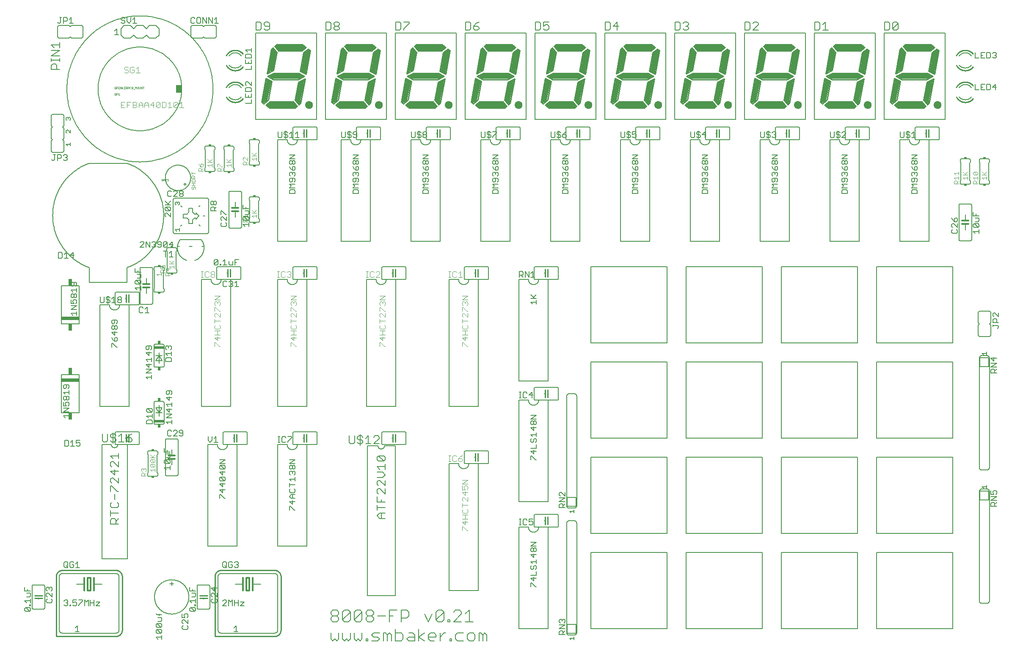
<source format=gto>
G04 EAGLE Gerber RS-274X export*
G75*
%MOMM*%
%FSLAX34Y34*%
%LPD*%
%INSilkscreen Top*%
%IPPOS*%
%AMOC8*
5,1,8,0,0,1.08239X$1,22.5*%
G01*
%ADD10C,0.203200*%
%ADD11C,0.152400*%
%ADD12C,0.127000*%
%ADD13C,0.254000*%
%ADD14C,1.016000*%
%ADD15C,0.762000*%
%ADD16C,0.508000*%
%ADD17C,0.660400*%
%ADD18C,0.406400*%
%ADD19R,0.635000X0.508000*%
%ADD20R,0.508000X0.508000*%
%ADD21R,0.381000X0.508000*%
%ADD22R,0.381000X0.254000*%
%ADD23R,0.508000X0.254000*%
%ADD24C,0.177800*%
%ADD25C,0.101600*%
%ADD26R,0.508000X0.381000*%
%ADD27C,0.304800*%
%ADD28C,0.025400*%
%ADD29R,2.032000X0.508000*%
%ADD30R,0.508000X0.635000*%
%ADD31R,3.556000X0.635000*%
%ADD32R,0.762000X1.397000*%
%ADD33R,1.175000X1.600000*%
%ADD34C,0.076200*%


D10*
X636016Y71306D02*
X639914Y75204D01*
X647710Y75204D01*
X651608Y71306D01*
X651608Y67408D01*
X647710Y63510D01*
X651608Y59612D01*
X651608Y55714D01*
X647710Y51816D01*
X639914Y51816D01*
X636016Y55714D01*
X636016Y59612D01*
X639914Y63510D01*
X636016Y67408D01*
X636016Y71306D01*
X639914Y63510D02*
X647710Y63510D01*
X659404Y55714D02*
X659404Y71306D01*
X663302Y75204D01*
X671098Y75204D01*
X674996Y71306D01*
X674996Y55714D01*
X671098Y51816D01*
X663302Y51816D01*
X659404Y55714D01*
X674996Y71306D01*
X682792Y71306D02*
X682792Y55714D01*
X682792Y71306D02*
X686690Y75204D01*
X694486Y75204D01*
X698384Y71306D01*
X698384Y55714D01*
X694486Y51816D01*
X686690Y51816D01*
X682792Y55714D01*
X698384Y71306D01*
X706180Y71306D02*
X710078Y75204D01*
X717874Y75204D01*
X721772Y71306D01*
X721772Y67408D01*
X717874Y63510D01*
X721772Y59612D01*
X721772Y55714D01*
X717874Y51816D01*
X710078Y51816D01*
X706180Y55714D01*
X706180Y59612D01*
X710078Y63510D01*
X706180Y67408D01*
X706180Y71306D01*
X710078Y63510D02*
X717874Y63510D01*
X729568Y63510D02*
X745160Y63510D01*
X752956Y51816D02*
X752956Y75204D01*
X768548Y75204D01*
X760752Y63510D02*
X752956Y63510D01*
X776344Y51816D02*
X776344Y75204D01*
X788038Y75204D01*
X791936Y71306D01*
X791936Y63510D01*
X788038Y59612D01*
X776344Y59612D01*
X823120Y67408D02*
X830916Y51816D01*
X838712Y67408D01*
X846508Y71306D02*
X846508Y55714D01*
X846508Y71306D02*
X850406Y75204D01*
X858202Y75204D01*
X862100Y71306D01*
X862100Y55714D01*
X858202Y51816D01*
X850406Y51816D01*
X846508Y55714D01*
X862100Y71306D01*
X869896Y55714D02*
X869896Y51816D01*
X869896Y55714D02*
X873794Y55714D01*
X873794Y51816D01*
X869896Y51816D01*
X881590Y51816D02*
X897182Y51816D01*
X881590Y51816D02*
X897182Y67408D01*
X897182Y71306D01*
X893284Y75204D01*
X885488Y75204D01*
X881590Y71306D01*
X904978Y67408D02*
X912774Y75204D01*
X912774Y51816D01*
X904978Y51816D02*
X920570Y51816D01*
X636016Y29308D02*
X636016Y17614D01*
X639914Y13716D01*
X643812Y17614D01*
X647710Y13716D01*
X651608Y17614D01*
X651608Y29308D01*
X659404Y29308D02*
X659404Y17614D01*
X663302Y13716D01*
X667200Y17614D01*
X671098Y13716D01*
X674996Y17614D01*
X674996Y29308D01*
X682792Y29308D02*
X682792Y17614D01*
X686690Y13716D01*
X690588Y17614D01*
X694486Y13716D01*
X698384Y17614D01*
X698384Y29308D01*
X706180Y17614D02*
X706180Y13716D01*
X706180Y17614D02*
X710078Y17614D01*
X710078Y13716D01*
X706180Y13716D01*
X717874Y13716D02*
X729568Y13716D01*
X733466Y17614D01*
X729568Y21512D01*
X721772Y21512D01*
X717874Y25410D01*
X721772Y29308D01*
X733466Y29308D01*
X741262Y29308D02*
X741262Y13716D01*
X741262Y29308D02*
X745160Y29308D01*
X749058Y25410D01*
X749058Y13716D01*
X749058Y25410D02*
X752956Y29308D01*
X756854Y25410D01*
X756854Y13716D01*
X764650Y13716D02*
X764650Y37104D01*
X764650Y13716D02*
X776344Y13716D01*
X780242Y17614D01*
X780242Y25410D01*
X776344Y29308D01*
X764650Y29308D01*
X791936Y29308D02*
X799732Y29308D01*
X803630Y25410D01*
X803630Y13716D01*
X791936Y13716D01*
X788038Y17614D01*
X791936Y21512D01*
X803630Y21512D01*
X811426Y13716D02*
X811426Y37104D01*
X811426Y21512D02*
X823120Y13716D01*
X811426Y21512D02*
X823120Y29308D01*
X834814Y13716D02*
X842610Y13716D01*
X834814Y13716D02*
X830916Y17614D01*
X830916Y25410D01*
X834814Y29308D01*
X842610Y29308D01*
X846508Y25410D01*
X846508Y21512D01*
X830916Y21512D01*
X854304Y13716D02*
X854304Y29308D01*
X854304Y21512D02*
X862100Y29308D01*
X865998Y29308D01*
X873794Y17614D02*
X873794Y13716D01*
X873794Y17614D02*
X877692Y17614D01*
X877692Y13716D01*
X873794Y13716D01*
X889386Y29308D02*
X901080Y29308D01*
X889386Y29308D02*
X885488Y25410D01*
X885488Y17614D01*
X889386Y13716D01*
X901080Y13716D01*
X912774Y13716D02*
X920570Y13716D01*
X924468Y17614D01*
X924468Y25410D01*
X920570Y29308D01*
X912774Y29308D01*
X908876Y25410D01*
X908876Y17614D01*
X912774Y13716D01*
X932264Y13716D02*
X932264Y29308D01*
X936162Y29308D01*
X940060Y25410D01*
X940060Y13716D01*
X940060Y25410D02*
X943958Y29308D01*
X947856Y25410D01*
X947856Y13716D01*
D11*
X93218Y1156462D02*
X76948Y1156462D01*
X76948Y1164597D01*
X79660Y1167309D01*
X85083Y1167309D01*
X87795Y1164597D01*
X87795Y1156462D01*
X93218Y1172834D02*
X93218Y1178257D01*
X93218Y1175545D02*
X76948Y1175545D01*
X76948Y1172834D02*
X76948Y1178257D01*
X76948Y1183748D02*
X93218Y1183748D01*
X93218Y1194595D02*
X76948Y1183748D01*
X76948Y1194595D02*
X93218Y1194595D01*
X82371Y1200120D02*
X76948Y1205543D01*
X93218Y1205543D01*
X93218Y1200120D02*
X93218Y1210966D01*
D12*
X1155700Y762000D02*
X1308100Y762000D01*
X1308100Y609600D01*
X1155700Y609600D01*
X1155700Y762000D01*
X1346200Y762000D02*
X1498600Y762000D01*
X1498600Y609600D01*
X1346200Y609600D01*
X1346200Y762000D01*
X1536700Y762000D02*
X1689100Y762000D01*
X1689100Y609600D01*
X1536700Y609600D01*
X1536700Y762000D01*
X1727200Y762000D02*
X1879600Y762000D01*
X1879600Y609600D01*
X1727200Y609600D01*
X1727200Y762000D01*
X1308100Y571500D02*
X1155700Y571500D01*
X1308100Y571500D02*
X1308100Y419100D01*
X1155700Y419100D01*
X1155700Y571500D01*
X1346200Y571500D02*
X1498600Y571500D01*
X1498600Y419100D01*
X1346200Y419100D01*
X1346200Y571500D01*
X1536700Y571500D02*
X1689100Y571500D01*
X1689100Y419100D01*
X1536700Y419100D01*
X1536700Y571500D01*
X1727200Y571500D02*
X1879600Y571500D01*
X1879600Y419100D01*
X1727200Y419100D01*
X1727200Y571500D01*
X1308100Y381000D02*
X1155700Y381000D01*
X1308100Y381000D02*
X1308100Y228600D01*
X1155700Y228600D01*
X1155700Y381000D01*
X1346200Y381000D02*
X1498600Y381000D01*
X1498600Y228600D01*
X1346200Y228600D01*
X1346200Y381000D01*
X1536700Y381000D02*
X1689100Y381000D01*
X1689100Y228600D01*
X1536700Y228600D01*
X1536700Y381000D01*
X1727200Y381000D02*
X1879600Y381000D01*
X1879600Y228600D01*
X1727200Y228600D01*
X1727200Y381000D01*
X1498600Y190500D02*
X1346200Y190500D01*
X1498600Y190500D02*
X1498600Y38100D01*
X1346200Y38100D01*
X1346200Y190500D01*
X1536700Y190500D02*
X1689100Y190500D01*
X1689100Y38100D01*
X1536700Y38100D01*
X1536700Y190500D01*
X1727200Y190500D02*
X1879600Y190500D01*
X1879600Y38100D01*
X1727200Y38100D01*
X1727200Y190500D01*
X1308100Y190500D02*
X1155700Y190500D01*
X1308100Y190500D02*
X1308100Y38100D01*
X1155700Y38100D01*
X1155700Y190500D01*
D11*
X1864360Y1056640D02*
X1864360Y1229360D01*
X1742440Y1229360D01*
X1742440Y1056640D01*
X1864360Y1056640D01*
D13*
X1838706Y1190498D02*
X1847596Y1197610D01*
X1852168Y1194308D01*
X1831848Y1153414D02*
X1843278Y1147064D01*
X1852168Y1194308D01*
X1838706Y1190498D02*
X1831848Y1153414D01*
X1828800Y1149350D02*
X1840230Y1143000D01*
X1835150Y1193800D02*
X1843786Y1200658D01*
X1836166Y1206500D01*
X1840230Y1143000D02*
X1827530Y1136650D01*
X1828038Y1131062D02*
X1841500Y1137920D01*
X1832610Y1088898D01*
X1821434Y1095502D02*
X1828038Y1131062D01*
X1818132Y1092200D02*
X1825752Y1083056D01*
X1821688Y1079500D01*
X1829308Y1086104D02*
X1821434Y1095502D01*
X1829308Y1086104D02*
X1832610Y1088898D01*
X1778000Y1136650D02*
X1766570Y1143000D01*
X1771650Y1092200D02*
X1763014Y1085342D01*
X1770634Y1079500D01*
X1821688Y1079500D01*
X1818132Y1092200D02*
X1771650Y1092200D01*
X1778000Y1136650D02*
X1827530Y1136650D01*
X1779270Y1149350D02*
X1766570Y1143000D01*
X1779270Y1149350D02*
X1828800Y1149350D01*
X1788668Y1193800D02*
X1781048Y1202944D01*
X1785112Y1206500D01*
X1836166Y1206500D01*
X1835150Y1193800D02*
X1788668Y1193800D01*
D14*
X1770380Y1085850D02*
X1817370Y1085850D01*
X1827530Y1096010D02*
X1833880Y1127760D01*
X1830070Y1143000D02*
X1776730Y1143000D01*
D15*
X1828800Y1090930D02*
X1830070Y1092200D01*
D14*
X1838960Y1156970D02*
X1845310Y1189990D01*
D16*
X1847850Y1193800D02*
X1849120Y1192530D01*
D17*
X1835150Y1155700D02*
X1841500Y1151890D01*
D14*
X1836420Y1200150D02*
X1789430Y1200150D01*
D18*
X1786890Y1205230D02*
X1783080Y1201420D01*
D13*
X1768094Y1095502D02*
X1759204Y1088390D01*
X1754632Y1091692D01*
X1774952Y1132586D02*
X1763522Y1138936D01*
X1754632Y1091692D01*
X1768094Y1095502D02*
X1774952Y1132586D01*
X1765300Y1148080D02*
X1778762Y1154938D01*
X1765300Y1148080D02*
X1774190Y1197102D01*
X1785366Y1190498D02*
X1778762Y1154938D01*
X1785366Y1190498D02*
X1777492Y1199896D01*
X1774190Y1197102D01*
D14*
X1779270Y1189990D02*
X1772920Y1158240D01*
D15*
X1776730Y1193800D02*
X1778000Y1195070D01*
D14*
X1767840Y1129030D02*
X1761490Y1096010D01*
D16*
X1758950Y1092200D02*
X1757680Y1093470D01*
D17*
X1771650Y1130300D02*
X1765300Y1134110D01*
D15*
X1845310Y1085850D02*
X1845312Y1085973D01*
X1845318Y1086097D01*
X1845328Y1086220D01*
X1845342Y1086342D01*
X1845360Y1086464D01*
X1845382Y1086586D01*
X1845407Y1086706D01*
X1845437Y1086826D01*
X1845471Y1086945D01*
X1845508Y1087063D01*
X1845549Y1087179D01*
X1845594Y1087294D01*
X1845643Y1087407D01*
X1845695Y1087519D01*
X1845751Y1087629D01*
X1845810Y1087737D01*
X1845873Y1087843D01*
X1845939Y1087947D01*
X1846009Y1088049D01*
X1846082Y1088149D01*
X1846158Y1088246D01*
X1846237Y1088341D01*
X1846319Y1088433D01*
X1846404Y1088522D01*
X1846492Y1088609D01*
X1846583Y1088692D01*
X1846676Y1088773D01*
X1846772Y1088851D01*
X1846871Y1088925D01*
X1846971Y1088996D01*
X1847074Y1089064D01*
X1847179Y1089129D01*
X1847287Y1089190D01*
X1847396Y1089248D01*
X1847507Y1089302D01*
X1847619Y1089352D01*
X1847734Y1089399D01*
X1847849Y1089442D01*
X1847966Y1089481D01*
X1848084Y1089517D01*
X1848204Y1089548D01*
X1848324Y1089576D01*
X1848445Y1089600D01*
X1848567Y1089620D01*
X1848689Y1089636D01*
X1848812Y1089648D01*
X1848935Y1089656D01*
X1849058Y1089660D01*
X1849182Y1089660D01*
X1849305Y1089656D01*
X1849428Y1089648D01*
X1849551Y1089636D01*
X1849673Y1089620D01*
X1849795Y1089600D01*
X1849916Y1089576D01*
X1850036Y1089548D01*
X1850156Y1089517D01*
X1850274Y1089481D01*
X1850391Y1089442D01*
X1850506Y1089399D01*
X1850621Y1089352D01*
X1850733Y1089302D01*
X1850844Y1089248D01*
X1850953Y1089190D01*
X1851061Y1089129D01*
X1851166Y1089064D01*
X1851269Y1088996D01*
X1851369Y1088925D01*
X1851468Y1088851D01*
X1851564Y1088773D01*
X1851657Y1088692D01*
X1851748Y1088609D01*
X1851836Y1088522D01*
X1851921Y1088433D01*
X1852003Y1088341D01*
X1852082Y1088246D01*
X1852158Y1088149D01*
X1852231Y1088049D01*
X1852301Y1087947D01*
X1852367Y1087843D01*
X1852430Y1087737D01*
X1852489Y1087629D01*
X1852545Y1087519D01*
X1852597Y1087407D01*
X1852646Y1087294D01*
X1852691Y1087179D01*
X1852732Y1087063D01*
X1852769Y1086945D01*
X1852803Y1086826D01*
X1852833Y1086706D01*
X1852858Y1086586D01*
X1852880Y1086464D01*
X1852898Y1086342D01*
X1852912Y1086220D01*
X1852922Y1086097D01*
X1852928Y1085973D01*
X1852930Y1085850D01*
X1852928Y1085727D01*
X1852922Y1085603D01*
X1852912Y1085480D01*
X1852898Y1085358D01*
X1852880Y1085236D01*
X1852858Y1085114D01*
X1852833Y1084994D01*
X1852803Y1084874D01*
X1852769Y1084755D01*
X1852732Y1084637D01*
X1852691Y1084521D01*
X1852646Y1084406D01*
X1852597Y1084293D01*
X1852545Y1084181D01*
X1852489Y1084071D01*
X1852430Y1083963D01*
X1852367Y1083857D01*
X1852301Y1083753D01*
X1852231Y1083651D01*
X1852158Y1083551D01*
X1852082Y1083454D01*
X1852003Y1083359D01*
X1851921Y1083267D01*
X1851836Y1083178D01*
X1851748Y1083091D01*
X1851657Y1083008D01*
X1851564Y1082927D01*
X1851468Y1082849D01*
X1851369Y1082775D01*
X1851269Y1082704D01*
X1851166Y1082636D01*
X1851061Y1082571D01*
X1850953Y1082510D01*
X1850844Y1082452D01*
X1850733Y1082398D01*
X1850621Y1082348D01*
X1850506Y1082301D01*
X1850391Y1082258D01*
X1850274Y1082219D01*
X1850156Y1082183D01*
X1850036Y1082152D01*
X1849916Y1082124D01*
X1849795Y1082100D01*
X1849673Y1082080D01*
X1849551Y1082064D01*
X1849428Y1082052D01*
X1849305Y1082044D01*
X1849182Y1082040D01*
X1849058Y1082040D01*
X1848935Y1082044D01*
X1848812Y1082052D01*
X1848689Y1082064D01*
X1848567Y1082080D01*
X1848445Y1082100D01*
X1848324Y1082124D01*
X1848204Y1082152D01*
X1848084Y1082183D01*
X1847966Y1082219D01*
X1847849Y1082258D01*
X1847734Y1082301D01*
X1847619Y1082348D01*
X1847507Y1082398D01*
X1847396Y1082452D01*
X1847287Y1082510D01*
X1847179Y1082571D01*
X1847074Y1082636D01*
X1846971Y1082704D01*
X1846871Y1082775D01*
X1846772Y1082849D01*
X1846676Y1082927D01*
X1846583Y1083008D01*
X1846492Y1083091D01*
X1846404Y1083178D01*
X1846319Y1083267D01*
X1846237Y1083359D01*
X1846158Y1083454D01*
X1846082Y1083551D01*
X1846009Y1083651D01*
X1845939Y1083753D01*
X1845873Y1083857D01*
X1845810Y1083963D01*
X1845751Y1084071D01*
X1845695Y1084181D01*
X1845643Y1084293D01*
X1845594Y1084406D01*
X1845549Y1084521D01*
X1845508Y1084637D01*
X1845471Y1084755D01*
X1845437Y1084874D01*
X1845407Y1084994D01*
X1845382Y1085114D01*
X1845360Y1085236D01*
X1845342Y1085358D01*
X1845328Y1085480D01*
X1845318Y1085603D01*
X1845312Y1085727D01*
X1845310Y1085850D01*
D19*
X1821815Y1083310D03*
D20*
X1837690Y1132840D03*
D21*
X1835785Y1143000D03*
D22*
X1771015Y1143000D03*
D20*
X1769110Y1153160D03*
D23*
X1849120Y1085850D03*
D24*
X1743329Y1235329D02*
X1743329Y1251345D01*
X1743329Y1235329D02*
X1751337Y1235329D01*
X1754006Y1237998D01*
X1754006Y1248675D01*
X1751337Y1251345D01*
X1743329Y1251345D01*
X1759701Y1248675D02*
X1759701Y1237998D01*
X1759701Y1248675D02*
X1762370Y1251345D01*
X1767708Y1251345D01*
X1770378Y1248675D01*
X1770378Y1237998D01*
X1767708Y1235329D01*
X1762370Y1235329D01*
X1759701Y1237998D01*
X1770378Y1248675D01*
D11*
X1832610Y1016000D02*
X1832610Y812800D01*
X1774190Y812800D02*
X1774190Y1016000D01*
X1774190Y812800D02*
X1832610Y812800D01*
X1832610Y1016000D02*
X1813560Y1016000D01*
X1793240Y1016000D02*
X1774190Y1016000D01*
X1793240Y1016000D02*
X1793243Y1015753D01*
X1793252Y1015505D01*
X1793267Y1015258D01*
X1793288Y1015012D01*
X1793315Y1014766D01*
X1793348Y1014521D01*
X1793387Y1014276D01*
X1793432Y1014033D01*
X1793483Y1013791D01*
X1793540Y1013550D01*
X1793602Y1013311D01*
X1793671Y1013073D01*
X1793745Y1012837D01*
X1793825Y1012603D01*
X1793910Y1012371D01*
X1794002Y1012141D01*
X1794098Y1011913D01*
X1794201Y1011688D01*
X1794308Y1011465D01*
X1794422Y1011245D01*
X1794540Y1011028D01*
X1794664Y1010813D01*
X1794793Y1010602D01*
X1794927Y1010394D01*
X1795066Y1010189D01*
X1795210Y1009988D01*
X1795358Y1009790D01*
X1795512Y1009596D01*
X1795670Y1009406D01*
X1795833Y1009220D01*
X1796000Y1009038D01*
X1796172Y1008860D01*
X1796348Y1008686D01*
X1796528Y1008516D01*
X1796713Y1008351D01*
X1796901Y1008191D01*
X1797093Y1008035D01*
X1797289Y1007883D01*
X1797488Y1007737D01*
X1797691Y1007595D01*
X1797898Y1007459D01*
X1798107Y1007327D01*
X1798320Y1007201D01*
X1798536Y1007080D01*
X1798754Y1006964D01*
X1798976Y1006854D01*
X1799200Y1006749D01*
X1799426Y1006649D01*
X1799655Y1006555D01*
X1799886Y1006467D01*
X1800120Y1006384D01*
X1800355Y1006307D01*
X1800592Y1006236D01*
X1800830Y1006170D01*
X1801070Y1006111D01*
X1801312Y1006057D01*
X1801555Y1006009D01*
X1801798Y1005967D01*
X1802043Y1005931D01*
X1802289Y1005901D01*
X1802535Y1005877D01*
X1802782Y1005859D01*
X1803029Y1005847D01*
X1803276Y1005841D01*
X1803524Y1005841D01*
X1803771Y1005847D01*
X1804018Y1005859D01*
X1804265Y1005877D01*
X1804511Y1005901D01*
X1804757Y1005931D01*
X1805002Y1005967D01*
X1805245Y1006009D01*
X1805488Y1006057D01*
X1805730Y1006111D01*
X1805970Y1006170D01*
X1806208Y1006236D01*
X1806445Y1006307D01*
X1806680Y1006384D01*
X1806914Y1006467D01*
X1807145Y1006555D01*
X1807374Y1006649D01*
X1807600Y1006749D01*
X1807824Y1006854D01*
X1808046Y1006964D01*
X1808264Y1007080D01*
X1808480Y1007201D01*
X1808693Y1007327D01*
X1808902Y1007459D01*
X1809109Y1007595D01*
X1809312Y1007737D01*
X1809511Y1007883D01*
X1809707Y1008035D01*
X1809899Y1008191D01*
X1810087Y1008351D01*
X1810272Y1008516D01*
X1810452Y1008686D01*
X1810628Y1008860D01*
X1810800Y1009038D01*
X1810967Y1009220D01*
X1811130Y1009406D01*
X1811288Y1009596D01*
X1811442Y1009790D01*
X1811590Y1009988D01*
X1811734Y1010189D01*
X1811873Y1010394D01*
X1812007Y1010602D01*
X1812136Y1010813D01*
X1812260Y1011028D01*
X1812378Y1011245D01*
X1812492Y1011465D01*
X1812599Y1011688D01*
X1812702Y1011913D01*
X1812798Y1012141D01*
X1812890Y1012371D01*
X1812975Y1012603D01*
X1813055Y1012837D01*
X1813129Y1013073D01*
X1813198Y1013311D01*
X1813260Y1013550D01*
X1813317Y1013791D01*
X1813368Y1014033D01*
X1813413Y1014276D01*
X1813452Y1014521D01*
X1813485Y1014766D01*
X1813512Y1015012D01*
X1813533Y1015258D01*
X1813548Y1015505D01*
X1813557Y1015753D01*
X1813560Y1016000D01*
D12*
X1774825Y1022352D02*
X1774825Y1031885D01*
X1774825Y1022352D02*
X1776732Y1020445D01*
X1780545Y1020445D01*
X1782452Y1022352D01*
X1782452Y1031885D01*
X1786519Y1022352D02*
X1788426Y1020445D01*
X1792239Y1020445D01*
X1794145Y1022352D01*
X1794145Y1024258D01*
X1792239Y1026165D01*
X1788426Y1026165D01*
X1786519Y1028072D01*
X1786519Y1029978D01*
X1788426Y1031885D01*
X1792239Y1031885D01*
X1794145Y1029978D01*
X1790332Y1033791D02*
X1790332Y1018538D01*
X1798213Y1028072D02*
X1802026Y1031885D01*
X1802026Y1020445D01*
X1798213Y1020445D02*
X1805839Y1020445D01*
X1809115Y908107D02*
X1797675Y908107D01*
X1809115Y908107D02*
X1809115Y913827D01*
X1807208Y915734D01*
X1799582Y915734D01*
X1797675Y913827D01*
X1797675Y908107D01*
X1797675Y919801D02*
X1809115Y919801D01*
X1801489Y923614D02*
X1797675Y919801D01*
X1801489Y923614D02*
X1797675Y927428D01*
X1809115Y927428D01*
X1807208Y931495D02*
X1809115Y933402D01*
X1809115Y937215D01*
X1807208Y939122D01*
X1799582Y939122D01*
X1797675Y937215D01*
X1797675Y933402D01*
X1799582Y931495D01*
X1801489Y931495D01*
X1803395Y933402D01*
X1803395Y939122D01*
X1799582Y943189D02*
X1797675Y945096D01*
X1797675Y948909D01*
X1799582Y950815D01*
X1801489Y950815D01*
X1803395Y948909D01*
X1803395Y947002D01*
X1803395Y948909D02*
X1805302Y950815D01*
X1807208Y950815D01*
X1809115Y948909D01*
X1809115Y945096D01*
X1807208Y943189D01*
X1799582Y958696D02*
X1797675Y962509D01*
X1799582Y958696D02*
X1803395Y954883D01*
X1807208Y954883D01*
X1809115Y956790D01*
X1809115Y960603D01*
X1807208Y962509D01*
X1805302Y962509D01*
X1803395Y960603D01*
X1803395Y954883D01*
X1799582Y966577D02*
X1797675Y968484D01*
X1797675Y972297D01*
X1799582Y974203D01*
X1801489Y974203D01*
X1803395Y972297D01*
X1805302Y974203D01*
X1807208Y974203D01*
X1809115Y972297D01*
X1809115Y968484D01*
X1807208Y966577D01*
X1805302Y966577D01*
X1803395Y968484D01*
X1801489Y966577D01*
X1799582Y966577D01*
X1803395Y968484D02*
X1803395Y972297D01*
X1809115Y978271D02*
X1797675Y978271D01*
X1809115Y985897D01*
X1797675Y985897D01*
D11*
X1724660Y1056640D02*
X1724660Y1229360D01*
X1602740Y1229360D01*
X1602740Y1056640D01*
X1724660Y1056640D01*
D13*
X1699006Y1190498D02*
X1707896Y1197610D01*
X1712468Y1194308D01*
X1692148Y1153414D02*
X1703578Y1147064D01*
X1712468Y1194308D01*
X1699006Y1190498D02*
X1692148Y1153414D01*
X1689100Y1149350D02*
X1700530Y1143000D01*
X1695450Y1193800D02*
X1704086Y1200658D01*
X1696466Y1206500D01*
X1700530Y1143000D02*
X1687830Y1136650D01*
X1688338Y1131062D02*
X1701800Y1137920D01*
X1692910Y1088898D01*
X1681734Y1095502D02*
X1688338Y1131062D01*
X1678432Y1092200D02*
X1686052Y1083056D01*
X1681988Y1079500D01*
X1689608Y1086104D02*
X1681734Y1095502D01*
X1689608Y1086104D02*
X1692910Y1088898D01*
X1638300Y1136650D02*
X1626870Y1143000D01*
X1631950Y1092200D02*
X1623314Y1085342D01*
X1630934Y1079500D01*
X1681988Y1079500D01*
X1678432Y1092200D02*
X1631950Y1092200D01*
X1638300Y1136650D02*
X1687830Y1136650D01*
X1639570Y1149350D02*
X1626870Y1143000D01*
X1639570Y1149350D02*
X1689100Y1149350D01*
X1648968Y1193800D02*
X1641348Y1202944D01*
X1645412Y1206500D01*
X1696466Y1206500D01*
X1695450Y1193800D02*
X1648968Y1193800D01*
D14*
X1630680Y1085850D02*
X1677670Y1085850D01*
X1687830Y1096010D02*
X1694180Y1127760D01*
X1690370Y1143000D02*
X1637030Y1143000D01*
D15*
X1689100Y1090930D02*
X1690370Y1092200D01*
D14*
X1699260Y1156970D02*
X1705610Y1189990D01*
D16*
X1708150Y1193800D02*
X1709420Y1192530D01*
D17*
X1695450Y1155700D02*
X1701800Y1151890D01*
D14*
X1696720Y1200150D02*
X1649730Y1200150D01*
D18*
X1647190Y1205230D02*
X1643380Y1201420D01*
D13*
X1628394Y1095502D02*
X1619504Y1088390D01*
X1614932Y1091692D01*
X1635252Y1132586D02*
X1623822Y1138936D01*
X1614932Y1091692D01*
X1628394Y1095502D02*
X1635252Y1132586D01*
X1625600Y1148080D02*
X1639062Y1154938D01*
X1625600Y1148080D02*
X1634490Y1197102D01*
X1645666Y1190498D02*
X1639062Y1154938D01*
X1645666Y1190498D02*
X1637792Y1199896D01*
X1634490Y1197102D01*
D14*
X1639570Y1189990D02*
X1633220Y1158240D01*
D15*
X1637030Y1193800D02*
X1638300Y1195070D01*
D14*
X1628140Y1129030D02*
X1621790Y1096010D01*
D16*
X1619250Y1092200D02*
X1617980Y1093470D01*
D17*
X1631950Y1130300D02*
X1625600Y1134110D01*
D15*
X1705610Y1085850D02*
X1705612Y1085973D01*
X1705618Y1086097D01*
X1705628Y1086220D01*
X1705642Y1086342D01*
X1705660Y1086464D01*
X1705682Y1086586D01*
X1705707Y1086706D01*
X1705737Y1086826D01*
X1705771Y1086945D01*
X1705808Y1087063D01*
X1705849Y1087179D01*
X1705894Y1087294D01*
X1705943Y1087407D01*
X1705995Y1087519D01*
X1706051Y1087629D01*
X1706110Y1087737D01*
X1706173Y1087843D01*
X1706239Y1087947D01*
X1706309Y1088049D01*
X1706382Y1088149D01*
X1706458Y1088246D01*
X1706537Y1088341D01*
X1706619Y1088433D01*
X1706704Y1088522D01*
X1706792Y1088609D01*
X1706883Y1088692D01*
X1706976Y1088773D01*
X1707072Y1088851D01*
X1707171Y1088925D01*
X1707271Y1088996D01*
X1707374Y1089064D01*
X1707479Y1089129D01*
X1707587Y1089190D01*
X1707696Y1089248D01*
X1707807Y1089302D01*
X1707919Y1089352D01*
X1708034Y1089399D01*
X1708149Y1089442D01*
X1708266Y1089481D01*
X1708384Y1089517D01*
X1708504Y1089548D01*
X1708624Y1089576D01*
X1708745Y1089600D01*
X1708867Y1089620D01*
X1708989Y1089636D01*
X1709112Y1089648D01*
X1709235Y1089656D01*
X1709358Y1089660D01*
X1709482Y1089660D01*
X1709605Y1089656D01*
X1709728Y1089648D01*
X1709851Y1089636D01*
X1709973Y1089620D01*
X1710095Y1089600D01*
X1710216Y1089576D01*
X1710336Y1089548D01*
X1710456Y1089517D01*
X1710574Y1089481D01*
X1710691Y1089442D01*
X1710806Y1089399D01*
X1710921Y1089352D01*
X1711033Y1089302D01*
X1711144Y1089248D01*
X1711253Y1089190D01*
X1711361Y1089129D01*
X1711466Y1089064D01*
X1711569Y1088996D01*
X1711669Y1088925D01*
X1711768Y1088851D01*
X1711864Y1088773D01*
X1711957Y1088692D01*
X1712048Y1088609D01*
X1712136Y1088522D01*
X1712221Y1088433D01*
X1712303Y1088341D01*
X1712382Y1088246D01*
X1712458Y1088149D01*
X1712531Y1088049D01*
X1712601Y1087947D01*
X1712667Y1087843D01*
X1712730Y1087737D01*
X1712789Y1087629D01*
X1712845Y1087519D01*
X1712897Y1087407D01*
X1712946Y1087294D01*
X1712991Y1087179D01*
X1713032Y1087063D01*
X1713069Y1086945D01*
X1713103Y1086826D01*
X1713133Y1086706D01*
X1713158Y1086586D01*
X1713180Y1086464D01*
X1713198Y1086342D01*
X1713212Y1086220D01*
X1713222Y1086097D01*
X1713228Y1085973D01*
X1713230Y1085850D01*
X1713228Y1085727D01*
X1713222Y1085603D01*
X1713212Y1085480D01*
X1713198Y1085358D01*
X1713180Y1085236D01*
X1713158Y1085114D01*
X1713133Y1084994D01*
X1713103Y1084874D01*
X1713069Y1084755D01*
X1713032Y1084637D01*
X1712991Y1084521D01*
X1712946Y1084406D01*
X1712897Y1084293D01*
X1712845Y1084181D01*
X1712789Y1084071D01*
X1712730Y1083963D01*
X1712667Y1083857D01*
X1712601Y1083753D01*
X1712531Y1083651D01*
X1712458Y1083551D01*
X1712382Y1083454D01*
X1712303Y1083359D01*
X1712221Y1083267D01*
X1712136Y1083178D01*
X1712048Y1083091D01*
X1711957Y1083008D01*
X1711864Y1082927D01*
X1711768Y1082849D01*
X1711669Y1082775D01*
X1711569Y1082704D01*
X1711466Y1082636D01*
X1711361Y1082571D01*
X1711253Y1082510D01*
X1711144Y1082452D01*
X1711033Y1082398D01*
X1710921Y1082348D01*
X1710806Y1082301D01*
X1710691Y1082258D01*
X1710574Y1082219D01*
X1710456Y1082183D01*
X1710336Y1082152D01*
X1710216Y1082124D01*
X1710095Y1082100D01*
X1709973Y1082080D01*
X1709851Y1082064D01*
X1709728Y1082052D01*
X1709605Y1082044D01*
X1709482Y1082040D01*
X1709358Y1082040D01*
X1709235Y1082044D01*
X1709112Y1082052D01*
X1708989Y1082064D01*
X1708867Y1082080D01*
X1708745Y1082100D01*
X1708624Y1082124D01*
X1708504Y1082152D01*
X1708384Y1082183D01*
X1708266Y1082219D01*
X1708149Y1082258D01*
X1708034Y1082301D01*
X1707919Y1082348D01*
X1707807Y1082398D01*
X1707696Y1082452D01*
X1707587Y1082510D01*
X1707479Y1082571D01*
X1707374Y1082636D01*
X1707271Y1082704D01*
X1707171Y1082775D01*
X1707072Y1082849D01*
X1706976Y1082927D01*
X1706883Y1083008D01*
X1706792Y1083091D01*
X1706704Y1083178D01*
X1706619Y1083267D01*
X1706537Y1083359D01*
X1706458Y1083454D01*
X1706382Y1083551D01*
X1706309Y1083651D01*
X1706239Y1083753D01*
X1706173Y1083857D01*
X1706110Y1083963D01*
X1706051Y1084071D01*
X1705995Y1084181D01*
X1705943Y1084293D01*
X1705894Y1084406D01*
X1705849Y1084521D01*
X1705808Y1084637D01*
X1705771Y1084755D01*
X1705737Y1084874D01*
X1705707Y1084994D01*
X1705682Y1085114D01*
X1705660Y1085236D01*
X1705642Y1085358D01*
X1705628Y1085480D01*
X1705618Y1085603D01*
X1705612Y1085727D01*
X1705610Y1085850D01*
D19*
X1682115Y1083310D03*
D20*
X1697990Y1132840D03*
D21*
X1696085Y1143000D03*
D22*
X1631315Y1143000D03*
D20*
X1629410Y1153160D03*
D23*
X1709420Y1085850D03*
D24*
X1603629Y1235329D02*
X1603629Y1251345D01*
X1603629Y1235329D02*
X1611637Y1235329D01*
X1614306Y1237998D01*
X1614306Y1248675D01*
X1611637Y1251345D01*
X1603629Y1251345D01*
X1620001Y1246006D02*
X1625339Y1251345D01*
X1625339Y1235329D01*
X1620001Y1235329D02*
X1630678Y1235329D01*
D11*
X1692910Y1016000D02*
X1692910Y812800D01*
X1634490Y812800D02*
X1634490Y1016000D01*
X1634490Y812800D02*
X1692910Y812800D01*
X1692910Y1016000D02*
X1673860Y1016000D01*
X1653540Y1016000D02*
X1634490Y1016000D01*
X1653540Y1016000D02*
X1653543Y1015753D01*
X1653552Y1015505D01*
X1653567Y1015258D01*
X1653588Y1015012D01*
X1653615Y1014766D01*
X1653648Y1014521D01*
X1653687Y1014276D01*
X1653732Y1014033D01*
X1653783Y1013791D01*
X1653840Y1013550D01*
X1653902Y1013311D01*
X1653971Y1013073D01*
X1654045Y1012837D01*
X1654125Y1012603D01*
X1654210Y1012371D01*
X1654302Y1012141D01*
X1654398Y1011913D01*
X1654501Y1011688D01*
X1654608Y1011465D01*
X1654722Y1011245D01*
X1654840Y1011028D01*
X1654964Y1010813D01*
X1655093Y1010602D01*
X1655227Y1010394D01*
X1655366Y1010189D01*
X1655510Y1009988D01*
X1655658Y1009790D01*
X1655812Y1009596D01*
X1655970Y1009406D01*
X1656133Y1009220D01*
X1656300Y1009038D01*
X1656472Y1008860D01*
X1656648Y1008686D01*
X1656828Y1008516D01*
X1657013Y1008351D01*
X1657201Y1008191D01*
X1657393Y1008035D01*
X1657589Y1007883D01*
X1657788Y1007737D01*
X1657991Y1007595D01*
X1658198Y1007459D01*
X1658407Y1007327D01*
X1658620Y1007201D01*
X1658836Y1007080D01*
X1659054Y1006964D01*
X1659276Y1006854D01*
X1659500Y1006749D01*
X1659726Y1006649D01*
X1659955Y1006555D01*
X1660186Y1006467D01*
X1660420Y1006384D01*
X1660655Y1006307D01*
X1660892Y1006236D01*
X1661130Y1006170D01*
X1661370Y1006111D01*
X1661612Y1006057D01*
X1661855Y1006009D01*
X1662098Y1005967D01*
X1662343Y1005931D01*
X1662589Y1005901D01*
X1662835Y1005877D01*
X1663082Y1005859D01*
X1663329Y1005847D01*
X1663576Y1005841D01*
X1663824Y1005841D01*
X1664071Y1005847D01*
X1664318Y1005859D01*
X1664565Y1005877D01*
X1664811Y1005901D01*
X1665057Y1005931D01*
X1665302Y1005967D01*
X1665545Y1006009D01*
X1665788Y1006057D01*
X1666030Y1006111D01*
X1666270Y1006170D01*
X1666508Y1006236D01*
X1666745Y1006307D01*
X1666980Y1006384D01*
X1667214Y1006467D01*
X1667445Y1006555D01*
X1667674Y1006649D01*
X1667900Y1006749D01*
X1668124Y1006854D01*
X1668346Y1006964D01*
X1668564Y1007080D01*
X1668780Y1007201D01*
X1668993Y1007327D01*
X1669202Y1007459D01*
X1669409Y1007595D01*
X1669612Y1007737D01*
X1669811Y1007883D01*
X1670007Y1008035D01*
X1670199Y1008191D01*
X1670387Y1008351D01*
X1670572Y1008516D01*
X1670752Y1008686D01*
X1670928Y1008860D01*
X1671100Y1009038D01*
X1671267Y1009220D01*
X1671430Y1009406D01*
X1671588Y1009596D01*
X1671742Y1009790D01*
X1671890Y1009988D01*
X1672034Y1010189D01*
X1672173Y1010394D01*
X1672307Y1010602D01*
X1672436Y1010813D01*
X1672560Y1011028D01*
X1672678Y1011245D01*
X1672792Y1011465D01*
X1672899Y1011688D01*
X1673002Y1011913D01*
X1673098Y1012141D01*
X1673190Y1012371D01*
X1673275Y1012603D01*
X1673355Y1012837D01*
X1673429Y1013073D01*
X1673498Y1013311D01*
X1673560Y1013550D01*
X1673617Y1013791D01*
X1673668Y1014033D01*
X1673713Y1014276D01*
X1673752Y1014521D01*
X1673785Y1014766D01*
X1673812Y1015012D01*
X1673833Y1015258D01*
X1673848Y1015505D01*
X1673857Y1015753D01*
X1673860Y1016000D01*
D12*
X1635125Y1022352D02*
X1635125Y1031885D01*
X1635125Y1022352D02*
X1637032Y1020445D01*
X1640845Y1020445D01*
X1642752Y1022352D01*
X1642752Y1031885D01*
X1646819Y1022352D02*
X1648726Y1020445D01*
X1652539Y1020445D01*
X1654445Y1022352D01*
X1654445Y1024258D01*
X1652539Y1026165D01*
X1648726Y1026165D01*
X1646819Y1028072D01*
X1646819Y1029978D01*
X1648726Y1031885D01*
X1652539Y1031885D01*
X1654445Y1029978D01*
X1650632Y1033791D02*
X1650632Y1018538D01*
X1658513Y1020445D02*
X1666139Y1020445D01*
X1658513Y1020445D02*
X1666139Y1028072D01*
X1666139Y1029978D01*
X1664233Y1031885D01*
X1660420Y1031885D01*
X1658513Y1029978D01*
X1657975Y908107D02*
X1669415Y908107D01*
X1669415Y913827D01*
X1667508Y915734D01*
X1659882Y915734D01*
X1657975Y913827D01*
X1657975Y908107D01*
X1657975Y919801D02*
X1669415Y919801D01*
X1661789Y923614D02*
X1657975Y919801D01*
X1661789Y923614D02*
X1657975Y927428D01*
X1669415Y927428D01*
X1667508Y931495D02*
X1669415Y933402D01*
X1669415Y937215D01*
X1667508Y939122D01*
X1659882Y939122D01*
X1657975Y937215D01*
X1657975Y933402D01*
X1659882Y931495D01*
X1661789Y931495D01*
X1663695Y933402D01*
X1663695Y939122D01*
X1659882Y943189D02*
X1657975Y945096D01*
X1657975Y948909D01*
X1659882Y950815D01*
X1661789Y950815D01*
X1663695Y948909D01*
X1663695Y947002D01*
X1663695Y948909D02*
X1665602Y950815D01*
X1667508Y950815D01*
X1669415Y948909D01*
X1669415Y945096D01*
X1667508Y943189D01*
X1659882Y958696D02*
X1657975Y962509D01*
X1659882Y958696D02*
X1663695Y954883D01*
X1667508Y954883D01*
X1669415Y956790D01*
X1669415Y960603D01*
X1667508Y962509D01*
X1665602Y962509D01*
X1663695Y960603D01*
X1663695Y954883D01*
X1659882Y966577D02*
X1657975Y968484D01*
X1657975Y972297D01*
X1659882Y974203D01*
X1661789Y974203D01*
X1663695Y972297D01*
X1665602Y974203D01*
X1667508Y974203D01*
X1669415Y972297D01*
X1669415Y968484D01*
X1667508Y966577D01*
X1665602Y966577D01*
X1663695Y968484D01*
X1661789Y966577D01*
X1659882Y966577D01*
X1663695Y968484D02*
X1663695Y972297D01*
X1669415Y978271D02*
X1657975Y978271D01*
X1669415Y985897D01*
X1657975Y985897D01*
D11*
X1584960Y1056640D02*
X1584960Y1229360D01*
X1463040Y1229360D01*
X1463040Y1056640D01*
X1584960Y1056640D01*
D13*
X1559306Y1190498D02*
X1568196Y1197610D01*
X1572768Y1194308D01*
X1552448Y1153414D02*
X1563878Y1147064D01*
X1572768Y1194308D01*
X1559306Y1190498D02*
X1552448Y1153414D01*
X1549400Y1149350D02*
X1560830Y1143000D01*
X1555750Y1193800D02*
X1564386Y1200658D01*
X1556766Y1206500D01*
X1560830Y1143000D02*
X1548130Y1136650D01*
X1548638Y1131062D02*
X1562100Y1137920D01*
X1553210Y1088898D01*
X1542034Y1095502D02*
X1548638Y1131062D01*
X1538732Y1092200D02*
X1546352Y1083056D01*
X1542288Y1079500D01*
X1549908Y1086104D02*
X1542034Y1095502D01*
X1549908Y1086104D02*
X1553210Y1088898D01*
X1498600Y1136650D02*
X1487170Y1143000D01*
X1492250Y1092200D02*
X1483614Y1085342D01*
X1491234Y1079500D01*
X1542288Y1079500D01*
X1538732Y1092200D02*
X1492250Y1092200D01*
X1498600Y1136650D02*
X1548130Y1136650D01*
X1499870Y1149350D02*
X1487170Y1143000D01*
X1499870Y1149350D02*
X1549400Y1149350D01*
X1509268Y1193800D02*
X1501648Y1202944D01*
X1505712Y1206500D01*
X1556766Y1206500D01*
X1555750Y1193800D02*
X1509268Y1193800D01*
D14*
X1490980Y1085850D02*
X1537970Y1085850D01*
X1548130Y1096010D02*
X1554480Y1127760D01*
X1550670Y1143000D02*
X1497330Y1143000D01*
D15*
X1549400Y1090930D02*
X1550670Y1092200D01*
D14*
X1559560Y1156970D02*
X1565910Y1189990D01*
D16*
X1568450Y1193800D02*
X1569720Y1192530D01*
D17*
X1555750Y1155700D02*
X1562100Y1151890D01*
D14*
X1557020Y1200150D02*
X1510030Y1200150D01*
D18*
X1507490Y1205230D02*
X1503680Y1201420D01*
D13*
X1488694Y1095502D02*
X1479804Y1088390D01*
X1475232Y1091692D01*
X1495552Y1132586D02*
X1484122Y1138936D01*
X1475232Y1091692D01*
X1488694Y1095502D02*
X1495552Y1132586D01*
X1485900Y1148080D02*
X1499362Y1154938D01*
X1485900Y1148080D02*
X1494790Y1197102D01*
X1505966Y1190498D02*
X1499362Y1154938D01*
X1505966Y1190498D02*
X1498092Y1199896D01*
X1494790Y1197102D01*
D14*
X1499870Y1189990D02*
X1493520Y1158240D01*
D15*
X1497330Y1193800D02*
X1498600Y1195070D01*
D14*
X1488440Y1129030D02*
X1482090Y1096010D01*
D16*
X1479550Y1092200D02*
X1478280Y1093470D01*
D17*
X1492250Y1130300D02*
X1485900Y1134110D01*
D15*
X1565910Y1085850D02*
X1565912Y1085973D01*
X1565918Y1086097D01*
X1565928Y1086220D01*
X1565942Y1086342D01*
X1565960Y1086464D01*
X1565982Y1086586D01*
X1566007Y1086706D01*
X1566037Y1086826D01*
X1566071Y1086945D01*
X1566108Y1087063D01*
X1566149Y1087179D01*
X1566194Y1087294D01*
X1566243Y1087407D01*
X1566295Y1087519D01*
X1566351Y1087629D01*
X1566410Y1087737D01*
X1566473Y1087843D01*
X1566539Y1087947D01*
X1566609Y1088049D01*
X1566682Y1088149D01*
X1566758Y1088246D01*
X1566837Y1088341D01*
X1566919Y1088433D01*
X1567004Y1088522D01*
X1567092Y1088609D01*
X1567183Y1088692D01*
X1567276Y1088773D01*
X1567372Y1088851D01*
X1567471Y1088925D01*
X1567571Y1088996D01*
X1567674Y1089064D01*
X1567779Y1089129D01*
X1567887Y1089190D01*
X1567996Y1089248D01*
X1568107Y1089302D01*
X1568219Y1089352D01*
X1568334Y1089399D01*
X1568449Y1089442D01*
X1568566Y1089481D01*
X1568684Y1089517D01*
X1568804Y1089548D01*
X1568924Y1089576D01*
X1569045Y1089600D01*
X1569167Y1089620D01*
X1569289Y1089636D01*
X1569412Y1089648D01*
X1569535Y1089656D01*
X1569658Y1089660D01*
X1569782Y1089660D01*
X1569905Y1089656D01*
X1570028Y1089648D01*
X1570151Y1089636D01*
X1570273Y1089620D01*
X1570395Y1089600D01*
X1570516Y1089576D01*
X1570636Y1089548D01*
X1570756Y1089517D01*
X1570874Y1089481D01*
X1570991Y1089442D01*
X1571106Y1089399D01*
X1571221Y1089352D01*
X1571333Y1089302D01*
X1571444Y1089248D01*
X1571553Y1089190D01*
X1571661Y1089129D01*
X1571766Y1089064D01*
X1571869Y1088996D01*
X1571969Y1088925D01*
X1572068Y1088851D01*
X1572164Y1088773D01*
X1572257Y1088692D01*
X1572348Y1088609D01*
X1572436Y1088522D01*
X1572521Y1088433D01*
X1572603Y1088341D01*
X1572682Y1088246D01*
X1572758Y1088149D01*
X1572831Y1088049D01*
X1572901Y1087947D01*
X1572967Y1087843D01*
X1573030Y1087737D01*
X1573089Y1087629D01*
X1573145Y1087519D01*
X1573197Y1087407D01*
X1573246Y1087294D01*
X1573291Y1087179D01*
X1573332Y1087063D01*
X1573369Y1086945D01*
X1573403Y1086826D01*
X1573433Y1086706D01*
X1573458Y1086586D01*
X1573480Y1086464D01*
X1573498Y1086342D01*
X1573512Y1086220D01*
X1573522Y1086097D01*
X1573528Y1085973D01*
X1573530Y1085850D01*
X1573528Y1085727D01*
X1573522Y1085603D01*
X1573512Y1085480D01*
X1573498Y1085358D01*
X1573480Y1085236D01*
X1573458Y1085114D01*
X1573433Y1084994D01*
X1573403Y1084874D01*
X1573369Y1084755D01*
X1573332Y1084637D01*
X1573291Y1084521D01*
X1573246Y1084406D01*
X1573197Y1084293D01*
X1573145Y1084181D01*
X1573089Y1084071D01*
X1573030Y1083963D01*
X1572967Y1083857D01*
X1572901Y1083753D01*
X1572831Y1083651D01*
X1572758Y1083551D01*
X1572682Y1083454D01*
X1572603Y1083359D01*
X1572521Y1083267D01*
X1572436Y1083178D01*
X1572348Y1083091D01*
X1572257Y1083008D01*
X1572164Y1082927D01*
X1572068Y1082849D01*
X1571969Y1082775D01*
X1571869Y1082704D01*
X1571766Y1082636D01*
X1571661Y1082571D01*
X1571553Y1082510D01*
X1571444Y1082452D01*
X1571333Y1082398D01*
X1571221Y1082348D01*
X1571106Y1082301D01*
X1570991Y1082258D01*
X1570874Y1082219D01*
X1570756Y1082183D01*
X1570636Y1082152D01*
X1570516Y1082124D01*
X1570395Y1082100D01*
X1570273Y1082080D01*
X1570151Y1082064D01*
X1570028Y1082052D01*
X1569905Y1082044D01*
X1569782Y1082040D01*
X1569658Y1082040D01*
X1569535Y1082044D01*
X1569412Y1082052D01*
X1569289Y1082064D01*
X1569167Y1082080D01*
X1569045Y1082100D01*
X1568924Y1082124D01*
X1568804Y1082152D01*
X1568684Y1082183D01*
X1568566Y1082219D01*
X1568449Y1082258D01*
X1568334Y1082301D01*
X1568219Y1082348D01*
X1568107Y1082398D01*
X1567996Y1082452D01*
X1567887Y1082510D01*
X1567779Y1082571D01*
X1567674Y1082636D01*
X1567571Y1082704D01*
X1567471Y1082775D01*
X1567372Y1082849D01*
X1567276Y1082927D01*
X1567183Y1083008D01*
X1567092Y1083091D01*
X1567004Y1083178D01*
X1566919Y1083267D01*
X1566837Y1083359D01*
X1566758Y1083454D01*
X1566682Y1083551D01*
X1566609Y1083651D01*
X1566539Y1083753D01*
X1566473Y1083857D01*
X1566410Y1083963D01*
X1566351Y1084071D01*
X1566295Y1084181D01*
X1566243Y1084293D01*
X1566194Y1084406D01*
X1566149Y1084521D01*
X1566108Y1084637D01*
X1566071Y1084755D01*
X1566037Y1084874D01*
X1566007Y1084994D01*
X1565982Y1085114D01*
X1565960Y1085236D01*
X1565942Y1085358D01*
X1565928Y1085480D01*
X1565918Y1085603D01*
X1565912Y1085727D01*
X1565910Y1085850D01*
D19*
X1542415Y1083310D03*
D20*
X1558290Y1132840D03*
D21*
X1556385Y1143000D03*
D22*
X1491615Y1143000D03*
D20*
X1489710Y1153160D03*
D23*
X1569720Y1085850D03*
D24*
X1463929Y1235329D02*
X1463929Y1251345D01*
X1463929Y1235329D02*
X1471937Y1235329D01*
X1474606Y1237998D01*
X1474606Y1248675D01*
X1471937Y1251345D01*
X1463929Y1251345D01*
X1480301Y1235329D02*
X1490978Y1235329D01*
X1480301Y1235329D02*
X1490978Y1246006D01*
X1490978Y1248675D01*
X1488308Y1251345D01*
X1482970Y1251345D01*
X1480301Y1248675D01*
D11*
X1553210Y1016000D02*
X1553210Y812800D01*
X1494790Y812800D02*
X1494790Y1016000D01*
X1494790Y812800D02*
X1553210Y812800D01*
X1553210Y1016000D02*
X1534160Y1016000D01*
X1513840Y1016000D02*
X1494790Y1016000D01*
X1513840Y1016000D02*
X1513843Y1015753D01*
X1513852Y1015505D01*
X1513867Y1015258D01*
X1513888Y1015012D01*
X1513915Y1014766D01*
X1513948Y1014521D01*
X1513987Y1014276D01*
X1514032Y1014033D01*
X1514083Y1013791D01*
X1514140Y1013550D01*
X1514202Y1013311D01*
X1514271Y1013073D01*
X1514345Y1012837D01*
X1514425Y1012603D01*
X1514510Y1012371D01*
X1514602Y1012141D01*
X1514698Y1011913D01*
X1514801Y1011688D01*
X1514908Y1011465D01*
X1515022Y1011245D01*
X1515140Y1011028D01*
X1515264Y1010813D01*
X1515393Y1010602D01*
X1515527Y1010394D01*
X1515666Y1010189D01*
X1515810Y1009988D01*
X1515958Y1009790D01*
X1516112Y1009596D01*
X1516270Y1009406D01*
X1516433Y1009220D01*
X1516600Y1009038D01*
X1516772Y1008860D01*
X1516948Y1008686D01*
X1517128Y1008516D01*
X1517313Y1008351D01*
X1517501Y1008191D01*
X1517693Y1008035D01*
X1517889Y1007883D01*
X1518088Y1007737D01*
X1518291Y1007595D01*
X1518498Y1007459D01*
X1518707Y1007327D01*
X1518920Y1007201D01*
X1519136Y1007080D01*
X1519354Y1006964D01*
X1519576Y1006854D01*
X1519800Y1006749D01*
X1520026Y1006649D01*
X1520255Y1006555D01*
X1520486Y1006467D01*
X1520720Y1006384D01*
X1520955Y1006307D01*
X1521192Y1006236D01*
X1521430Y1006170D01*
X1521670Y1006111D01*
X1521912Y1006057D01*
X1522155Y1006009D01*
X1522398Y1005967D01*
X1522643Y1005931D01*
X1522889Y1005901D01*
X1523135Y1005877D01*
X1523382Y1005859D01*
X1523629Y1005847D01*
X1523876Y1005841D01*
X1524124Y1005841D01*
X1524371Y1005847D01*
X1524618Y1005859D01*
X1524865Y1005877D01*
X1525111Y1005901D01*
X1525357Y1005931D01*
X1525602Y1005967D01*
X1525845Y1006009D01*
X1526088Y1006057D01*
X1526330Y1006111D01*
X1526570Y1006170D01*
X1526808Y1006236D01*
X1527045Y1006307D01*
X1527280Y1006384D01*
X1527514Y1006467D01*
X1527745Y1006555D01*
X1527974Y1006649D01*
X1528200Y1006749D01*
X1528424Y1006854D01*
X1528646Y1006964D01*
X1528864Y1007080D01*
X1529080Y1007201D01*
X1529293Y1007327D01*
X1529502Y1007459D01*
X1529709Y1007595D01*
X1529912Y1007737D01*
X1530111Y1007883D01*
X1530307Y1008035D01*
X1530499Y1008191D01*
X1530687Y1008351D01*
X1530872Y1008516D01*
X1531052Y1008686D01*
X1531228Y1008860D01*
X1531400Y1009038D01*
X1531567Y1009220D01*
X1531730Y1009406D01*
X1531888Y1009596D01*
X1532042Y1009790D01*
X1532190Y1009988D01*
X1532334Y1010189D01*
X1532473Y1010394D01*
X1532607Y1010602D01*
X1532736Y1010813D01*
X1532860Y1011028D01*
X1532978Y1011245D01*
X1533092Y1011465D01*
X1533199Y1011688D01*
X1533302Y1011913D01*
X1533398Y1012141D01*
X1533490Y1012371D01*
X1533575Y1012603D01*
X1533655Y1012837D01*
X1533729Y1013073D01*
X1533798Y1013311D01*
X1533860Y1013550D01*
X1533917Y1013791D01*
X1533968Y1014033D01*
X1534013Y1014276D01*
X1534052Y1014521D01*
X1534085Y1014766D01*
X1534112Y1015012D01*
X1534133Y1015258D01*
X1534148Y1015505D01*
X1534157Y1015753D01*
X1534160Y1016000D01*
D12*
X1495425Y1022352D02*
X1495425Y1031885D01*
X1495425Y1022352D02*
X1497332Y1020445D01*
X1501145Y1020445D01*
X1503052Y1022352D01*
X1503052Y1031885D01*
X1507119Y1022352D02*
X1509026Y1020445D01*
X1512839Y1020445D01*
X1514745Y1022352D01*
X1514745Y1024258D01*
X1512839Y1026165D01*
X1509026Y1026165D01*
X1507119Y1028072D01*
X1507119Y1029978D01*
X1509026Y1031885D01*
X1512839Y1031885D01*
X1514745Y1029978D01*
X1510932Y1033791D02*
X1510932Y1018538D01*
X1518813Y1029978D02*
X1520720Y1031885D01*
X1524533Y1031885D01*
X1526439Y1029978D01*
X1526439Y1028072D01*
X1524533Y1026165D01*
X1522626Y1026165D01*
X1524533Y1026165D02*
X1526439Y1024258D01*
X1526439Y1022352D01*
X1524533Y1020445D01*
X1520720Y1020445D01*
X1518813Y1022352D01*
X1518275Y908107D02*
X1529715Y908107D01*
X1529715Y913827D01*
X1527808Y915734D01*
X1520182Y915734D01*
X1518275Y913827D01*
X1518275Y908107D01*
X1518275Y919801D02*
X1529715Y919801D01*
X1522089Y923614D02*
X1518275Y919801D01*
X1522089Y923614D02*
X1518275Y927428D01*
X1529715Y927428D01*
X1527808Y931495D02*
X1529715Y933402D01*
X1529715Y937215D01*
X1527808Y939122D01*
X1520182Y939122D01*
X1518275Y937215D01*
X1518275Y933402D01*
X1520182Y931495D01*
X1522089Y931495D01*
X1523995Y933402D01*
X1523995Y939122D01*
X1520182Y943189D02*
X1518275Y945096D01*
X1518275Y948909D01*
X1520182Y950815D01*
X1522089Y950815D01*
X1523995Y948909D01*
X1523995Y947002D01*
X1523995Y948909D02*
X1525902Y950815D01*
X1527808Y950815D01*
X1529715Y948909D01*
X1529715Y945096D01*
X1527808Y943189D01*
X1520182Y958696D02*
X1518275Y962509D01*
X1520182Y958696D02*
X1523995Y954883D01*
X1527808Y954883D01*
X1529715Y956790D01*
X1529715Y960603D01*
X1527808Y962509D01*
X1525902Y962509D01*
X1523995Y960603D01*
X1523995Y954883D01*
X1520182Y966577D02*
X1518275Y968484D01*
X1518275Y972297D01*
X1520182Y974203D01*
X1522089Y974203D01*
X1523995Y972297D01*
X1525902Y974203D01*
X1527808Y974203D01*
X1529715Y972297D01*
X1529715Y968484D01*
X1527808Y966577D01*
X1525902Y966577D01*
X1523995Y968484D01*
X1522089Y966577D01*
X1520182Y966577D01*
X1523995Y968484D02*
X1523995Y972297D01*
X1529715Y978271D02*
X1518275Y978271D01*
X1529715Y985897D01*
X1518275Y985897D01*
D11*
X1445260Y1056640D02*
X1445260Y1229360D01*
X1323340Y1229360D01*
X1323340Y1056640D01*
X1445260Y1056640D01*
D13*
X1419606Y1190498D02*
X1428496Y1197610D01*
X1433068Y1194308D01*
X1412748Y1153414D02*
X1424178Y1147064D01*
X1433068Y1194308D01*
X1419606Y1190498D02*
X1412748Y1153414D01*
X1409700Y1149350D02*
X1421130Y1143000D01*
X1416050Y1193800D02*
X1424686Y1200658D01*
X1417066Y1206500D01*
X1421130Y1143000D02*
X1408430Y1136650D01*
X1408938Y1131062D02*
X1422400Y1137920D01*
X1413510Y1088898D01*
X1402334Y1095502D02*
X1408938Y1131062D01*
X1399032Y1092200D02*
X1406652Y1083056D01*
X1402588Y1079500D01*
X1410208Y1086104D02*
X1402334Y1095502D01*
X1410208Y1086104D02*
X1413510Y1088898D01*
X1358900Y1136650D02*
X1347470Y1143000D01*
X1352550Y1092200D02*
X1343914Y1085342D01*
X1351534Y1079500D01*
X1402588Y1079500D01*
X1399032Y1092200D02*
X1352550Y1092200D01*
X1358900Y1136650D02*
X1408430Y1136650D01*
X1360170Y1149350D02*
X1347470Y1143000D01*
X1360170Y1149350D02*
X1409700Y1149350D01*
X1369568Y1193800D02*
X1361948Y1202944D01*
X1366012Y1206500D01*
X1417066Y1206500D01*
X1416050Y1193800D02*
X1369568Y1193800D01*
D14*
X1351280Y1085850D02*
X1398270Y1085850D01*
X1408430Y1096010D02*
X1414780Y1127760D01*
X1410970Y1143000D02*
X1357630Y1143000D01*
D15*
X1409700Y1090930D02*
X1410970Y1092200D01*
D14*
X1419860Y1156970D02*
X1426210Y1189990D01*
D16*
X1428750Y1193800D02*
X1430020Y1192530D01*
D17*
X1416050Y1155700D02*
X1422400Y1151890D01*
D14*
X1417320Y1200150D02*
X1370330Y1200150D01*
D18*
X1367790Y1205230D02*
X1363980Y1201420D01*
D13*
X1348994Y1095502D02*
X1340104Y1088390D01*
X1335532Y1091692D01*
X1355852Y1132586D02*
X1344422Y1138936D01*
X1335532Y1091692D01*
X1348994Y1095502D02*
X1355852Y1132586D01*
X1346200Y1148080D02*
X1359662Y1154938D01*
X1346200Y1148080D02*
X1355090Y1197102D01*
X1366266Y1190498D02*
X1359662Y1154938D01*
X1366266Y1190498D02*
X1358392Y1199896D01*
X1355090Y1197102D01*
D14*
X1360170Y1189990D02*
X1353820Y1158240D01*
D15*
X1357630Y1193800D02*
X1358900Y1195070D01*
D14*
X1348740Y1129030D02*
X1342390Y1096010D01*
D16*
X1339850Y1092200D02*
X1338580Y1093470D01*
D17*
X1352550Y1130300D02*
X1346200Y1134110D01*
D15*
X1426210Y1085850D02*
X1426212Y1085973D01*
X1426218Y1086097D01*
X1426228Y1086220D01*
X1426242Y1086342D01*
X1426260Y1086464D01*
X1426282Y1086586D01*
X1426307Y1086706D01*
X1426337Y1086826D01*
X1426371Y1086945D01*
X1426408Y1087063D01*
X1426449Y1087179D01*
X1426494Y1087294D01*
X1426543Y1087407D01*
X1426595Y1087519D01*
X1426651Y1087629D01*
X1426710Y1087737D01*
X1426773Y1087843D01*
X1426839Y1087947D01*
X1426909Y1088049D01*
X1426982Y1088149D01*
X1427058Y1088246D01*
X1427137Y1088341D01*
X1427219Y1088433D01*
X1427304Y1088522D01*
X1427392Y1088609D01*
X1427483Y1088692D01*
X1427576Y1088773D01*
X1427672Y1088851D01*
X1427771Y1088925D01*
X1427871Y1088996D01*
X1427974Y1089064D01*
X1428079Y1089129D01*
X1428187Y1089190D01*
X1428296Y1089248D01*
X1428407Y1089302D01*
X1428519Y1089352D01*
X1428634Y1089399D01*
X1428749Y1089442D01*
X1428866Y1089481D01*
X1428984Y1089517D01*
X1429104Y1089548D01*
X1429224Y1089576D01*
X1429345Y1089600D01*
X1429467Y1089620D01*
X1429589Y1089636D01*
X1429712Y1089648D01*
X1429835Y1089656D01*
X1429958Y1089660D01*
X1430082Y1089660D01*
X1430205Y1089656D01*
X1430328Y1089648D01*
X1430451Y1089636D01*
X1430573Y1089620D01*
X1430695Y1089600D01*
X1430816Y1089576D01*
X1430936Y1089548D01*
X1431056Y1089517D01*
X1431174Y1089481D01*
X1431291Y1089442D01*
X1431406Y1089399D01*
X1431521Y1089352D01*
X1431633Y1089302D01*
X1431744Y1089248D01*
X1431853Y1089190D01*
X1431961Y1089129D01*
X1432066Y1089064D01*
X1432169Y1088996D01*
X1432269Y1088925D01*
X1432368Y1088851D01*
X1432464Y1088773D01*
X1432557Y1088692D01*
X1432648Y1088609D01*
X1432736Y1088522D01*
X1432821Y1088433D01*
X1432903Y1088341D01*
X1432982Y1088246D01*
X1433058Y1088149D01*
X1433131Y1088049D01*
X1433201Y1087947D01*
X1433267Y1087843D01*
X1433330Y1087737D01*
X1433389Y1087629D01*
X1433445Y1087519D01*
X1433497Y1087407D01*
X1433546Y1087294D01*
X1433591Y1087179D01*
X1433632Y1087063D01*
X1433669Y1086945D01*
X1433703Y1086826D01*
X1433733Y1086706D01*
X1433758Y1086586D01*
X1433780Y1086464D01*
X1433798Y1086342D01*
X1433812Y1086220D01*
X1433822Y1086097D01*
X1433828Y1085973D01*
X1433830Y1085850D01*
X1433828Y1085727D01*
X1433822Y1085603D01*
X1433812Y1085480D01*
X1433798Y1085358D01*
X1433780Y1085236D01*
X1433758Y1085114D01*
X1433733Y1084994D01*
X1433703Y1084874D01*
X1433669Y1084755D01*
X1433632Y1084637D01*
X1433591Y1084521D01*
X1433546Y1084406D01*
X1433497Y1084293D01*
X1433445Y1084181D01*
X1433389Y1084071D01*
X1433330Y1083963D01*
X1433267Y1083857D01*
X1433201Y1083753D01*
X1433131Y1083651D01*
X1433058Y1083551D01*
X1432982Y1083454D01*
X1432903Y1083359D01*
X1432821Y1083267D01*
X1432736Y1083178D01*
X1432648Y1083091D01*
X1432557Y1083008D01*
X1432464Y1082927D01*
X1432368Y1082849D01*
X1432269Y1082775D01*
X1432169Y1082704D01*
X1432066Y1082636D01*
X1431961Y1082571D01*
X1431853Y1082510D01*
X1431744Y1082452D01*
X1431633Y1082398D01*
X1431521Y1082348D01*
X1431406Y1082301D01*
X1431291Y1082258D01*
X1431174Y1082219D01*
X1431056Y1082183D01*
X1430936Y1082152D01*
X1430816Y1082124D01*
X1430695Y1082100D01*
X1430573Y1082080D01*
X1430451Y1082064D01*
X1430328Y1082052D01*
X1430205Y1082044D01*
X1430082Y1082040D01*
X1429958Y1082040D01*
X1429835Y1082044D01*
X1429712Y1082052D01*
X1429589Y1082064D01*
X1429467Y1082080D01*
X1429345Y1082100D01*
X1429224Y1082124D01*
X1429104Y1082152D01*
X1428984Y1082183D01*
X1428866Y1082219D01*
X1428749Y1082258D01*
X1428634Y1082301D01*
X1428519Y1082348D01*
X1428407Y1082398D01*
X1428296Y1082452D01*
X1428187Y1082510D01*
X1428079Y1082571D01*
X1427974Y1082636D01*
X1427871Y1082704D01*
X1427771Y1082775D01*
X1427672Y1082849D01*
X1427576Y1082927D01*
X1427483Y1083008D01*
X1427392Y1083091D01*
X1427304Y1083178D01*
X1427219Y1083267D01*
X1427137Y1083359D01*
X1427058Y1083454D01*
X1426982Y1083551D01*
X1426909Y1083651D01*
X1426839Y1083753D01*
X1426773Y1083857D01*
X1426710Y1083963D01*
X1426651Y1084071D01*
X1426595Y1084181D01*
X1426543Y1084293D01*
X1426494Y1084406D01*
X1426449Y1084521D01*
X1426408Y1084637D01*
X1426371Y1084755D01*
X1426337Y1084874D01*
X1426307Y1084994D01*
X1426282Y1085114D01*
X1426260Y1085236D01*
X1426242Y1085358D01*
X1426228Y1085480D01*
X1426218Y1085603D01*
X1426212Y1085727D01*
X1426210Y1085850D01*
D19*
X1402715Y1083310D03*
D20*
X1418590Y1132840D03*
D21*
X1416685Y1143000D03*
D22*
X1351915Y1143000D03*
D20*
X1350010Y1153160D03*
D23*
X1430020Y1085850D03*
D24*
X1324229Y1235329D02*
X1324229Y1251345D01*
X1324229Y1235329D02*
X1332237Y1235329D01*
X1334906Y1237998D01*
X1334906Y1248675D01*
X1332237Y1251345D01*
X1324229Y1251345D01*
X1340601Y1248675D02*
X1343270Y1251345D01*
X1348608Y1251345D01*
X1351278Y1248675D01*
X1351278Y1246006D01*
X1348608Y1243337D01*
X1345939Y1243337D01*
X1348608Y1243337D02*
X1351278Y1240668D01*
X1351278Y1237998D01*
X1348608Y1235329D01*
X1343270Y1235329D01*
X1340601Y1237998D01*
D11*
X1413510Y1016000D02*
X1413510Y812800D01*
X1355090Y812800D02*
X1355090Y1016000D01*
X1355090Y812800D02*
X1413510Y812800D01*
X1413510Y1016000D02*
X1394460Y1016000D01*
X1374140Y1016000D02*
X1355090Y1016000D01*
X1374140Y1016000D02*
X1374143Y1015753D01*
X1374152Y1015505D01*
X1374167Y1015258D01*
X1374188Y1015012D01*
X1374215Y1014766D01*
X1374248Y1014521D01*
X1374287Y1014276D01*
X1374332Y1014033D01*
X1374383Y1013791D01*
X1374440Y1013550D01*
X1374502Y1013311D01*
X1374571Y1013073D01*
X1374645Y1012837D01*
X1374725Y1012603D01*
X1374810Y1012371D01*
X1374902Y1012141D01*
X1374998Y1011913D01*
X1375101Y1011688D01*
X1375208Y1011465D01*
X1375322Y1011245D01*
X1375440Y1011028D01*
X1375564Y1010813D01*
X1375693Y1010602D01*
X1375827Y1010394D01*
X1375966Y1010189D01*
X1376110Y1009988D01*
X1376258Y1009790D01*
X1376412Y1009596D01*
X1376570Y1009406D01*
X1376733Y1009220D01*
X1376900Y1009038D01*
X1377072Y1008860D01*
X1377248Y1008686D01*
X1377428Y1008516D01*
X1377613Y1008351D01*
X1377801Y1008191D01*
X1377993Y1008035D01*
X1378189Y1007883D01*
X1378388Y1007737D01*
X1378591Y1007595D01*
X1378798Y1007459D01*
X1379007Y1007327D01*
X1379220Y1007201D01*
X1379436Y1007080D01*
X1379654Y1006964D01*
X1379876Y1006854D01*
X1380100Y1006749D01*
X1380326Y1006649D01*
X1380555Y1006555D01*
X1380786Y1006467D01*
X1381020Y1006384D01*
X1381255Y1006307D01*
X1381492Y1006236D01*
X1381730Y1006170D01*
X1381970Y1006111D01*
X1382212Y1006057D01*
X1382455Y1006009D01*
X1382698Y1005967D01*
X1382943Y1005931D01*
X1383189Y1005901D01*
X1383435Y1005877D01*
X1383682Y1005859D01*
X1383929Y1005847D01*
X1384176Y1005841D01*
X1384424Y1005841D01*
X1384671Y1005847D01*
X1384918Y1005859D01*
X1385165Y1005877D01*
X1385411Y1005901D01*
X1385657Y1005931D01*
X1385902Y1005967D01*
X1386145Y1006009D01*
X1386388Y1006057D01*
X1386630Y1006111D01*
X1386870Y1006170D01*
X1387108Y1006236D01*
X1387345Y1006307D01*
X1387580Y1006384D01*
X1387814Y1006467D01*
X1388045Y1006555D01*
X1388274Y1006649D01*
X1388500Y1006749D01*
X1388724Y1006854D01*
X1388946Y1006964D01*
X1389164Y1007080D01*
X1389380Y1007201D01*
X1389593Y1007327D01*
X1389802Y1007459D01*
X1390009Y1007595D01*
X1390212Y1007737D01*
X1390411Y1007883D01*
X1390607Y1008035D01*
X1390799Y1008191D01*
X1390987Y1008351D01*
X1391172Y1008516D01*
X1391352Y1008686D01*
X1391528Y1008860D01*
X1391700Y1009038D01*
X1391867Y1009220D01*
X1392030Y1009406D01*
X1392188Y1009596D01*
X1392342Y1009790D01*
X1392490Y1009988D01*
X1392634Y1010189D01*
X1392773Y1010394D01*
X1392907Y1010602D01*
X1393036Y1010813D01*
X1393160Y1011028D01*
X1393278Y1011245D01*
X1393392Y1011465D01*
X1393499Y1011688D01*
X1393602Y1011913D01*
X1393698Y1012141D01*
X1393790Y1012371D01*
X1393875Y1012603D01*
X1393955Y1012837D01*
X1394029Y1013073D01*
X1394098Y1013311D01*
X1394160Y1013550D01*
X1394217Y1013791D01*
X1394268Y1014033D01*
X1394313Y1014276D01*
X1394352Y1014521D01*
X1394385Y1014766D01*
X1394412Y1015012D01*
X1394433Y1015258D01*
X1394448Y1015505D01*
X1394457Y1015753D01*
X1394460Y1016000D01*
D12*
X1355725Y1022352D02*
X1355725Y1031885D01*
X1355725Y1022352D02*
X1357632Y1020445D01*
X1361445Y1020445D01*
X1363352Y1022352D01*
X1363352Y1031885D01*
X1367419Y1022352D02*
X1369326Y1020445D01*
X1373139Y1020445D01*
X1375045Y1022352D01*
X1375045Y1024258D01*
X1373139Y1026165D01*
X1369326Y1026165D01*
X1367419Y1028072D01*
X1367419Y1029978D01*
X1369326Y1031885D01*
X1373139Y1031885D01*
X1375045Y1029978D01*
X1371232Y1033791D02*
X1371232Y1018538D01*
X1384833Y1020445D02*
X1384833Y1031885D01*
X1379113Y1026165D01*
X1386739Y1026165D01*
X1390015Y908107D02*
X1378575Y908107D01*
X1390015Y908107D02*
X1390015Y913827D01*
X1388108Y915734D01*
X1380482Y915734D01*
X1378575Y913827D01*
X1378575Y908107D01*
X1378575Y919801D02*
X1390015Y919801D01*
X1382389Y923614D02*
X1378575Y919801D01*
X1382389Y923614D02*
X1378575Y927428D01*
X1390015Y927428D01*
X1388108Y931495D02*
X1390015Y933402D01*
X1390015Y937215D01*
X1388108Y939122D01*
X1380482Y939122D01*
X1378575Y937215D01*
X1378575Y933402D01*
X1380482Y931495D01*
X1382389Y931495D01*
X1384295Y933402D01*
X1384295Y939122D01*
X1380482Y943189D02*
X1378575Y945096D01*
X1378575Y948909D01*
X1380482Y950815D01*
X1382389Y950815D01*
X1384295Y948909D01*
X1384295Y947002D01*
X1384295Y948909D02*
X1386202Y950815D01*
X1388108Y950815D01*
X1390015Y948909D01*
X1390015Y945096D01*
X1388108Y943189D01*
X1380482Y958696D02*
X1378575Y962509D01*
X1380482Y958696D02*
X1384295Y954883D01*
X1388108Y954883D01*
X1390015Y956790D01*
X1390015Y960603D01*
X1388108Y962509D01*
X1386202Y962509D01*
X1384295Y960603D01*
X1384295Y954883D01*
X1380482Y966577D02*
X1378575Y968484D01*
X1378575Y972297D01*
X1380482Y974203D01*
X1382389Y974203D01*
X1384295Y972297D01*
X1386202Y974203D01*
X1388108Y974203D01*
X1390015Y972297D01*
X1390015Y968484D01*
X1388108Y966577D01*
X1386202Y966577D01*
X1384295Y968484D01*
X1382389Y966577D01*
X1380482Y966577D01*
X1384295Y968484D02*
X1384295Y972297D01*
X1390015Y978271D02*
X1378575Y978271D01*
X1390015Y985897D01*
X1378575Y985897D01*
D11*
X1305560Y1056640D02*
X1305560Y1229360D01*
X1183640Y1229360D01*
X1183640Y1056640D01*
X1305560Y1056640D01*
D13*
X1279906Y1190498D02*
X1288796Y1197610D01*
X1293368Y1194308D01*
X1273048Y1153414D02*
X1284478Y1147064D01*
X1293368Y1194308D01*
X1279906Y1190498D02*
X1273048Y1153414D01*
X1270000Y1149350D02*
X1281430Y1143000D01*
X1276350Y1193800D02*
X1284986Y1200658D01*
X1277366Y1206500D01*
X1281430Y1143000D02*
X1268730Y1136650D01*
X1269238Y1131062D02*
X1282700Y1137920D01*
X1273810Y1088898D01*
X1262634Y1095502D02*
X1269238Y1131062D01*
X1259332Y1092200D02*
X1266952Y1083056D01*
X1262888Y1079500D01*
X1270508Y1086104D02*
X1262634Y1095502D01*
X1270508Y1086104D02*
X1273810Y1088898D01*
X1219200Y1136650D02*
X1207770Y1143000D01*
X1212850Y1092200D02*
X1204214Y1085342D01*
X1211834Y1079500D01*
X1262888Y1079500D01*
X1259332Y1092200D02*
X1212850Y1092200D01*
X1219200Y1136650D02*
X1268730Y1136650D01*
X1220470Y1149350D02*
X1207770Y1143000D01*
X1220470Y1149350D02*
X1270000Y1149350D01*
X1229868Y1193800D02*
X1222248Y1202944D01*
X1226312Y1206500D01*
X1277366Y1206500D01*
X1276350Y1193800D02*
X1229868Y1193800D01*
D14*
X1211580Y1085850D02*
X1258570Y1085850D01*
X1268730Y1096010D02*
X1275080Y1127760D01*
X1271270Y1143000D02*
X1217930Y1143000D01*
D15*
X1270000Y1090930D02*
X1271270Y1092200D01*
D14*
X1280160Y1156970D02*
X1286510Y1189990D01*
D16*
X1289050Y1193800D02*
X1290320Y1192530D01*
D17*
X1276350Y1155700D02*
X1282700Y1151890D01*
D14*
X1277620Y1200150D02*
X1230630Y1200150D01*
D18*
X1228090Y1205230D02*
X1224280Y1201420D01*
D13*
X1209294Y1095502D02*
X1200404Y1088390D01*
X1195832Y1091692D01*
X1216152Y1132586D02*
X1204722Y1138936D01*
X1195832Y1091692D01*
X1209294Y1095502D02*
X1216152Y1132586D01*
X1206500Y1148080D02*
X1219962Y1154938D01*
X1206500Y1148080D02*
X1215390Y1197102D01*
X1226566Y1190498D02*
X1219962Y1154938D01*
X1226566Y1190498D02*
X1218692Y1199896D01*
X1215390Y1197102D01*
D14*
X1220470Y1189990D02*
X1214120Y1158240D01*
D15*
X1217930Y1193800D02*
X1219200Y1195070D01*
D14*
X1209040Y1129030D02*
X1202690Y1096010D01*
D16*
X1200150Y1092200D02*
X1198880Y1093470D01*
D17*
X1212850Y1130300D02*
X1206500Y1134110D01*
D15*
X1286510Y1085850D02*
X1286512Y1085973D01*
X1286518Y1086097D01*
X1286528Y1086220D01*
X1286542Y1086342D01*
X1286560Y1086464D01*
X1286582Y1086586D01*
X1286607Y1086706D01*
X1286637Y1086826D01*
X1286671Y1086945D01*
X1286708Y1087063D01*
X1286749Y1087179D01*
X1286794Y1087294D01*
X1286843Y1087407D01*
X1286895Y1087519D01*
X1286951Y1087629D01*
X1287010Y1087737D01*
X1287073Y1087843D01*
X1287139Y1087947D01*
X1287209Y1088049D01*
X1287282Y1088149D01*
X1287358Y1088246D01*
X1287437Y1088341D01*
X1287519Y1088433D01*
X1287604Y1088522D01*
X1287692Y1088609D01*
X1287783Y1088692D01*
X1287876Y1088773D01*
X1287972Y1088851D01*
X1288071Y1088925D01*
X1288171Y1088996D01*
X1288274Y1089064D01*
X1288379Y1089129D01*
X1288487Y1089190D01*
X1288596Y1089248D01*
X1288707Y1089302D01*
X1288819Y1089352D01*
X1288934Y1089399D01*
X1289049Y1089442D01*
X1289166Y1089481D01*
X1289284Y1089517D01*
X1289404Y1089548D01*
X1289524Y1089576D01*
X1289645Y1089600D01*
X1289767Y1089620D01*
X1289889Y1089636D01*
X1290012Y1089648D01*
X1290135Y1089656D01*
X1290258Y1089660D01*
X1290382Y1089660D01*
X1290505Y1089656D01*
X1290628Y1089648D01*
X1290751Y1089636D01*
X1290873Y1089620D01*
X1290995Y1089600D01*
X1291116Y1089576D01*
X1291236Y1089548D01*
X1291356Y1089517D01*
X1291474Y1089481D01*
X1291591Y1089442D01*
X1291706Y1089399D01*
X1291821Y1089352D01*
X1291933Y1089302D01*
X1292044Y1089248D01*
X1292153Y1089190D01*
X1292261Y1089129D01*
X1292366Y1089064D01*
X1292469Y1088996D01*
X1292569Y1088925D01*
X1292668Y1088851D01*
X1292764Y1088773D01*
X1292857Y1088692D01*
X1292948Y1088609D01*
X1293036Y1088522D01*
X1293121Y1088433D01*
X1293203Y1088341D01*
X1293282Y1088246D01*
X1293358Y1088149D01*
X1293431Y1088049D01*
X1293501Y1087947D01*
X1293567Y1087843D01*
X1293630Y1087737D01*
X1293689Y1087629D01*
X1293745Y1087519D01*
X1293797Y1087407D01*
X1293846Y1087294D01*
X1293891Y1087179D01*
X1293932Y1087063D01*
X1293969Y1086945D01*
X1294003Y1086826D01*
X1294033Y1086706D01*
X1294058Y1086586D01*
X1294080Y1086464D01*
X1294098Y1086342D01*
X1294112Y1086220D01*
X1294122Y1086097D01*
X1294128Y1085973D01*
X1294130Y1085850D01*
X1294128Y1085727D01*
X1294122Y1085603D01*
X1294112Y1085480D01*
X1294098Y1085358D01*
X1294080Y1085236D01*
X1294058Y1085114D01*
X1294033Y1084994D01*
X1294003Y1084874D01*
X1293969Y1084755D01*
X1293932Y1084637D01*
X1293891Y1084521D01*
X1293846Y1084406D01*
X1293797Y1084293D01*
X1293745Y1084181D01*
X1293689Y1084071D01*
X1293630Y1083963D01*
X1293567Y1083857D01*
X1293501Y1083753D01*
X1293431Y1083651D01*
X1293358Y1083551D01*
X1293282Y1083454D01*
X1293203Y1083359D01*
X1293121Y1083267D01*
X1293036Y1083178D01*
X1292948Y1083091D01*
X1292857Y1083008D01*
X1292764Y1082927D01*
X1292668Y1082849D01*
X1292569Y1082775D01*
X1292469Y1082704D01*
X1292366Y1082636D01*
X1292261Y1082571D01*
X1292153Y1082510D01*
X1292044Y1082452D01*
X1291933Y1082398D01*
X1291821Y1082348D01*
X1291706Y1082301D01*
X1291591Y1082258D01*
X1291474Y1082219D01*
X1291356Y1082183D01*
X1291236Y1082152D01*
X1291116Y1082124D01*
X1290995Y1082100D01*
X1290873Y1082080D01*
X1290751Y1082064D01*
X1290628Y1082052D01*
X1290505Y1082044D01*
X1290382Y1082040D01*
X1290258Y1082040D01*
X1290135Y1082044D01*
X1290012Y1082052D01*
X1289889Y1082064D01*
X1289767Y1082080D01*
X1289645Y1082100D01*
X1289524Y1082124D01*
X1289404Y1082152D01*
X1289284Y1082183D01*
X1289166Y1082219D01*
X1289049Y1082258D01*
X1288934Y1082301D01*
X1288819Y1082348D01*
X1288707Y1082398D01*
X1288596Y1082452D01*
X1288487Y1082510D01*
X1288379Y1082571D01*
X1288274Y1082636D01*
X1288171Y1082704D01*
X1288071Y1082775D01*
X1287972Y1082849D01*
X1287876Y1082927D01*
X1287783Y1083008D01*
X1287692Y1083091D01*
X1287604Y1083178D01*
X1287519Y1083267D01*
X1287437Y1083359D01*
X1287358Y1083454D01*
X1287282Y1083551D01*
X1287209Y1083651D01*
X1287139Y1083753D01*
X1287073Y1083857D01*
X1287010Y1083963D01*
X1286951Y1084071D01*
X1286895Y1084181D01*
X1286843Y1084293D01*
X1286794Y1084406D01*
X1286749Y1084521D01*
X1286708Y1084637D01*
X1286671Y1084755D01*
X1286637Y1084874D01*
X1286607Y1084994D01*
X1286582Y1085114D01*
X1286560Y1085236D01*
X1286542Y1085358D01*
X1286528Y1085480D01*
X1286518Y1085603D01*
X1286512Y1085727D01*
X1286510Y1085850D01*
D19*
X1263015Y1083310D03*
D20*
X1278890Y1132840D03*
D21*
X1276985Y1143000D03*
D22*
X1212215Y1143000D03*
D20*
X1210310Y1153160D03*
D23*
X1290320Y1085850D03*
D24*
X1184529Y1235329D02*
X1184529Y1251345D01*
X1184529Y1235329D02*
X1192537Y1235329D01*
X1195206Y1237998D01*
X1195206Y1248675D01*
X1192537Y1251345D01*
X1184529Y1251345D01*
X1208908Y1251345D02*
X1208908Y1235329D01*
X1200901Y1243337D02*
X1208908Y1251345D01*
X1211578Y1243337D02*
X1200901Y1243337D01*
D11*
X1273810Y1016000D02*
X1273810Y812800D01*
X1215390Y812800D02*
X1215390Y1016000D01*
X1215390Y812800D02*
X1273810Y812800D01*
X1273810Y1016000D02*
X1254760Y1016000D01*
X1234440Y1016000D02*
X1215390Y1016000D01*
X1234440Y1016000D02*
X1234443Y1015753D01*
X1234452Y1015505D01*
X1234467Y1015258D01*
X1234488Y1015012D01*
X1234515Y1014766D01*
X1234548Y1014521D01*
X1234587Y1014276D01*
X1234632Y1014033D01*
X1234683Y1013791D01*
X1234740Y1013550D01*
X1234802Y1013311D01*
X1234871Y1013073D01*
X1234945Y1012837D01*
X1235025Y1012603D01*
X1235110Y1012371D01*
X1235202Y1012141D01*
X1235298Y1011913D01*
X1235401Y1011688D01*
X1235508Y1011465D01*
X1235622Y1011245D01*
X1235740Y1011028D01*
X1235864Y1010813D01*
X1235993Y1010602D01*
X1236127Y1010394D01*
X1236266Y1010189D01*
X1236410Y1009988D01*
X1236558Y1009790D01*
X1236712Y1009596D01*
X1236870Y1009406D01*
X1237033Y1009220D01*
X1237200Y1009038D01*
X1237372Y1008860D01*
X1237548Y1008686D01*
X1237728Y1008516D01*
X1237913Y1008351D01*
X1238101Y1008191D01*
X1238293Y1008035D01*
X1238489Y1007883D01*
X1238688Y1007737D01*
X1238891Y1007595D01*
X1239098Y1007459D01*
X1239307Y1007327D01*
X1239520Y1007201D01*
X1239736Y1007080D01*
X1239954Y1006964D01*
X1240176Y1006854D01*
X1240400Y1006749D01*
X1240626Y1006649D01*
X1240855Y1006555D01*
X1241086Y1006467D01*
X1241320Y1006384D01*
X1241555Y1006307D01*
X1241792Y1006236D01*
X1242030Y1006170D01*
X1242270Y1006111D01*
X1242512Y1006057D01*
X1242755Y1006009D01*
X1242998Y1005967D01*
X1243243Y1005931D01*
X1243489Y1005901D01*
X1243735Y1005877D01*
X1243982Y1005859D01*
X1244229Y1005847D01*
X1244476Y1005841D01*
X1244724Y1005841D01*
X1244971Y1005847D01*
X1245218Y1005859D01*
X1245465Y1005877D01*
X1245711Y1005901D01*
X1245957Y1005931D01*
X1246202Y1005967D01*
X1246445Y1006009D01*
X1246688Y1006057D01*
X1246930Y1006111D01*
X1247170Y1006170D01*
X1247408Y1006236D01*
X1247645Y1006307D01*
X1247880Y1006384D01*
X1248114Y1006467D01*
X1248345Y1006555D01*
X1248574Y1006649D01*
X1248800Y1006749D01*
X1249024Y1006854D01*
X1249246Y1006964D01*
X1249464Y1007080D01*
X1249680Y1007201D01*
X1249893Y1007327D01*
X1250102Y1007459D01*
X1250309Y1007595D01*
X1250512Y1007737D01*
X1250711Y1007883D01*
X1250907Y1008035D01*
X1251099Y1008191D01*
X1251287Y1008351D01*
X1251472Y1008516D01*
X1251652Y1008686D01*
X1251828Y1008860D01*
X1252000Y1009038D01*
X1252167Y1009220D01*
X1252330Y1009406D01*
X1252488Y1009596D01*
X1252642Y1009790D01*
X1252790Y1009988D01*
X1252934Y1010189D01*
X1253073Y1010394D01*
X1253207Y1010602D01*
X1253336Y1010813D01*
X1253460Y1011028D01*
X1253578Y1011245D01*
X1253692Y1011465D01*
X1253799Y1011688D01*
X1253902Y1011913D01*
X1253998Y1012141D01*
X1254090Y1012371D01*
X1254175Y1012603D01*
X1254255Y1012837D01*
X1254329Y1013073D01*
X1254398Y1013311D01*
X1254460Y1013550D01*
X1254517Y1013791D01*
X1254568Y1014033D01*
X1254613Y1014276D01*
X1254652Y1014521D01*
X1254685Y1014766D01*
X1254712Y1015012D01*
X1254733Y1015258D01*
X1254748Y1015505D01*
X1254757Y1015753D01*
X1254760Y1016000D01*
D12*
X1216025Y1022352D02*
X1216025Y1031885D01*
X1216025Y1022352D02*
X1217932Y1020445D01*
X1221745Y1020445D01*
X1223652Y1022352D01*
X1223652Y1031885D01*
X1227719Y1022352D02*
X1229626Y1020445D01*
X1233439Y1020445D01*
X1235345Y1022352D01*
X1235345Y1024258D01*
X1233439Y1026165D01*
X1229626Y1026165D01*
X1227719Y1028072D01*
X1227719Y1029978D01*
X1229626Y1031885D01*
X1233439Y1031885D01*
X1235345Y1029978D01*
X1231532Y1033791D02*
X1231532Y1018538D01*
X1239413Y1031885D02*
X1247039Y1031885D01*
X1239413Y1031885D02*
X1239413Y1026165D01*
X1243226Y1028072D01*
X1245133Y1028072D01*
X1247039Y1026165D01*
X1247039Y1022352D01*
X1245133Y1020445D01*
X1241320Y1020445D01*
X1239413Y1022352D01*
X1238875Y908107D02*
X1250315Y908107D01*
X1250315Y913827D01*
X1248408Y915734D01*
X1240782Y915734D01*
X1238875Y913827D01*
X1238875Y908107D01*
X1238875Y919801D02*
X1250315Y919801D01*
X1242689Y923614D02*
X1238875Y919801D01*
X1242689Y923614D02*
X1238875Y927428D01*
X1250315Y927428D01*
X1248408Y931495D02*
X1250315Y933402D01*
X1250315Y937215D01*
X1248408Y939122D01*
X1240782Y939122D01*
X1238875Y937215D01*
X1238875Y933402D01*
X1240782Y931495D01*
X1242689Y931495D01*
X1244595Y933402D01*
X1244595Y939122D01*
X1240782Y943189D02*
X1238875Y945096D01*
X1238875Y948909D01*
X1240782Y950815D01*
X1242689Y950815D01*
X1244595Y948909D01*
X1244595Y947002D01*
X1244595Y948909D02*
X1246502Y950815D01*
X1248408Y950815D01*
X1250315Y948909D01*
X1250315Y945096D01*
X1248408Y943189D01*
X1240782Y958696D02*
X1238875Y962509D01*
X1240782Y958696D02*
X1244595Y954883D01*
X1248408Y954883D01*
X1250315Y956790D01*
X1250315Y960603D01*
X1248408Y962509D01*
X1246502Y962509D01*
X1244595Y960603D01*
X1244595Y954883D01*
X1240782Y966577D02*
X1238875Y968484D01*
X1238875Y972297D01*
X1240782Y974203D01*
X1242689Y974203D01*
X1244595Y972297D01*
X1246502Y974203D01*
X1248408Y974203D01*
X1250315Y972297D01*
X1250315Y968484D01*
X1248408Y966577D01*
X1246502Y966577D01*
X1244595Y968484D01*
X1242689Y966577D01*
X1240782Y966577D01*
X1244595Y968484D02*
X1244595Y972297D01*
X1250315Y978271D02*
X1238875Y978271D01*
X1250315Y985897D01*
X1238875Y985897D01*
D11*
X1165860Y1056640D02*
X1165860Y1229360D01*
X1043940Y1229360D01*
X1043940Y1056640D01*
X1165860Y1056640D01*
D13*
X1140206Y1190498D02*
X1149096Y1197610D01*
X1153668Y1194308D01*
X1133348Y1153414D02*
X1144778Y1147064D01*
X1153668Y1194308D01*
X1140206Y1190498D02*
X1133348Y1153414D01*
X1130300Y1149350D02*
X1141730Y1143000D01*
X1136650Y1193800D02*
X1145286Y1200658D01*
X1137666Y1206500D01*
X1141730Y1143000D02*
X1129030Y1136650D01*
X1129538Y1131062D02*
X1143000Y1137920D01*
X1134110Y1088898D01*
X1122934Y1095502D02*
X1129538Y1131062D01*
X1119632Y1092200D02*
X1127252Y1083056D01*
X1123188Y1079500D01*
X1130808Y1086104D02*
X1122934Y1095502D01*
X1130808Y1086104D02*
X1134110Y1088898D01*
X1079500Y1136650D02*
X1068070Y1143000D01*
X1073150Y1092200D02*
X1064514Y1085342D01*
X1072134Y1079500D01*
X1123188Y1079500D01*
X1119632Y1092200D02*
X1073150Y1092200D01*
X1079500Y1136650D02*
X1129030Y1136650D01*
X1080770Y1149350D02*
X1068070Y1143000D01*
X1080770Y1149350D02*
X1130300Y1149350D01*
X1090168Y1193800D02*
X1082548Y1202944D01*
X1086612Y1206500D01*
X1137666Y1206500D01*
X1136650Y1193800D02*
X1090168Y1193800D01*
D14*
X1071880Y1085850D02*
X1118870Y1085850D01*
X1129030Y1096010D02*
X1135380Y1127760D01*
X1131570Y1143000D02*
X1078230Y1143000D01*
D15*
X1130300Y1090930D02*
X1131570Y1092200D01*
D14*
X1140460Y1156970D02*
X1146810Y1189990D01*
D16*
X1149350Y1193800D02*
X1150620Y1192530D01*
D17*
X1136650Y1155700D02*
X1143000Y1151890D01*
D14*
X1137920Y1200150D02*
X1090930Y1200150D01*
D18*
X1088390Y1205230D02*
X1084580Y1201420D01*
D13*
X1069594Y1095502D02*
X1060704Y1088390D01*
X1056132Y1091692D01*
X1076452Y1132586D02*
X1065022Y1138936D01*
X1056132Y1091692D01*
X1069594Y1095502D02*
X1076452Y1132586D01*
X1066800Y1148080D02*
X1080262Y1154938D01*
X1066800Y1148080D02*
X1075690Y1197102D01*
X1086866Y1190498D02*
X1080262Y1154938D01*
X1086866Y1190498D02*
X1078992Y1199896D01*
X1075690Y1197102D01*
D14*
X1080770Y1189990D02*
X1074420Y1158240D01*
D15*
X1078230Y1193800D02*
X1079500Y1195070D01*
D14*
X1069340Y1129030D02*
X1062990Y1096010D01*
D16*
X1060450Y1092200D02*
X1059180Y1093470D01*
D17*
X1073150Y1130300D02*
X1066800Y1134110D01*
D15*
X1146810Y1085850D02*
X1146812Y1085973D01*
X1146818Y1086097D01*
X1146828Y1086220D01*
X1146842Y1086342D01*
X1146860Y1086464D01*
X1146882Y1086586D01*
X1146907Y1086706D01*
X1146937Y1086826D01*
X1146971Y1086945D01*
X1147008Y1087063D01*
X1147049Y1087179D01*
X1147094Y1087294D01*
X1147143Y1087407D01*
X1147195Y1087519D01*
X1147251Y1087629D01*
X1147310Y1087737D01*
X1147373Y1087843D01*
X1147439Y1087947D01*
X1147509Y1088049D01*
X1147582Y1088149D01*
X1147658Y1088246D01*
X1147737Y1088341D01*
X1147819Y1088433D01*
X1147904Y1088522D01*
X1147992Y1088609D01*
X1148083Y1088692D01*
X1148176Y1088773D01*
X1148272Y1088851D01*
X1148371Y1088925D01*
X1148471Y1088996D01*
X1148574Y1089064D01*
X1148679Y1089129D01*
X1148787Y1089190D01*
X1148896Y1089248D01*
X1149007Y1089302D01*
X1149119Y1089352D01*
X1149234Y1089399D01*
X1149349Y1089442D01*
X1149466Y1089481D01*
X1149584Y1089517D01*
X1149704Y1089548D01*
X1149824Y1089576D01*
X1149945Y1089600D01*
X1150067Y1089620D01*
X1150189Y1089636D01*
X1150312Y1089648D01*
X1150435Y1089656D01*
X1150558Y1089660D01*
X1150682Y1089660D01*
X1150805Y1089656D01*
X1150928Y1089648D01*
X1151051Y1089636D01*
X1151173Y1089620D01*
X1151295Y1089600D01*
X1151416Y1089576D01*
X1151536Y1089548D01*
X1151656Y1089517D01*
X1151774Y1089481D01*
X1151891Y1089442D01*
X1152006Y1089399D01*
X1152121Y1089352D01*
X1152233Y1089302D01*
X1152344Y1089248D01*
X1152453Y1089190D01*
X1152561Y1089129D01*
X1152666Y1089064D01*
X1152769Y1088996D01*
X1152869Y1088925D01*
X1152968Y1088851D01*
X1153064Y1088773D01*
X1153157Y1088692D01*
X1153248Y1088609D01*
X1153336Y1088522D01*
X1153421Y1088433D01*
X1153503Y1088341D01*
X1153582Y1088246D01*
X1153658Y1088149D01*
X1153731Y1088049D01*
X1153801Y1087947D01*
X1153867Y1087843D01*
X1153930Y1087737D01*
X1153989Y1087629D01*
X1154045Y1087519D01*
X1154097Y1087407D01*
X1154146Y1087294D01*
X1154191Y1087179D01*
X1154232Y1087063D01*
X1154269Y1086945D01*
X1154303Y1086826D01*
X1154333Y1086706D01*
X1154358Y1086586D01*
X1154380Y1086464D01*
X1154398Y1086342D01*
X1154412Y1086220D01*
X1154422Y1086097D01*
X1154428Y1085973D01*
X1154430Y1085850D01*
X1154428Y1085727D01*
X1154422Y1085603D01*
X1154412Y1085480D01*
X1154398Y1085358D01*
X1154380Y1085236D01*
X1154358Y1085114D01*
X1154333Y1084994D01*
X1154303Y1084874D01*
X1154269Y1084755D01*
X1154232Y1084637D01*
X1154191Y1084521D01*
X1154146Y1084406D01*
X1154097Y1084293D01*
X1154045Y1084181D01*
X1153989Y1084071D01*
X1153930Y1083963D01*
X1153867Y1083857D01*
X1153801Y1083753D01*
X1153731Y1083651D01*
X1153658Y1083551D01*
X1153582Y1083454D01*
X1153503Y1083359D01*
X1153421Y1083267D01*
X1153336Y1083178D01*
X1153248Y1083091D01*
X1153157Y1083008D01*
X1153064Y1082927D01*
X1152968Y1082849D01*
X1152869Y1082775D01*
X1152769Y1082704D01*
X1152666Y1082636D01*
X1152561Y1082571D01*
X1152453Y1082510D01*
X1152344Y1082452D01*
X1152233Y1082398D01*
X1152121Y1082348D01*
X1152006Y1082301D01*
X1151891Y1082258D01*
X1151774Y1082219D01*
X1151656Y1082183D01*
X1151536Y1082152D01*
X1151416Y1082124D01*
X1151295Y1082100D01*
X1151173Y1082080D01*
X1151051Y1082064D01*
X1150928Y1082052D01*
X1150805Y1082044D01*
X1150682Y1082040D01*
X1150558Y1082040D01*
X1150435Y1082044D01*
X1150312Y1082052D01*
X1150189Y1082064D01*
X1150067Y1082080D01*
X1149945Y1082100D01*
X1149824Y1082124D01*
X1149704Y1082152D01*
X1149584Y1082183D01*
X1149466Y1082219D01*
X1149349Y1082258D01*
X1149234Y1082301D01*
X1149119Y1082348D01*
X1149007Y1082398D01*
X1148896Y1082452D01*
X1148787Y1082510D01*
X1148679Y1082571D01*
X1148574Y1082636D01*
X1148471Y1082704D01*
X1148371Y1082775D01*
X1148272Y1082849D01*
X1148176Y1082927D01*
X1148083Y1083008D01*
X1147992Y1083091D01*
X1147904Y1083178D01*
X1147819Y1083267D01*
X1147737Y1083359D01*
X1147658Y1083454D01*
X1147582Y1083551D01*
X1147509Y1083651D01*
X1147439Y1083753D01*
X1147373Y1083857D01*
X1147310Y1083963D01*
X1147251Y1084071D01*
X1147195Y1084181D01*
X1147143Y1084293D01*
X1147094Y1084406D01*
X1147049Y1084521D01*
X1147008Y1084637D01*
X1146971Y1084755D01*
X1146937Y1084874D01*
X1146907Y1084994D01*
X1146882Y1085114D01*
X1146860Y1085236D01*
X1146842Y1085358D01*
X1146828Y1085480D01*
X1146818Y1085603D01*
X1146812Y1085727D01*
X1146810Y1085850D01*
D19*
X1123315Y1083310D03*
D20*
X1139190Y1132840D03*
D21*
X1137285Y1143000D03*
D22*
X1072515Y1143000D03*
D20*
X1070610Y1153160D03*
D23*
X1150620Y1085850D03*
D24*
X1044829Y1235329D02*
X1044829Y1251345D01*
X1044829Y1235329D02*
X1052837Y1235329D01*
X1055506Y1237998D01*
X1055506Y1248675D01*
X1052837Y1251345D01*
X1044829Y1251345D01*
X1061201Y1251345D02*
X1071878Y1251345D01*
X1061201Y1251345D02*
X1061201Y1243337D01*
X1066539Y1246006D01*
X1069208Y1246006D01*
X1071878Y1243337D01*
X1071878Y1237998D01*
X1069208Y1235329D01*
X1063870Y1235329D01*
X1061201Y1237998D01*
D11*
X1134110Y1016000D02*
X1134110Y812800D01*
X1075690Y812800D02*
X1075690Y1016000D01*
X1075690Y812800D02*
X1134110Y812800D01*
X1134110Y1016000D02*
X1115060Y1016000D01*
X1094740Y1016000D02*
X1075690Y1016000D01*
X1094740Y1016000D02*
X1094743Y1015753D01*
X1094752Y1015505D01*
X1094767Y1015258D01*
X1094788Y1015012D01*
X1094815Y1014766D01*
X1094848Y1014521D01*
X1094887Y1014276D01*
X1094932Y1014033D01*
X1094983Y1013791D01*
X1095040Y1013550D01*
X1095102Y1013311D01*
X1095171Y1013073D01*
X1095245Y1012837D01*
X1095325Y1012603D01*
X1095410Y1012371D01*
X1095502Y1012141D01*
X1095598Y1011913D01*
X1095701Y1011688D01*
X1095808Y1011465D01*
X1095922Y1011245D01*
X1096040Y1011028D01*
X1096164Y1010813D01*
X1096293Y1010602D01*
X1096427Y1010394D01*
X1096566Y1010189D01*
X1096710Y1009988D01*
X1096858Y1009790D01*
X1097012Y1009596D01*
X1097170Y1009406D01*
X1097333Y1009220D01*
X1097500Y1009038D01*
X1097672Y1008860D01*
X1097848Y1008686D01*
X1098028Y1008516D01*
X1098213Y1008351D01*
X1098401Y1008191D01*
X1098593Y1008035D01*
X1098789Y1007883D01*
X1098988Y1007737D01*
X1099191Y1007595D01*
X1099398Y1007459D01*
X1099607Y1007327D01*
X1099820Y1007201D01*
X1100036Y1007080D01*
X1100254Y1006964D01*
X1100476Y1006854D01*
X1100700Y1006749D01*
X1100926Y1006649D01*
X1101155Y1006555D01*
X1101386Y1006467D01*
X1101620Y1006384D01*
X1101855Y1006307D01*
X1102092Y1006236D01*
X1102330Y1006170D01*
X1102570Y1006111D01*
X1102812Y1006057D01*
X1103055Y1006009D01*
X1103298Y1005967D01*
X1103543Y1005931D01*
X1103789Y1005901D01*
X1104035Y1005877D01*
X1104282Y1005859D01*
X1104529Y1005847D01*
X1104776Y1005841D01*
X1105024Y1005841D01*
X1105271Y1005847D01*
X1105518Y1005859D01*
X1105765Y1005877D01*
X1106011Y1005901D01*
X1106257Y1005931D01*
X1106502Y1005967D01*
X1106745Y1006009D01*
X1106988Y1006057D01*
X1107230Y1006111D01*
X1107470Y1006170D01*
X1107708Y1006236D01*
X1107945Y1006307D01*
X1108180Y1006384D01*
X1108414Y1006467D01*
X1108645Y1006555D01*
X1108874Y1006649D01*
X1109100Y1006749D01*
X1109324Y1006854D01*
X1109546Y1006964D01*
X1109764Y1007080D01*
X1109980Y1007201D01*
X1110193Y1007327D01*
X1110402Y1007459D01*
X1110609Y1007595D01*
X1110812Y1007737D01*
X1111011Y1007883D01*
X1111207Y1008035D01*
X1111399Y1008191D01*
X1111587Y1008351D01*
X1111772Y1008516D01*
X1111952Y1008686D01*
X1112128Y1008860D01*
X1112300Y1009038D01*
X1112467Y1009220D01*
X1112630Y1009406D01*
X1112788Y1009596D01*
X1112942Y1009790D01*
X1113090Y1009988D01*
X1113234Y1010189D01*
X1113373Y1010394D01*
X1113507Y1010602D01*
X1113636Y1010813D01*
X1113760Y1011028D01*
X1113878Y1011245D01*
X1113992Y1011465D01*
X1114099Y1011688D01*
X1114202Y1011913D01*
X1114298Y1012141D01*
X1114390Y1012371D01*
X1114475Y1012603D01*
X1114555Y1012837D01*
X1114629Y1013073D01*
X1114698Y1013311D01*
X1114760Y1013550D01*
X1114817Y1013791D01*
X1114868Y1014033D01*
X1114913Y1014276D01*
X1114952Y1014521D01*
X1114985Y1014766D01*
X1115012Y1015012D01*
X1115033Y1015258D01*
X1115048Y1015505D01*
X1115057Y1015753D01*
X1115060Y1016000D01*
D12*
X1076325Y1022352D02*
X1076325Y1031885D01*
X1076325Y1022352D02*
X1078232Y1020445D01*
X1082045Y1020445D01*
X1083952Y1022352D01*
X1083952Y1031885D01*
X1088019Y1022352D02*
X1089926Y1020445D01*
X1093739Y1020445D01*
X1095645Y1022352D01*
X1095645Y1024258D01*
X1093739Y1026165D01*
X1089926Y1026165D01*
X1088019Y1028072D01*
X1088019Y1029978D01*
X1089926Y1031885D01*
X1093739Y1031885D01*
X1095645Y1029978D01*
X1091832Y1033791D02*
X1091832Y1018538D01*
X1103526Y1029978D02*
X1107339Y1031885D01*
X1103526Y1029978D02*
X1099713Y1026165D01*
X1099713Y1022352D01*
X1101620Y1020445D01*
X1105433Y1020445D01*
X1107339Y1022352D01*
X1107339Y1024258D01*
X1105433Y1026165D01*
X1099713Y1026165D01*
X1099175Y908107D02*
X1110615Y908107D01*
X1110615Y913827D01*
X1108708Y915734D01*
X1101082Y915734D01*
X1099175Y913827D01*
X1099175Y908107D01*
X1099175Y919801D02*
X1110615Y919801D01*
X1102989Y923614D02*
X1099175Y919801D01*
X1102989Y923614D02*
X1099175Y927428D01*
X1110615Y927428D01*
X1108708Y931495D02*
X1110615Y933402D01*
X1110615Y937215D01*
X1108708Y939122D01*
X1101082Y939122D01*
X1099175Y937215D01*
X1099175Y933402D01*
X1101082Y931495D01*
X1102989Y931495D01*
X1104895Y933402D01*
X1104895Y939122D01*
X1101082Y943189D02*
X1099175Y945096D01*
X1099175Y948909D01*
X1101082Y950815D01*
X1102989Y950815D01*
X1104895Y948909D01*
X1104895Y947002D01*
X1104895Y948909D02*
X1106802Y950815D01*
X1108708Y950815D01*
X1110615Y948909D01*
X1110615Y945096D01*
X1108708Y943189D01*
X1101082Y958696D02*
X1099175Y962509D01*
X1101082Y958696D02*
X1104895Y954883D01*
X1108708Y954883D01*
X1110615Y956790D01*
X1110615Y960603D01*
X1108708Y962509D01*
X1106802Y962509D01*
X1104895Y960603D01*
X1104895Y954883D01*
X1101082Y966577D02*
X1099175Y968484D01*
X1099175Y972297D01*
X1101082Y974203D01*
X1102989Y974203D01*
X1104895Y972297D01*
X1106802Y974203D01*
X1108708Y974203D01*
X1110615Y972297D01*
X1110615Y968484D01*
X1108708Y966577D01*
X1106802Y966577D01*
X1104895Y968484D01*
X1102989Y966577D01*
X1101082Y966577D01*
X1104895Y968484D02*
X1104895Y972297D01*
X1110615Y978271D02*
X1099175Y978271D01*
X1110615Y985897D01*
X1099175Y985897D01*
D11*
X1026160Y1056640D02*
X1026160Y1229360D01*
X904240Y1229360D01*
X904240Y1056640D01*
X1026160Y1056640D01*
D13*
X1000506Y1190498D02*
X1009396Y1197610D01*
X1013968Y1194308D01*
X993648Y1153414D02*
X1005078Y1147064D01*
X1013968Y1194308D01*
X1000506Y1190498D02*
X993648Y1153414D01*
X990600Y1149350D02*
X1002030Y1143000D01*
X996950Y1193800D02*
X1005586Y1200658D01*
X997966Y1206500D01*
X1002030Y1143000D02*
X989330Y1136650D01*
X989838Y1131062D02*
X1003300Y1137920D01*
X994410Y1088898D01*
X983234Y1095502D02*
X989838Y1131062D01*
X979932Y1092200D02*
X987552Y1083056D01*
X983488Y1079500D01*
X991108Y1086104D02*
X983234Y1095502D01*
X991108Y1086104D02*
X994410Y1088898D01*
X939800Y1136650D02*
X928370Y1143000D01*
X933450Y1092200D02*
X924814Y1085342D01*
X932434Y1079500D01*
X983488Y1079500D01*
X979932Y1092200D02*
X933450Y1092200D01*
X939800Y1136650D02*
X989330Y1136650D01*
X941070Y1149350D02*
X928370Y1143000D01*
X941070Y1149350D02*
X990600Y1149350D01*
X950468Y1193800D02*
X942848Y1202944D01*
X946912Y1206500D01*
X997966Y1206500D01*
X996950Y1193800D02*
X950468Y1193800D01*
D14*
X932180Y1085850D02*
X979170Y1085850D01*
X989330Y1096010D02*
X995680Y1127760D01*
X991870Y1143000D02*
X938530Y1143000D01*
D15*
X990600Y1090930D02*
X991870Y1092200D01*
D14*
X1000760Y1156970D02*
X1007110Y1189990D01*
D16*
X1009650Y1193800D02*
X1010920Y1192530D01*
D17*
X996950Y1155700D02*
X1003300Y1151890D01*
D14*
X998220Y1200150D02*
X951230Y1200150D01*
D18*
X948690Y1205230D02*
X944880Y1201420D01*
D13*
X929894Y1095502D02*
X921004Y1088390D01*
X916432Y1091692D01*
X936752Y1132586D02*
X925322Y1138936D01*
X916432Y1091692D01*
X929894Y1095502D02*
X936752Y1132586D01*
X927100Y1148080D02*
X940562Y1154938D01*
X927100Y1148080D02*
X935990Y1197102D01*
X947166Y1190498D02*
X940562Y1154938D01*
X947166Y1190498D02*
X939292Y1199896D01*
X935990Y1197102D01*
D14*
X941070Y1189990D02*
X934720Y1158240D01*
D15*
X938530Y1193800D02*
X939800Y1195070D01*
D14*
X929640Y1129030D02*
X923290Y1096010D01*
D16*
X920750Y1092200D02*
X919480Y1093470D01*
D17*
X933450Y1130300D02*
X927100Y1134110D01*
D15*
X1007110Y1085850D02*
X1007112Y1085973D01*
X1007118Y1086097D01*
X1007128Y1086220D01*
X1007142Y1086342D01*
X1007160Y1086464D01*
X1007182Y1086586D01*
X1007207Y1086706D01*
X1007237Y1086826D01*
X1007271Y1086945D01*
X1007308Y1087063D01*
X1007349Y1087179D01*
X1007394Y1087294D01*
X1007443Y1087407D01*
X1007495Y1087519D01*
X1007551Y1087629D01*
X1007610Y1087737D01*
X1007673Y1087843D01*
X1007739Y1087947D01*
X1007809Y1088049D01*
X1007882Y1088149D01*
X1007958Y1088246D01*
X1008037Y1088341D01*
X1008119Y1088433D01*
X1008204Y1088522D01*
X1008292Y1088609D01*
X1008383Y1088692D01*
X1008476Y1088773D01*
X1008572Y1088851D01*
X1008671Y1088925D01*
X1008771Y1088996D01*
X1008874Y1089064D01*
X1008979Y1089129D01*
X1009087Y1089190D01*
X1009196Y1089248D01*
X1009307Y1089302D01*
X1009419Y1089352D01*
X1009534Y1089399D01*
X1009649Y1089442D01*
X1009766Y1089481D01*
X1009884Y1089517D01*
X1010004Y1089548D01*
X1010124Y1089576D01*
X1010245Y1089600D01*
X1010367Y1089620D01*
X1010489Y1089636D01*
X1010612Y1089648D01*
X1010735Y1089656D01*
X1010858Y1089660D01*
X1010982Y1089660D01*
X1011105Y1089656D01*
X1011228Y1089648D01*
X1011351Y1089636D01*
X1011473Y1089620D01*
X1011595Y1089600D01*
X1011716Y1089576D01*
X1011836Y1089548D01*
X1011956Y1089517D01*
X1012074Y1089481D01*
X1012191Y1089442D01*
X1012306Y1089399D01*
X1012421Y1089352D01*
X1012533Y1089302D01*
X1012644Y1089248D01*
X1012753Y1089190D01*
X1012861Y1089129D01*
X1012966Y1089064D01*
X1013069Y1088996D01*
X1013169Y1088925D01*
X1013268Y1088851D01*
X1013364Y1088773D01*
X1013457Y1088692D01*
X1013548Y1088609D01*
X1013636Y1088522D01*
X1013721Y1088433D01*
X1013803Y1088341D01*
X1013882Y1088246D01*
X1013958Y1088149D01*
X1014031Y1088049D01*
X1014101Y1087947D01*
X1014167Y1087843D01*
X1014230Y1087737D01*
X1014289Y1087629D01*
X1014345Y1087519D01*
X1014397Y1087407D01*
X1014446Y1087294D01*
X1014491Y1087179D01*
X1014532Y1087063D01*
X1014569Y1086945D01*
X1014603Y1086826D01*
X1014633Y1086706D01*
X1014658Y1086586D01*
X1014680Y1086464D01*
X1014698Y1086342D01*
X1014712Y1086220D01*
X1014722Y1086097D01*
X1014728Y1085973D01*
X1014730Y1085850D01*
X1014728Y1085727D01*
X1014722Y1085603D01*
X1014712Y1085480D01*
X1014698Y1085358D01*
X1014680Y1085236D01*
X1014658Y1085114D01*
X1014633Y1084994D01*
X1014603Y1084874D01*
X1014569Y1084755D01*
X1014532Y1084637D01*
X1014491Y1084521D01*
X1014446Y1084406D01*
X1014397Y1084293D01*
X1014345Y1084181D01*
X1014289Y1084071D01*
X1014230Y1083963D01*
X1014167Y1083857D01*
X1014101Y1083753D01*
X1014031Y1083651D01*
X1013958Y1083551D01*
X1013882Y1083454D01*
X1013803Y1083359D01*
X1013721Y1083267D01*
X1013636Y1083178D01*
X1013548Y1083091D01*
X1013457Y1083008D01*
X1013364Y1082927D01*
X1013268Y1082849D01*
X1013169Y1082775D01*
X1013069Y1082704D01*
X1012966Y1082636D01*
X1012861Y1082571D01*
X1012753Y1082510D01*
X1012644Y1082452D01*
X1012533Y1082398D01*
X1012421Y1082348D01*
X1012306Y1082301D01*
X1012191Y1082258D01*
X1012074Y1082219D01*
X1011956Y1082183D01*
X1011836Y1082152D01*
X1011716Y1082124D01*
X1011595Y1082100D01*
X1011473Y1082080D01*
X1011351Y1082064D01*
X1011228Y1082052D01*
X1011105Y1082044D01*
X1010982Y1082040D01*
X1010858Y1082040D01*
X1010735Y1082044D01*
X1010612Y1082052D01*
X1010489Y1082064D01*
X1010367Y1082080D01*
X1010245Y1082100D01*
X1010124Y1082124D01*
X1010004Y1082152D01*
X1009884Y1082183D01*
X1009766Y1082219D01*
X1009649Y1082258D01*
X1009534Y1082301D01*
X1009419Y1082348D01*
X1009307Y1082398D01*
X1009196Y1082452D01*
X1009087Y1082510D01*
X1008979Y1082571D01*
X1008874Y1082636D01*
X1008771Y1082704D01*
X1008671Y1082775D01*
X1008572Y1082849D01*
X1008476Y1082927D01*
X1008383Y1083008D01*
X1008292Y1083091D01*
X1008204Y1083178D01*
X1008119Y1083267D01*
X1008037Y1083359D01*
X1007958Y1083454D01*
X1007882Y1083551D01*
X1007809Y1083651D01*
X1007739Y1083753D01*
X1007673Y1083857D01*
X1007610Y1083963D01*
X1007551Y1084071D01*
X1007495Y1084181D01*
X1007443Y1084293D01*
X1007394Y1084406D01*
X1007349Y1084521D01*
X1007308Y1084637D01*
X1007271Y1084755D01*
X1007237Y1084874D01*
X1007207Y1084994D01*
X1007182Y1085114D01*
X1007160Y1085236D01*
X1007142Y1085358D01*
X1007128Y1085480D01*
X1007118Y1085603D01*
X1007112Y1085727D01*
X1007110Y1085850D01*
D19*
X983615Y1083310D03*
D20*
X999490Y1132840D03*
D21*
X997585Y1143000D03*
D22*
X932815Y1143000D03*
D20*
X930910Y1153160D03*
D23*
X1010920Y1085850D03*
D24*
X905129Y1235329D02*
X905129Y1251345D01*
X905129Y1235329D02*
X913137Y1235329D01*
X915806Y1237998D01*
X915806Y1248675D01*
X913137Y1251345D01*
X905129Y1251345D01*
X926839Y1248675D02*
X932178Y1251345D01*
X926839Y1248675D02*
X921501Y1243337D01*
X921501Y1237998D01*
X924170Y1235329D01*
X929508Y1235329D01*
X932178Y1237998D01*
X932178Y1240668D01*
X929508Y1243337D01*
X921501Y1243337D01*
D11*
X994410Y1016000D02*
X994410Y812800D01*
X935990Y812800D02*
X935990Y1016000D01*
X935990Y812800D02*
X994410Y812800D01*
X994410Y1016000D02*
X975360Y1016000D01*
X955040Y1016000D02*
X935990Y1016000D01*
X955040Y1016000D02*
X955043Y1015753D01*
X955052Y1015505D01*
X955067Y1015258D01*
X955088Y1015012D01*
X955115Y1014766D01*
X955148Y1014521D01*
X955187Y1014276D01*
X955232Y1014033D01*
X955283Y1013791D01*
X955340Y1013550D01*
X955402Y1013311D01*
X955471Y1013073D01*
X955545Y1012837D01*
X955625Y1012603D01*
X955710Y1012371D01*
X955802Y1012141D01*
X955898Y1011913D01*
X956001Y1011688D01*
X956108Y1011465D01*
X956222Y1011245D01*
X956340Y1011028D01*
X956464Y1010813D01*
X956593Y1010602D01*
X956727Y1010394D01*
X956866Y1010189D01*
X957010Y1009988D01*
X957158Y1009790D01*
X957312Y1009596D01*
X957470Y1009406D01*
X957633Y1009220D01*
X957800Y1009038D01*
X957972Y1008860D01*
X958148Y1008686D01*
X958328Y1008516D01*
X958513Y1008351D01*
X958701Y1008191D01*
X958893Y1008035D01*
X959089Y1007883D01*
X959288Y1007737D01*
X959491Y1007595D01*
X959698Y1007459D01*
X959907Y1007327D01*
X960120Y1007201D01*
X960336Y1007080D01*
X960554Y1006964D01*
X960776Y1006854D01*
X961000Y1006749D01*
X961226Y1006649D01*
X961455Y1006555D01*
X961686Y1006467D01*
X961920Y1006384D01*
X962155Y1006307D01*
X962392Y1006236D01*
X962630Y1006170D01*
X962870Y1006111D01*
X963112Y1006057D01*
X963355Y1006009D01*
X963598Y1005967D01*
X963843Y1005931D01*
X964089Y1005901D01*
X964335Y1005877D01*
X964582Y1005859D01*
X964829Y1005847D01*
X965076Y1005841D01*
X965324Y1005841D01*
X965571Y1005847D01*
X965818Y1005859D01*
X966065Y1005877D01*
X966311Y1005901D01*
X966557Y1005931D01*
X966802Y1005967D01*
X967045Y1006009D01*
X967288Y1006057D01*
X967530Y1006111D01*
X967770Y1006170D01*
X968008Y1006236D01*
X968245Y1006307D01*
X968480Y1006384D01*
X968714Y1006467D01*
X968945Y1006555D01*
X969174Y1006649D01*
X969400Y1006749D01*
X969624Y1006854D01*
X969846Y1006964D01*
X970064Y1007080D01*
X970280Y1007201D01*
X970493Y1007327D01*
X970702Y1007459D01*
X970909Y1007595D01*
X971112Y1007737D01*
X971311Y1007883D01*
X971507Y1008035D01*
X971699Y1008191D01*
X971887Y1008351D01*
X972072Y1008516D01*
X972252Y1008686D01*
X972428Y1008860D01*
X972600Y1009038D01*
X972767Y1009220D01*
X972930Y1009406D01*
X973088Y1009596D01*
X973242Y1009790D01*
X973390Y1009988D01*
X973534Y1010189D01*
X973673Y1010394D01*
X973807Y1010602D01*
X973936Y1010813D01*
X974060Y1011028D01*
X974178Y1011245D01*
X974292Y1011465D01*
X974399Y1011688D01*
X974502Y1011913D01*
X974598Y1012141D01*
X974690Y1012371D01*
X974775Y1012603D01*
X974855Y1012837D01*
X974929Y1013073D01*
X974998Y1013311D01*
X975060Y1013550D01*
X975117Y1013791D01*
X975168Y1014033D01*
X975213Y1014276D01*
X975252Y1014521D01*
X975285Y1014766D01*
X975312Y1015012D01*
X975333Y1015258D01*
X975348Y1015505D01*
X975357Y1015753D01*
X975360Y1016000D01*
D12*
X936625Y1022352D02*
X936625Y1031885D01*
X936625Y1022352D02*
X938532Y1020445D01*
X942345Y1020445D01*
X944252Y1022352D01*
X944252Y1031885D01*
X948319Y1022352D02*
X950226Y1020445D01*
X954039Y1020445D01*
X955945Y1022352D01*
X955945Y1024258D01*
X954039Y1026165D01*
X950226Y1026165D01*
X948319Y1028072D01*
X948319Y1029978D01*
X950226Y1031885D01*
X954039Y1031885D01*
X955945Y1029978D01*
X952132Y1033791D02*
X952132Y1018538D01*
X960013Y1031885D02*
X967639Y1031885D01*
X967639Y1029978D01*
X960013Y1022352D01*
X960013Y1020445D01*
X959475Y908107D02*
X970915Y908107D01*
X970915Y913827D01*
X969008Y915734D01*
X961382Y915734D01*
X959475Y913827D01*
X959475Y908107D01*
X959475Y919801D02*
X970915Y919801D01*
X963289Y923614D02*
X959475Y919801D01*
X963289Y923614D02*
X959475Y927428D01*
X970915Y927428D01*
X969008Y931495D02*
X970915Y933402D01*
X970915Y937215D01*
X969008Y939122D01*
X961382Y939122D01*
X959475Y937215D01*
X959475Y933402D01*
X961382Y931495D01*
X963289Y931495D01*
X965195Y933402D01*
X965195Y939122D01*
X961382Y943189D02*
X959475Y945096D01*
X959475Y948909D01*
X961382Y950815D01*
X963289Y950815D01*
X965195Y948909D01*
X965195Y947002D01*
X965195Y948909D02*
X967102Y950815D01*
X969008Y950815D01*
X970915Y948909D01*
X970915Y945096D01*
X969008Y943189D01*
X961382Y958696D02*
X959475Y962509D01*
X961382Y958696D02*
X965195Y954883D01*
X969008Y954883D01*
X970915Y956790D01*
X970915Y960603D01*
X969008Y962509D01*
X967102Y962509D01*
X965195Y960603D01*
X965195Y954883D01*
X961382Y966577D02*
X959475Y968484D01*
X959475Y972297D01*
X961382Y974203D01*
X963289Y974203D01*
X965195Y972297D01*
X967102Y974203D01*
X969008Y974203D01*
X970915Y972297D01*
X970915Y968484D01*
X969008Y966577D01*
X967102Y966577D01*
X965195Y968484D01*
X963289Y966577D01*
X961382Y966577D01*
X965195Y968484D02*
X965195Y972297D01*
X970915Y978271D02*
X959475Y978271D01*
X970915Y985897D01*
X959475Y985897D01*
D11*
X886460Y1056640D02*
X886460Y1229360D01*
X764540Y1229360D01*
X764540Y1056640D01*
X886460Y1056640D01*
D13*
X860806Y1190498D02*
X869696Y1197610D01*
X874268Y1194308D01*
X853948Y1153414D02*
X865378Y1147064D01*
X874268Y1194308D01*
X860806Y1190498D02*
X853948Y1153414D01*
X850900Y1149350D02*
X862330Y1143000D01*
X857250Y1193800D02*
X865886Y1200658D01*
X858266Y1206500D01*
X862330Y1143000D02*
X849630Y1136650D01*
X850138Y1131062D02*
X863600Y1137920D01*
X854710Y1088898D01*
X843534Y1095502D02*
X850138Y1131062D01*
X840232Y1092200D02*
X847852Y1083056D01*
X843788Y1079500D01*
X851408Y1086104D02*
X843534Y1095502D01*
X851408Y1086104D02*
X854710Y1088898D01*
X800100Y1136650D02*
X788670Y1143000D01*
X793750Y1092200D02*
X785114Y1085342D01*
X792734Y1079500D01*
X843788Y1079500D01*
X840232Y1092200D02*
X793750Y1092200D01*
X800100Y1136650D02*
X849630Y1136650D01*
X801370Y1149350D02*
X788670Y1143000D01*
X801370Y1149350D02*
X850900Y1149350D01*
X810768Y1193800D02*
X803148Y1202944D01*
X807212Y1206500D01*
X858266Y1206500D01*
X857250Y1193800D02*
X810768Y1193800D01*
D14*
X792480Y1085850D02*
X839470Y1085850D01*
X849630Y1096010D02*
X855980Y1127760D01*
X852170Y1143000D02*
X798830Y1143000D01*
D15*
X850900Y1090930D02*
X852170Y1092200D01*
D14*
X861060Y1156970D02*
X867410Y1189990D01*
D16*
X869950Y1193800D02*
X871220Y1192530D01*
D17*
X857250Y1155700D02*
X863600Y1151890D01*
D14*
X858520Y1200150D02*
X811530Y1200150D01*
D18*
X808990Y1205230D02*
X805180Y1201420D01*
D13*
X790194Y1095502D02*
X781304Y1088390D01*
X776732Y1091692D01*
X797052Y1132586D02*
X785622Y1138936D01*
X776732Y1091692D01*
X790194Y1095502D02*
X797052Y1132586D01*
X787400Y1148080D02*
X800862Y1154938D01*
X787400Y1148080D02*
X796290Y1197102D01*
X807466Y1190498D02*
X800862Y1154938D01*
X807466Y1190498D02*
X799592Y1199896D01*
X796290Y1197102D01*
D14*
X801370Y1189990D02*
X795020Y1158240D01*
D15*
X798830Y1193800D02*
X800100Y1195070D01*
D14*
X789940Y1129030D02*
X783590Y1096010D01*
D16*
X781050Y1092200D02*
X779780Y1093470D01*
D17*
X793750Y1130300D02*
X787400Y1134110D01*
D15*
X867410Y1085850D02*
X867412Y1085973D01*
X867418Y1086097D01*
X867428Y1086220D01*
X867442Y1086342D01*
X867460Y1086464D01*
X867482Y1086586D01*
X867507Y1086706D01*
X867537Y1086826D01*
X867571Y1086945D01*
X867608Y1087063D01*
X867649Y1087179D01*
X867694Y1087294D01*
X867743Y1087407D01*
X867795Y1087519D01*
X867851Y1087629D01*
X867910Y1087737D01*
X867973Y1087843D01*
X868039Y1087947D01*
X868109Y1088049D01*
X868182Y1088149D01*
X868258Y1088246D01*
X868337Y1088341D01*
X868419Y1088433D01*
X868504Y1088522D01*
X868592Y1088609D01*
X868683Y1088692D01*
X868776Y1088773D01*
X868872Y1088851D01*
X868971Y1088925D01*
X869071Y1088996D01*
X869174Y1089064D01*
X869279Y1089129D01*
X869387Y1089190D01*
X869496Y1089248D01*
X869607Y1089302D01*
X869719Y1089352D01*
X869834Y1089399D01*
X869949Y1089442D01*
X870066Y1089481D01*
X870184Y1089517D01*
X870304Y1089548D01*
X870424Y1089576D01*
X870545Y1089600D01*
X870667Y1089620D01*
X870789Y1089636D01*
X870912Y1089648D01*
X871035Y1089656D01*
X871158Y1089660D01*
X871282Y1089660D01*
X871405Y1089656D01*
X871528Y1089648D01*
X871651Y1089636D01*
X871773Y1089620D01*
X871895Y1089600D01*
X872016Y1089576D01*
X872136Y1089548D01*
X872256Y1089517D01*
X872374Y1089481D01*
X872491Y1089442D01*
X872606Y1089399D01*
X872721Y1089352D01*
X872833Y1089302D01*
X872944Y1089248D01*
X873053Y1089190D01*
X873161Y1089129D01*
X873266Y1089064D01*
X873369Y1088996D01*
X873469Y1088925D01*
X873568Y1088851D01*
X873664Y1088773D01*
X873757Y1088692D01*
X873848Y1088609D01*
X873936Y1088522D01*
X874021Y1088433D01*
X874103Y1088341D01*
X874182Y1088246D01*
X874258Y1088149D01*
X874331Y1088049D01*
X874401Y1087947D01*
X874467Y1087843D01*
X874530Y1087737D01*
X874589Y1087629D01*
X874645Y1087519D01*
X874697Y1087407D01*
X874746Y1087294D01*
X874791Y1087179D01*
X874832Y1087063D01*
X874869Y1086945D01*
X874903Y1086826D01*
X874933Y1086706D01*
X874958Y1086586D01*
X874980Y1086464D01*
X874998Y1086342D01*
X875012Y1086220D01*
X875022Y1086097D01*
X875028Y1085973D01*
X875030Y1085850D01*
X875028Y1085727D01*
X875022Y1085603D01*
X875012Y1085480D01*
X874998Y1085358D01*
X874980Y1085236D01*
X874958Y1085114D01*
X874933Y1084994D01*
X874903Y1084874D01*
X874869Y1084755D01*
X874832Y1084637D01*
X874791Y1084521D01*
X874746Y1084406D01*
X874697Y1084293D01*
X874645Y1084181D01*
X874589Y1084071D01*
X874530Y1083963D01*
X874467Y1083857D01*
X874401Y1083753D01*
X874331Y1083651D01*
X874258Y1083551D01*
X874182Y1083454D01*
X874103Y1083359D01*
X874021Y1083267D01*
X873936Y1083178D01*
X873848Y1083091D01*
X873757Y1083008D01*
X873664Y1082927D01*
X873568Y1082849D01*
X873469Y1082775D01*
X873369Y1082704D01*
X873266Y1082636D01*
X873161Y1082571D01*
X873053Y1082510D01*
X872944Y1082452D01*
X872833Y1082398D01*
X872721Y1082348D01*
X872606Y1082301D01*
X872491Y1082258D01*
X872374Y1082219D01*
X872256Y1082183D01*
X872136Y1082152D01*
X872016Y1082124D01*
X871895Y1082100D01*
X871773Y1082080D01*
X871651Y1082064D01*
X871528Y1082052D01*
X871405Y1082044D01*
X871282Y1082040D01*
X871158Y1082040D01*
X871035Y1082044D01*
X870912Y1082052D01*
X870789Y1082064D01*
X870667Y1082080D01*
X870545Y1082100D01*
X870424Y1082124D01*
X870304Y1082152D01*
X870184Y1082183D01*
X870066Y1082219D01*
X869949Y1082258D01*
X869834Y1082301D01*
X869719Y1082348D01*
X869607Y1082398D01*
X869496Y1082452D01*
X869387Y1082510D01*
X869279Y1082571D01*
X869174Y1082636D01*
X869071Y1082704D01*
X868971Y1082775D01*
X868872Y1082849D01*
X868776Y1082927D01*
X868683Y1083008D01*
X868592Y1083091D01*
X868504Y1083178D01*
X868419Y1083267D01*
X868337Y1083359D01*
X868258Y1083454D01*
X868182Y1083551D01*
X868109Y1083651D01*
X868039Y1083753D01*
X867973Y1083857D01*
X867910Y1083963D01*
X867851Y1084071D01*
X867795Y1084181D01*
X867743Y1084293D01*
X867694Y1084406D01*
X867649Y1084521D01*
X867608Y1084637D01*
X867571Y1084755D01*
X867537Y1084874D01*
X867507Y1084994D01*
X867482Y1085114D01*
X867460Y1085236D01*
X867442Y1085358D01*
X867428Y1085480D01*
X867418Y1085603D01*
X867412Y1085727D01*
X867410Y1085850D01*
D19*
X843915Y1083310D03*
D20*
X859790Y1132840D03*
D21*
X857885Y1143000D03*
D22*
X793115Y1143000D03*
D20*
X791210Y1153160D03*
D23*
X871220Y1085850D03*
D24*
X765429Y1235329D02*
X765429Y1251345D01*
X765429Y1235329D02*
X773437Y1235329D01*
X776106Y1237998D01*
X776106Y1248675D01*
X773437Y1251345D01*
X765429Y1251345D01*
X781801Y1251345D02*
X792478Y1251345D01*
X792478Y1248675D01*
X781801Y1237998D01*
X781801Y1235329D01*
D11*
X854710Y1016000D02*
X854710Y812800D01*
X796290Y812800D02*
X796290Y1016000D01*
X796290Y812800D02*
X854710Y812800D01*
X854710Y1016000D02*
X835660Y1016000D01*
X815340Y1016000D02*
X796290Y1016000D01*
X815340Y1016000D02*
X815343Y1015753D01*
X815352Y1015505D01*
X815367Y1015258D01*
X815388Y1015012D01*
X815415Y1014766D01*
X815448Y1014521D01*
X815487Y1014276D01*
X815532Y1014033D01*
X815583Y1013791D01*
X815640Y1013550D01*
X815702Y1013311D01*
X815771Y1013073D01*
X815845Y1012837D01*
X815925Y1012603D01*
X816010Y1012371D01*
X816102Y1012141D01*
X816198Y1011913D01*
X816301Y1011688D01*
X816408Y1011465D01*
X816522Y1011245D01*
X816640Y1011028D01*
X816764Y1010813D01*
X816893Y1010602D01*
X817027Y1010394D01*
X817166Y1010189D01*
X817310Y1009988D01*
X817458Y1009790D01*
X817612Y1009596D01*
X817770Y1009406D01*
X817933Y1009220D01*
X818100Y1009038D01*
X818272Y1008860D01*
X818448Y1008686D01*
X818628Y1008516D01*
X818813Y1008351D01*
X819001Y1008191D01*
X819193Y1008035D01*
X819389Y1007883D01*
X819588Y1007737D01*
X819791Y1007595D01*
X819998Y1007459D01*
X820207Y1007327D01*
X820420Y1007201D01*
X820636Y1007080D01*
X820854Y1006964D01*
X821076Y1006854D01*
X821300Y1006749D01*
X821526Y1006649D01*
X821755Y1006555D01*
X821986Y1006467D01*
X822220Y1006384D01*
X822455Y1006307D01*
X822692Y1006236D01*
X822930Y1006170D01*
X823170Y1006111D01*
X823412Y1006057D01*
X823655Y1006009D01*
X823898Y1005967D01*
X824143Y1005931D01*
X824389Y1005901D01*
X824635Y1005877D01*
X824882Y1005859D01*
X825129Y1005847D01*
X825376Y1005841D01*
X825624Y1005841D01*
X825871Y1005847D01*
X826118Y1005859D01*
X826365Y1005877D01*
X826611Y1005901D01*
X826857Y1005931D01*
X827102Y1005967D01*
X827345Y1006009D01*
X827588Y1006057D01*
X827830Y1006111D01*
X828070Y1006170D01*
X828308Y1006236D01*
X828545Y1006307D01*
X828780Y1006384D01*
X829014Y1006467D01*
X829245Y1006555D01*
X829474Y1006649D01*
X829700Y1006749D01*
X829924Y1006854D01*
X830146Y1006964D01*
X830364Y1007080D01*
X830580Y1007201D01*
X830793Y1007327D01*
X831002Y1007459D01*
X831209Y1007595D01*
X831412Y1007737D01*
X831611Y1007883D01*
X831807Y1008035D01*
X831999Y1008191D01*
X832187Y1008351D01*
X832372Y1008516D01*
X832552Y1008686D01*
X832728Y1008860D01*
X832900Y1009038D01*
X833067Y1009220D01*
X833230Y1009406D01*
X833388Y1009596D01*
X833542Y1009790D01*
X833690Y1009988D01*
X833834Y1010189D01*
X833973Y1010394D01*
X834107Y1010602D01*
X834236Y1010813D01*
X834360Y1011028D01*
X834478Y1011245D01*
X834592Y1011465D01*
X834699Y1011688D01*
X834802Y1011913D01*
X834898Y1012141D01*
X834990Y1012371D01*
X835075Y1012603D01*
X835155Y1012837D01*
X835229Y1013073D01*
X835298Y1013311D01*
X835360Y1013550D01*
X835417Y1013791D01*
X835468Y1014033D01*
X835513Y1014276D01*
X835552Y1014521D01*
X835585Y1014766D01*
X835612Y1015012D01*
X835633Y1015258D01*
X835648Y1015505D01*
X835657Y1015753D01*
X835660Y1016000D01*
D12*
X796925Y1022352D02*
X796925Y1031885D01*
X796925Y1022352D02*
X798832Y1020445D01*
X802645Y1020445D01*
X804552Y1022352D01*
X804552Y1031885D01*
X808619Y1022352D02*
X810526Y1020445D01*
X814339Y1020445D01*
X816245Y1022352D01*
X816245Y1024258D01*
X814339Y1026165D01*
X810526Y1026165D01*
X808619Y1028072D01*
X808619Y1029978D01*
X810526Y1031885D01*
X814339Y1031885D01*
X816245Y1029978D01*
X812432Y1033791D02*
X812432Y1018538D01*
X820313Y1029978D02*
X822220Y1031885D01*
X826033Y1031885D01*
X827939Y1029978D01*
X827939Y1028072D01*
X826033Y1026165D01*
X827939Y1024258D01*
X827939Y1022352D01*
X826033Y1020445D01*
X822220Y1020445D01*
X820313Y1022352D01*
X820313Y1024258D01*
X822220Y1026165D01*
X820313Y1028072D01*
X820313Y1029978D01*
X822220Y1026165D02*
X826033Y1026165D01*
X831215Y908107D02*
X819775Y908107D01*
X831215Y908107D02*
X831215Y913827D01*
X829308Y915734D01*
X821682Y915734D01*
X819775Y913827D01*
X819775Y908107D01*
X819775Y919801D02*
X831215Y919801D01*
X823589Y923614D02*
X819775Y919801D01*
X823589Y923614D02*
X819775Y927428D01*
X831215Y927428D01*
X829308Y931495D02*
X831215Y933402D01*
X831215Y937215D01*
X829308Y939122D01*
X821682Y939122D01*
X819775Y937215D01*
X819775Y933402D01*
X821682Y931495D01*
X823589Y931495D01*
X825495Y933402D01*
X825495Y939122D01*
X821682Y943189D02*
X819775Y945096D01*
X819775Y948909D01*
X821682Y950815D01*
X823589Y950815D01*
X825495Y948909D01*
X825495Y947002D01*
X825495Y948909D02*
X827402Y950815D01*
X829308Y950815D01*
X831215Y948909D01*
X831215Y945096D01*
X829308Y943189D01*
X821682Y958696D02*
X819775Y962509D01*
X821682Y958696D02*
X825495Y954883D01*
X829308Y954883D01*
X831215Y956790D01*
X831215Y960603D01*
X829308Y962509D01*
X827402Y962509D01*
X825495Y960603D01*
X825495Y954883D01*
X821682Y966577D02*
X819775Y968484D01*
X819775Y972297D01*
X821682Y974203D01*
X823589Y974203D01*
X825495Y972297D01*
X827402Y974203D01*
X829308Y974203D01*
X831215Y972297D01*
X831215Y968484D01*
X829308Y966577D01*
X827402Y966577D01*
X825495Y968484D01*
X823589Y966577D01*
X821682Y966577D01*
X825495Y968484D02*
X825495Y972297D01*
X831215Y978271D02*
X819775Y978271D01*
X831215Y985897D01*
X819775Y985897D01*
D11*
X746760Y1056640D02*
X746760Y1229360D01*
X624840Y1229360D01*
X624840Y1056640D01*
X746760Y1056640D01*
D13*
X721106Y1190498D02*
X729996Y1197610D01*
X734568Y1194308D01*
X714248Y1153414D02*
X725678Y1147064D01*
X734568Y1194308D01*
X721106Y1190498D02*
X714248Y1153414D01*
X711200Y1149350D02*
X722630Y1143000D01*
X717550Y1193800D02*
X726186Y1200658D01*
X718566Y1206500D01*
X722630Y1143000D02*
X709930Y1136650D01*
X710438Y1131062D02*
X723900Y1137920D01*
X715010Y1088898D01*
X703834Y1095502D02*
X710438Y1131062D01*
X700532Y1092200D02*
X708152Y1083056D01*
X704088Y1079500D01*
X711708Y1086104D02*
X703834Y1095502D01*
X711708Y1086104D02*
X715010Y1088898D01*
X660400Y1136650D02*
X648970Y1143000D01*
X654050Y1092200D02*
X645414Y1085342D01*
X653034Y1079500D01*
X704088Y1079500D01*
X700532Y1092200D02*
X654050Y1092200D01*
X660400Y1136650D02*
X709930Y1136650D01*
X661670Y1149350D02*
X648970Y1143000D01*
X661670Y1149350D02*
X711200Y1149350D01*
X671068Y1193800D02*
X663448Y1202944D01*
X667512Y1206500D01*
X718566Y1206500D01*
X717550Y1193800D02*
X671068Y1193800D01*
D14*
X652780Y1085850D02*
X699770Y1085850D01*
X709930Y1096010D02*
X716280Y1127760D01*
X712470Y1143000D02*
X659130Y1143000D01*
D15*
X711200Y1090930D02*
X712470Y1092200D01*
D14*
X721360Y1156970D02*
X727710Y1189990D01*
D16*
X730250Y1193800D02*
X731520Y1192530D01*
D17*
X717550Y1155700D02*
X723900Y1151890D01*
D14*
X718820Y1200150D02*
X671830Y1200150D01*
D18*
X669290Y1205230D02*
X665480Y1201420D01*
D13*
X650494Y1095502D02*
X641604Y1088390D01*
X637032Y1091692D01*
X657352Y1132586D02*
X645922Y1138936D01*
X637032Y1091692D01*
X650494Y1095502D02*
X657352Y1132586D01*
X647700Y1148080D02*
X661162Y1154938D01*
X647700Y1148080D02*
X656590Y1197102D01*
X667766Y1190498D02*
X661162Y1154938D01*
X667766Y1190498D02*
X659892Y1199896D01*
X656590Y1197102D01*
D14*
X661670Y1189990D02*
X655320Y1158240D01*
D15*
X659130Y1193800D02*
X660400Y1195070D01*
D14*
X650240Y1129030D02*
X643890Y1096010D01*
D16*
X641350Y1092200D02*
X640080Y1093470D01*
D17*
X654050Y1130300D02*
X647700Y1134110D01*
D15*
X727710Y1085850D02*
X727712Y1085973D01*
X727718Y1086097D01*
X727728Y1086220D01*
X727742Y1086342D01*
X727760Y1086464D01*
X727782Y1086586D01*
X727807Y1086706D01*
X727837Y1086826D01*
X727871Y1086945D01*
X727908Y1087063D01*
X727949Y1087179D01*
X727994Y1087294D01*
X728043Y1087407D01*
X728095Y1087519D01*
X728151Y1087629D01*
X728210Y1087737D01*
X728273Y1087843D01*
X728339Y1087947D01*
X728409Y1088049D01*
X728482Y1088149D01*
X728558Y1088246D01*
X728637Y1088341D01*
X728719Y1088433D01*
X728804Y1088522D01*
X728892Y1088609D01*
X728983Y1088692D01*
X729076Y1088773D01*
X729172Y1088851D01*
X729271Y1088925D01*
X729371Y1088996D01*
X729474Y1089064D01*
X729579Y1089129D01*
X729687Y1089190D01*
X729796Y1089248D01*
X729907Y1089302D01*
X730019Y1089352D01*
X730134Y1089399D01*
X730249Y1089442D01*
X730366Y1089481D01*
X730484Y1089517D01*
X730604Y1089548D01*
X730724Y1089576D01*
X730845Y1089600D01*
X730967Y1089620D01*
X731089Y1089636D01*
X731212Y1089648D01*
X731335Y1089656D01*
X731458Y1089660D01*
X731582Y1089660D01*
X731705Y1089656D01*
X731828Y1089648D01*
X731951Y1089636D01*
X732073Y1089620D01*
X732195Y1089600D01*
X732316Y1089576D01*
X732436Y1089548D01*
X732556Y1089517D01*
X732674Y1089481D01*
X732791Y1089442D01*
X732906Y1089399D01*
X733021Y1089352D01*
X733133Y1089302D01*
X733244Y1089248D01*
X733353Y1089190D01*
X733461Y1089129D01*
X733566Y1089064D01*
X733669Y1088996D01*
X733769Y1088925D01*
X733868Y1088851D01*
X733964Y1088773D01*
X734057Y1088692D01*
X734148Y1088609D01*
X734236Y1088522D01*
X734321Y1088433D01*
X734403Y1088341D01*
X734482Y1088246D01*
X734558Y1088149D01*
X734631Y1088049D01*
X734701Y1087947D01*
X734767Y1087843D01*
X734830Y1087737D01*
X734889Y1087629D01*
X734945Y1087519D01*
X734997Y1087407D01*
X735046Y1087294D01*
X735091Y1087179D01*
X735132Y1087063D01*
X735169Y1086945D01*
X735203Y1086826D01*
X735233Y1086706D01*
X735258Y1086586D01*
X735280Y1086464D01*
X735298Y1086342D01*
X735312Y1086220D01*
X735322Y1086097D01*
X735328Y1085973D01*
X735330Y1085850D01*
X735328Y1085727D01*
X735322Y1085603D01*
X735312Y1085480D01*
X735298Y1085358D01*
X735280Y1085236D01*
X735258Y1085114D01*
X735233Y1084994D01*
X735203Y1084874D01*
X735169Y1084755D01*
X735132Y1084637D01*
X735091Y1084521D01*
X735046Y1084406D01*
X734997Y1084293D01*
X734945Y1084181D01*
X734889Y1084071D01*
X734830Y1083963D01*
X734767Y1083857D01*
X734701Y1083753D01*
X734631Y1083651D01*
X734558Y1083551D01*
X734482Y1083454D01*
X734403Y1083359D01*
X734321Y1083267D01*
X734236Y1083178D01*
X734148Y1083091D01*
X734057Y1083008D01*
X733964Y1082927D01*
X733868Y1082849D01*
X733769Y1082775D01*
X733669Y1082704D01*
X733566Y1082636D01*
X733461Y1082571D01*
X733353Y1082510D01*
X733244Y1082452D01*
X733133Y1082398D01*
X733021Y1082348D01*
X732906Y1082301D01*
X732791Y1082258D01*
X732674Y1082219D01*
X732556Y1082183D01*
X732436Y1082152D01*
X732316Y1082124D01*
X732195Y1082100D01*
X732073Y1082080D01*
X731951Y1082064D01*
X731828Y1082052D01*
X731705Y1082044D01*
X731582Y1082040D01*
X731458Y1082040D01*
X731335Y1082044D01*
X731212Y1082052D01*
X731089Y1082064D01*
X730967Y1082080D01*
X730845Y1082100D01*
X730724Y1082124D01*
X730604Y1082152D01*
X730484Y1082183D01*
X730366Y1082219D01*
X730249Y1082258D01*
X730134Y1082301D01*
X730019Y1082348D01*
X729907Y1082398D01*
X729796Y1082452D01*
X729687Y1082510D01*
X729579Y1082571D01*
X729474Y1082636D01*
X729371Y1082704D01*
X729271Y1082775D01*
X729172Y1082849D01*
X729076Y1082927D01*
X728983Y1083008D01*
X728892Y1083091D01*
X728804Y1083178D01*
X728719Y1083267D01*
X728637Y1083359D01*
X728558Y1083454D01*
X728482Y1083551D01*
X728409Y1083651D01*
X728339Y1083753D01*
X728273Y1083857D01*
X728210Y1083963D01*
X728151Y1084071D01*
X728095Y1084181D01*
X728043Y1084293D01*
X727994Y1084406D01*
X727949Y1084521D01*
X727908Y1084637D01*
X727871Y1084755D01*
X727837Y1084874D01*
X727807Y1084994D01*
X727782Y1085114D01*
X727760Y1085236D01*
X727742Y1085358D01*
X727728Y1085480D01*
X727718Y1085603D01*
X727712Y1085727D01*
X727710Y1085850D01*
D19*
X704215Y1083310D03*
D20*
X720090Y1132840D03*
D21*
X718185Y1143000D03*
D22*
X653415Y1143000D03*
D20*
X651510Y1153160D03*
D23*
X731520Y1085850D03*
D24*
X625729Y1235329D02*
X625729Y1251345D01*
X625729Y1235329D02*
X633737Y1235329D01*
X636406Y1237998D01*
X636406Y1248675D01*
X633737Y1251345D01*
X625729Y1251345D01*
X642101Y1248675D02*
X644770Y1251345D01*
X650108Y1251345D01*
X652778Y1248675D01*
X652778Y1246006D01*
X650108Y1243337D01*
X652778Y1240668D01*
X652778Y1237998D01*
X650108Y1235329D01*
X644770Y1235329D01*
X642101Y1237998D01*
X642101Y1240668D01*
X644770Y1243337D01*
X642101Y1246006D01*
X642101Y1248675D01*
X644770Y1243337D02*
X650108Y1243337D01*
D11*
X715010Y1016000D02*
X715010Y812800D01*
X656590Y812800D02*
X656590Y1016000D01*
X656590Y812800D02*
X715010Y812800D01*
X715010Y1016000D02*
X695960Y1016000D01*
X675640Y1016000D02*
X656590Y1016000D01*
X675640Y1016000D02*
X675643Y1015753D01*
X675652Y1015505D01*
X675667Y1015258D01*
X675688Y1015012D01*
X675715Y1014766D01*
X675748Y1014521D01*
X675787Y1014276D01*
X675832Y1014033D01*
X675883Y1013791D01*
X675940Y1013550D01*
X676002Y1013311D01*
X676071Y1013073D01*
X676145Y1012837D01*
X676225Y1012603D01*
X676310Y1012371D01*
X676402Y1012141D01*
X676498Y1011913D01*
X676601Y1011688D01*
X676708Y1011465D01*
X676822Y1011245D01*
X676940Y1011028D01*
X677064Y1010813D01*
X677193Y1010602D01*
X677327Y1010394D01*
X677466Y1010189D01*
X677610Y1009988D01*
X677758Y1009790D01*
X677912Y1009596D01*
X678070Y1009406D01*
X678233Y1009220D01*
X678400Y1009038D01*
X678572Y1008860D01*
X678748Y1008686D01*
X678928Y1008516D01*
X679113Y1008351D01*
X679301Y1008191D01*
X679493Y1008035D01*
X679689Y1007883D01*
X679888Y1007737D01*
X680091Y1007595D01*
X680298Y1007459D01*
X680507Y1007327D01*
X680720Y1007201D01*
X680936Y1007080D01*
X681154Y1006964D01*
X681376Y1006854D01*
X681600Y1006749D01*
X681826Y1006649D01*
X682055Y1006555D01*
X682286Y1006467D01*
X682520Y1006384D01*
X682755Y1006307D01*
X682992Y1006236D01*
X683230Y1006170D01*
X683470Y1006111D01*
X683712Y1006057D01*
X683955Y1006009D01*
X684198Y1005967D01*
X684443Y1005931D01*
X684689Y1005901D01*
X684935Y1005877D01*
X685182Y1005859D01*
X685429Y1005847D01*
X685676Y1005841D01*
X685924Y1005841D01*
X686171Y1005847D01*
X686418Y1005859D01*
X686665Y1005877D01*
X686911Y1005901D01*
X687157Y1005931D01*
X687402Y1005967D01*
X687645Y1006009D01*
X687888Y1006057D01*
X688130Y1006111D01*
X688370Y1006170D01*
X688608Y1006236D01*
X688845Y1006307D01*
X689080Y1006384D01*
X689314Y1006467D01*
X689545Y1006555D01*
X689774Y1006649D01*
X690000Y1006749D01*
X690224Y1006854D01*
X690446Y1006964D01*
X690664Y1007080D01*
X690880Y1007201D01*
X691093Y1007327D01*
X691302Y1007459D01*
X691509Y1007595D01*
X691712Y1007737D01*
X691911Y1007883D01*
X692107Y1008035D01*
X692299Y1008191D01*
X692487Y1008351D01*
X692672Y1008516D01*
X692852Y1008686D01*
X693028Y1008860D01*
X693200Y1009038D01*
X693367Y1009220D01*
X693530Y1009406D01*
X693688Y1009596D01*
X693842Y1009790D01*
X693990Y1009988D01*
X694134Y1010189D01*
X694273Y1010394D01*
X694407Y1010602D01*
X694536Y1010813D01*
X694660Y1011028D01*
X694778Y1011245D01*
X694892Y1011465D01*
X694999Y1011688D01*
X695102Y1011913D01*
X695198Y1012141D01*
X695290Y1012371D01*
X695375Y1012603D01*
X695455Y1012837D01*
X695529Y1013073D01*
X695598Y1013311D01*
X695660Y1013550D01*
X695717Y1013791D01*
X695768Y1014033D01*
X695813Y1014276D01*
X695852Y1014521D01*
X695885Y1014766D01*
X695912Y1015012D01*
X695933Y1015258D01*
X695948Y1015505D01*
X695957Y1015753D01*
X695960Y1016000D01*
D12*
X657225Y1022352D02*
X657225Y1031885D01*
X657225Y1022352D02*
X659132Y1020445D01*
X662945Y1020445D01*
X664852Y1022352D01*
X664852Y1031885D01*
X668919Y1022352D02*
X670826Y1020445D01*
X674639Y1020445D01*
X676545Y1022352D01*
X676545Y1024258D01*
X674639Y1026165D01*
X670826Y1026165D01*
X668919Y1028072D01*
X668919Y1029978D01*
X670826Y1031885D01*
X674639Y1031885D01*
X676545Y1029978D01*
X672732Y1033791D02*
X672732Y1018538D01*
X680613Y1022352D02*
X682520Y1020445D01*
X686333Y1020445D01*
X688239Y1022352D01*
X688239Y1029978D01*
X686333Y1031885D01*
X682520Y1031885D01*
X680613Y1029978D01*
X680613Y1028072D01*
X682520Y1026165D01*
X688239Y1026165D01*
X691515Y908107D02*
X680075Y908107D01*
X691515Y908107D02*
X691515Y913827D01*
X689608Y915734D01*
X681982Y915734D01*
X680075Y913827D01*
X680075Y908107D01*
X680075Y919801D02*
X691515Y919801D01*
X683889Y923614D02*
X680075Y919801D01*
X683889Y923614D02*
X680075Y927428D01*
X691515Y927428D01*
X689608Y931495D02*
X691515Y933402D01*
X691515Y937215D01*
X689608Y939122D01*
X681982Y939122D01*
X680075Y937215D01*
X680075Y933402D01*
X681982Y931495D01*
X683889Y931495D01*
X685795Y933402D01*
X685795Y939122D01*
X681982Y943189D02*
X680075Y945096D01*
X680075Y948909D01*
X681982Y950815D01*
X683889Y950815D01*
X685795Y948909D01*
X685795Y947002D01*
X685795Y948909D02*
X687702Y950815D01*
X689608Y950815D01*
X691515Y948909D01*
X691515Y945096D01*
X689608Y943189D01*
X681982Y958696D02*
X680075Y962509D01*
X681982Y958696D02*
X685795Y954883D01*
X689608Y954883D01*
X691515Y956790D01*
X691515Y960603D01*
X689608Y962509D01*
X687702Y962509D01*
X685795Y960603D01*
X685795Y954883D01*
X681982Y966577D02*
X680075Y968484D01*
X680075Y972297D01*
X681982Y974203D01*
X683889Y974203D01*
X685795Y972297D01*
X687702Y974203D01*
X689608Y974203D01*
X691515Y972297D01*
X691515Y968484D01*
X689608Y966577D01*
X687702Y966577D01*
X685795Y968484D01*
X683889Y966577D01*
X681982Y966577D01*
X685795Y968484D02*
X685795Y972297D01*
X691515Y978271D02*
X680075Y978271D01*
X691515Y985897D01*
X680075Y985897D01*
D11*
X607060Y1056640D02*
X607060Y1229360D01*
X485140Y1229360D01*
X485140Y1056640D01*
X607060Y1056640D01*
D13*
X581406Y1190498D02*
X590296Y1197610D01*
X594868Y1194308D01*
X574548Y1153414D02*
X585978Y1147064D01*
X594868Y1194308D01*
X581406Y1190498D02*
X574548Y1153414D01*
X571500Y1149350D02*
X582930Y1143000D01*
X577850Y1193800D02*
X586486Y1200658D01*
X578866Y1206500D01*
X582930Y1143000D02*
X570230Y1136650D01*
X570738Y1131062D02*
X584200Y1137920D01*
X575310Y1088898D01*
X564134Y1095502D02*
X570738Y1131062D01*
X560832Y1092200D02*
X568452Y1083056D01*
X564388Y1079500D01*
X572008Y1086104D02*
X564134Y1095502D01*
X572008Y1086104D02*
X575310Y1088898D01*
X520700Y1136650D02*
X509270Y1143000D01*
X514350Y1092200D02*
X505714Y1085342D01*
X513334Y1079500D01*
X564388Y1079500D01*
X560832Y1092200D02*
X514350Y1092200D01*
X520700Y1136650D02*
X570230Y1136650D01*
X521970Y1149350D02*
X509270Y1143000D01*
X521970Y1149350D02*
X571500Y1149350D01*
X531368Y1193800D02*
X523748Y1202944D01*
X527812Y1206500D01*
X578866Y1206500D01*
X577850Y1193800D02*
X531368Y1193800D01*
D14*
X513080Y1085850D02*
X560070Y1085850D01*
X570230Y1096010D02*
X576580Y1127760D01*
X572770Y1143000D02*
X519430Y1143000D01*
D15*
X571500Y1090930D02*
X572770Y1092200D01*
D14*
X581660Y1156970D02*
X588010Y1189990D01*
D16*
X590550Y1193800D02*
X591820Y1192530D01*
D17*
X577850Y1155700D02*
X584200Y1151890D01*
D14*
X579120Y1200150D02*
X532130Y1200150D01*
D18*
X529590Y1205230D02*
X525780Y1201420D01*
D13*
X510794Y1095502D02*
X501904Y1088390D01*
X497332Y1091692D01*
X517652Y1132586D02*
X506222Y1138936D01*
X497332Y1091692D01*
X510794Y1095502D02*
X517652Y1132586D01*
X508000Y1148080D02*
X521462Y1154938D01*
X508000Y1148080D02*
X516890Y1197102D01*
X528066Y1190498D02*
X521462Y1154938D01*
X528066Y1190498D02*
X520192Y1199896D01*
X516890Y1197102D01*
D14*
X521970Y1189990D02*
X515620Y1158240D01*
D15*
X519430Y1193800D02*
X520700Y1195070D01*
D14*
X510540Y1129030D02*
X504190Y1096010D01*
D16*
X501650Y1092200D02*
X500380Y1093470D01*
D17*
X514350Y1130300D02*
X508000Y1134110D01*
D15*
X588010Y1085850D02*
X588012Y1085973D01*
X588018Y1086097D01*
X588028Y1086220D01*
X588042Y1086342D01*
X588060Y1086464D01*
X588082Y1086586D01*
X588107Y1086706D01*
X588137Y1086826D01*
X588171Y1086945D01*
X588208Y1087063D01*
X588249Y1087179D01*
X588294Y1087294D01*
X588343Y1087407D01*
X588395Y1087519D01*
X588451Y1087629D01*
X588510Y1087737D01*
X588573Y1087843D01*
X588639Y1087947D01*
X588709Y1088049D01*
X588782Y1088149D01*
X588858Y1088246D01*
X588937Y1088341D01*
X589019Y1088433D01*
X589104Y1088522D01*
X589192Y1088609D01*
X589283Y1088692D01*
X589376Y1088773D01*
X589472Y1088851D01*
X589571Y1088925D01*
X589671Y1088996D01*
X589774Y1089064D01*
X589879Y1089129D01*
X589987Y1089190D01*
X590096Y1089248D01*
X590207Y1089302D01*
X590319Y1089352D01*
X590434Y1089399D01*
X590549Y1089442D01*
X590666Y1089481D01*
X590784Y1089517D01*
X590904Y1089548D01*
X591024Y1089576D01*
X591145Y1089600D01*
X591267Y1089620D01*
X591389Y1089636D01*
X591512Y1089648D01*
X591635Y1089656D01*
X591758Y1089660D01*
X591882Y1089660D01*
X592005Y1089656D01*
X592128Y1089648D01*
X592251Y1089636D01*
X592373Y1089620D01*
X592495Y1089600D01*
X592616Y1089576D01*
X592736Y1089548D01*
X592856Y1089517D01*
X592974Y1089481D01*
X593091Y1089442D01*
X593206Y1089399D01*
X593321Y1089352D01*
X593433Y1089302D01*
X593544Y1089248D01*
X593653Y1089190D01*
X593761Y1089129D01*
X593866Y1089064D01*
X593969Y1088996D01*
X594069Y1088925D01*
X594168Y1088851D01*
X594264Y1088773D01*
X594357Y1088692D01*
X594448Y1088609D01*
X594536Y1088522D01*
X594621Y1088433D01*
X594703Y1088341D01*
X594782Y1088246D01*
X594858Y1088149D01*
X594931Y1088049D01*
X595001Y1087947D01*
X595067Y1087843D01*
X595130Y1087737D01*
X595189Y1087629D01*
X595245Y1087519D01*
X595297Y1087407D01*
X595346Y1087294D01*
X595391Y1087179D01*
X595432Y1087063D01*
X595469Y1086945D01*
X595503Y1086826D01*
X595533Y1086706D01*
X595558Y1086586D01*
X595580Y1086464D01*
X595598Y1086342D01*
X595612Y1086220D01*
X595622Y1086097D01*
X595628Y1085973D01*
X595630Y1085850D01*
X595628Y1085727D01*
X595622Y1085603D01*
X595612Y1085480D01*
X595598Y1085358D01*
X595580Y1085236D01*
X595558Y1085114D01*
X595533Y1084994D01*
X595503Y1084874D01*
X595469Y1084755D01*
X595432Y1084637D01*
X595391Y1084521D01*
X595346Y1084406D01*
X595297Y1084293D01*
X595245Y1084181D01*
X595189Y1084071D01*
X595130Y1083963D01*
X595067Y1083857D01*
X595001Y1083753D01*
X594931Y1083651D01*
X594858Y1083551D01*
X594782Y1083454D01*
X594703Y1083359D01*
X594621Y1083267D01*
X594536Y1083178D01*
X594448Y1083091D01*
X594357Y1083008D01*
X594264Y1082927D01*
X594168Y1082849D01*
X594069Y1082775D01*
X593969Y1082704D01*
X593866Y1082636D01*
X593761Y1082571D01*
X593653Y1082510D01*
X593544Y1082452D01*
X593433Y1082398D01*
X593321Y1082348D01*
X593206Y1082301D01*
X593091Y1082258D01*
X592974Y1082219D01*
X592856Y1082183D01*
X592736Y1082152D01*
X592616Y1082124D01*
X592495Y1082100D01*
X592373Y1082080D01*
X592251Y1082064D01*
X592128Y1082052D01*
X592005Y1082044D01*
X591882Y1082040D01*
X591758Y1082040D01*
X591635Y1082044D01*
X591512Y1082052D01*
X591389Y1082064D01*
X591267Y1082080D01*
X591145Y1082100D01*
X591024Y1082124D01*
X590904Y1082152D01*
X590784Y1082183D01*
X590666Y1082219D01*
X590549Y1082258D01*
X590434Y1082301D01*
X590319Y1082348D01*
X590207Y1082398D01*
X590096Y1082452D01*
X589987Y1082510D01*
X589879Y1082571D01*
X589774Y1082636D01*
X589671Y1082704D01*
X589571Y1082775D01*
X589472Y1082849D01*
X589376Y1082927D01*
X589283Y1083008D01*
X589192Y1083091D01*
X589104Y1083178D01*
X589019Y1083267D01*
X588937Y1083359D01*
X588858Y1083454D01*
X588782Y1083551D01*
X588709Y1083651D01*
X588639Y1083753D01*
X588573Y1083857D01*
X588510Y1083963D01*
X588451Y1084071D01*
X588395Y1084181D01*
X588343Y1084293D01*
X588294Y1084406D01*
X588249Y1084521D01*
X588208Y1084637D01*
X588171Y1084755D01*
X588137Y1084874D01*
X588107Y1084994D01*
X588082Y1085114D01*
X588060Y1085236D01*
X588042Y1085358D01*
X588028Y1085480D01*
X588018Y1085603D01*
X588012Y1085727D01*
X588010Y1085850D01*
D19*
X564515Y1083310D03*
D20*
X580390Y1132840D03*
D21*
X578485Y1143000D03*
D22*
X513715Y1143000D03*
D20*
X511810Y1153160D03*
D23*
X591820Y1085850D03*
D24*
X486029Y1235329D02*
X486029Y1251345D01*
X486029Y1235329D02*
X494037Y1235329D01*
X496706Y1237998D01*
X496706Y1248675D01*
X494037Y1251345D01*
X486029Y1251345D01*
X502401Y1237998D02*
X505070Y1235329D01*
X510408Y1235329D01*
X513078Y1237998D01*
X513078Y1248675D01*
X510408Y1251345D01*
X505070Y1251345D01*
X502401Y1248675D01*
X502401Y1246006D01*
X505070Y1243337D01*
X513078Y1243337D01*
D11*
X588010Y1016000D02*
X588010Y812800D01*
X529590Y812800D02*
X529590Y1016000D01*
X529590Y812800D02*
X588010Y812800D01*
X588010Y1016000D02*
X568960Y1016000D01*
X548640Y1016000D02*
X529590Y1016000D01*
X548640Y1016000D02*
X548643Y1015753D01*
X548652Y1015505D01*
X548667Y1015258D01*
X548688Y1015012D01*
X548715Y1014766D01*
X548748Y1014521D01*
X548787Y1014276D01*
X548832Y1014033D01*
X548883Y1013791D01*
X548940Y1013550D01*
X549002Y1013311D01*
X549071Y1013073D01*
X549145Y1012837D01*
X549225Y1012603D01*
X549310Y1012371D01*
X549402Y1012141D01*
X549498Y1011913D01*
X549601Y1011688D01*
X549708Y1011465D01*
X549822Y1011245D01*
X549940Y1011028D01*
X550064Y1010813D01*
X550193Y1010602D01*
X550327Y1010394D01*
X550466Y1010189D01*
X550610Y1009988D01*
X550758Y1009790D01*
X550912Y1009596D01*
X551070Y1009406D01*
X551233Y1009220D01*
X551400Y1009038D01*
X551572Y1008860D01*
X551748Y1008686D01*
X551928Y1008516D01*
X552113Y1008351D01*
X552301Y1008191D01*
X552493Y1008035D01*
X552689Y1007883D01*
X552888Y1007737D01*
X553091Y1007595D01*
X553298Y1007459D01*
X553507Y1007327D01*
X553720Y1007201D01*
X553936Y1007080D01*
X554154Y1006964D01*
X554376Y1006854D01*
X554600Y1006749D01*
X554826Y1006649D01*
X555055Y1006555D01*
X555286Y1006467D01*
X555520Y1006384D01*
X555755Y1006307D01*
X555992Y1006236D01*
X556230Y1006170D01*
X556470Y1006111D01*
X556712Y1006057D01*
X556955Y1006009D01*
X557198Y1005967D01*
X557443Y1005931D01*
X557689Y1005901D01*
X557935Y1005877D01*
X558182Y1005859D01*
X558429Y1005847D01*
X558676Y1005841D01*
X558924Y1005841D01*
X559171Y1005847D01*
X559418Y1005859D01*
X559665Y1005877D01*
X559911Y1005901D01*
X560157Y1005931D01*
X560402Y1005967D01*
X560645Y1006009D01*
X560888Y1006057D01*
X561130Y1006111D01*
X561370Y1006170D01*
X561608Y1006236D01*
X561845Y1006307D01*
X562080Y1006384D01*
X562314Y1006467D01*
X562545Y1006555D01*
X562774Y1006649D01*
X563000Y1006749D01*
X563224Y1006854D01*
X563446Y1006964D01*
X563664Y1007080D01*
X563880Y1007201D01*
X564093Y1007327D01*
X564302Y1007459D01*
X564509Y1007595D01*
X564712Y1007737D01*
X564911Y1007883D01*
X565107Y1008035D01*
X565299Y1008191D01*
X565487Y1008351D01*
X565672Y1008516D01*
X565852Y1008686D01*
X566028Y1008860D01*
X566200Y1009038D01*
X566367Y1009220D01*
X566530Y1009406D01*
X566688Y1009596D01*
X566842Y1009790D01*
X566990Y1009988D01*
X567134Y1010189D01*
X567273Y1010394D01*
X567407Y1010602D01*
X567536Y1010813D01*
X567660Y1011028D01*
X567778Y1011245D01*
X567892Y1011465D01*
X567999Y1011688D01*
X568102Y1011913D01*
X568198Y1012141D01*
X568290Y1012371D01*
X568375Y1012603D01*
X568455Y1012837D01*
X568529Y1013073D01*
X568598Y1013311D01*
X568660Y1013550D01*
X568717Y1013791D01*
X568768Y1014033D01*
X568813Y1014276D01*
X568852Y1014521D01*
X568885Y1014766D01*
X568912Y1015012D01*
X568933Y1015258D01*
X568948Y1015505D01*
X568957Y1015753D01*
X568960Y1016000D01*
D12*
X530225Y1022352D02*
X530225Y1031885D01*
X530225Y1022352D02*
X532132Y1020445D01*
X535945Y1020445D01*
X537852Y1022352D01*
X537852Y1031885D01*
X541919Y1022352D02*
X543826Y1020445D01*
X547639Y1020445D01*
X549545Y1022352D01*
X549545Y1024258D01*
X547639Y1026165D01*
X543826Y1026165D01*
X541919Y1028072D01*
X541919Y1029978D01*
X543826Y1031885D01*
X547639Y1031885D01*
X549545Y1029978D01*
X545732Y1033791D02*
X545732Y1018538D01*
X553613Y1028072D02*
X557426Y1031885D01*
X557426Y1020445D01*
X553613Y1020445D02*
X561239Y1020445D01*
X565307Y1028072D02*
X569120Y1031885D01*
X569120Y1020445D01*
X565307Y1020445D02*
X572933Y1020445D01*
X564515Y908107D02*
X553075Y908107D01*
X564515Y908107D02*
X564515Y913827D01*
X562608Y915734D01*
X554982Y915734D01*
X553075Y913827D01*
X553075Y908107D01*
X553075Y919801D02*
X564515Y919801D01*
X556889Y923614D02*
X553075Y919801D01*
X556889Y923614D02*
X553075Y927428D01*
X564515Y927428D01*
X562608Y931495D02*
X564515Y933402D01*
X564515Y937215D01*
X562608Y939122D01*
X554982Y939122D01*
X553075Y937215D01*
X553075Y933402D01*
X554982Y931495D01*
X556889Y931495D01*
X558795Y933402D01*
X558795Y939122D01*
X554982Y943189D02*
X553075Y945096D01*
X553075Y948909D01*
X554982Y950815D01*
X556889Y950815D01*
X558795Y948909D01*
X558795Y947002D01*
X558795Y948909D02*
X560702Y950815D01*
X562608Y950815D01*
X564515Y948909D01*
X564515Y945096D01*
X562608Y943189D01*
X554982Y958696D02*
X553075Y962509D01*
X554982Y958696D02*
X558795Y954883D01*
X562608Y954883D01*
X564515Y956790D01*
X564515Y960603D01*
X562608Y962509D01*
X560702Y962509D01*
X558795Y960603D01*
X558795Y954883D01*
X554982Y966577D02*
X553075Y968484D01*
X553075Y972297D01*
X554982Y974203D01*
X556889Y974203D01*
X558795Y972297D01*
X560702Y974203D01*
X562608Y974203D01*
X564515Y972297D01*
X564515Y968484D01*
X562608Y966577D01*
X560702Y966577D01*
X558795Y968484D01*
X556889Y966577D01*
X554982Y966577D01*
X558795Y968484D02*
X558795Y972297D01*
X564515Y978271D02*
X553075Y978271D01*
X564515Y985897D01*
X553075Y985897D01*
D11*
X930910Y736600D02*
X930910Y482600D01*
X872490Y482600D02*
X872490Y736600D01*
X872490Y482600D02*
X930910Y482600D01*
X930910Y736600D02*
X911860Y736600D01*
X891540Y736600D02*
X872490Y736600D01*
X891540Y736600D02*
X891543Y736353D01*
X891552Y736105D01*
X891567Y735858D01*
X891588Y735612D01*
X891615Y735366D01*
X891648Y735121D01*
X891687Y734876D01*
X891732Y734633D01*
X891783Y734391D01*
X891840Y734150D01*
X891902Y733911D01*
X891971Y733673D01*
X892045Y733437D01*
X892125Y733203D01*
X892210Y732971D01*
X892302Y732741D01*
X892398Y732513D01*
X892501Y732288D01*
X892608Y732065D01*
X892722Y731845D01*
X892840Y731628D01*
X892964Y731413D01*
X893093Y731202D01*
X893227Y730994D01*
X893366Y730789D01*
X893510Y730588D01*
X893658Y730390D01*
X893812Y730196D01*
X893970Y730006D01*
X894133Y729820D01*
X894300Y729638D01*
X894472Y729460D01*
X894648Y729286D01*
X894828Y729116D01*
X895013Y728951D01*
X895201Y728791D01*
X895393Y728635D01*
X895589Y728483D01*
X895788Y728337D01*
X895991Y728195D01*
X896198Y728059D01*
X896407Y727927D01*
X896620Y727801D01*
X896836Y727680D01*
X897054Y727564D01*
X897276Y727454D01*
X897500Y727349D01*
X897726Y727249D01*
X897955Y727155D01*
X898186Y727067D01*
X898420Y726984D01*
X898655Y726907D01*
X898892Y726836D01*
X899130Y726770D01*
X899370Y726711D01*
X899612Y726657D01*
X899855Y726609D01*
X900098Y726567D01*
X900343Y726531D01*
X900589Y726501D01*
X900835Y726477D01*
X901082Y726459D01*
X901329Y726447D01*
X901576Y726441D01*
X901824Y726441D01*
X902071Y726447D01*
X902318Y726459D01*
X902565Y726477D01*
X902811Y726501D01*
X903057Y726531D01*
X903302Y726567D01*
X903545Y726609D01*
X903788Y726657D01*
X904030Y726711D01*
X904270Y726770D01*
X904508Y726836D01*
X904745Y726907D01*
X904980Y726984D01*
X905214Y727067D01*
X905445Y727155D01*
X905674Y727249D01*
X905900Y727349D01*
X906124Y727454D01*
X906346Y727564D01*
X906564Y727680D01*
X906780Y727801D01*
X906993Y727927D01*
X907202Y728059D01*
X907409Y728195D01*
X907612Y728337D01*
X907811Y728483D01*
X908007Y728635D01*
X908199Y728791D01*
X908387Y728951D01*
X908572Y729116D01*
X908752Y729286D01*
X908928Y729460D01*
X909100Y729638D01*
X909267Y729820D01*
X909430Y730006D01*
X909588Y730196D01*
X909742Y730390D01*
X909890Y730588D01*
X910034Y730789D01*
X910173Y730994D01*
X910307Y731202D01*
X910436Y731413D01*
X910560Y731628D01*
X910678Y731845D01*
X910792Y732065D01*
X910899Y732288D01*
X911002Y732513D01*
X911098Y732741D01*
X911190Y732971D01*
X911275Y733203D01*
X911355Y733437D01*
X911429Y733673D01*
X911498Y733911D01*
X911560Y734150D01*
X911617Y734391D01*
X911668Y734633D01*
X911713Y734876D01*
X911752Y735121D01*
X911785Y735366D01*
X911812Y735612D01*
X911833Y735858D01*
X911848Y736105D01*
X911857Y736353D01*
X911860Y736600D01*
D25*
X875626Y740918D02*
X871728Y740918D01*
X873677Y740918D02*
X873677Y752612D01*
X871728Y752612D02*
X875626Y752612D01*
X885371Y752612D02*
X887320Y750663D01*
X885371Y752612D02*
X881473Y752612D01*
X879524Y750663D01*
X879524Y742867D01*
X881473Y740918D01*
X885371Y740918D01*
X887320Y742867D01*
X891218Y748714D02*
X895116Y752612D01*
X895116Y740918D01*
X891218Y740918D02*
X899014Y740918D01*
X898388Y610448D02*
X898388Y602652D01*
X898388Y610448D02*
X900337Y610448D01*
X908133Y602652D01*
X910082Y602652D01*
X910082Y620193D02*
X898388Y620193D01*
X904235Y614346D01*
X904235Y622142D01*
X910082Y626040D02*
X898388Y626040D01*
X904235Y626040D02*
X904235Y633836D01*
X898388Y633836D02*
X910082Y633836D01*
X900337Y645530D02*
X898388Y643581D01*
X898388Y639683D01*
X900337Y637734D01*
X908133Y637734D01*
X910082Y639683D01*
X910082Y643581D01*
X908133Y645530D01*
X910082Y653326D02*
X898388Y653326D01*
X898388Y649428D02*
X898388Y657224D01*
X910082Y661122D02*
X910082Y668918D01*
X910082Y661122D02*
X902286Y668918D01*
X900337Y668918D01*
X898388Y666969D01*
X898388Y663071D01*
X900337Y661122D01*
X898388Y672816D02*
X898388Y680612D01*
X900337Y680612D01*
X908133Y672816D01*
X910082Y672816D01*
X900337Y684510D02*
X898388Y686459D01*
X898388Y690357D01*
X900337Y692306D01*
X902286Y692306D01*
X904235Y690357D01*
X904235Y688408D01*
X904235Y690357D02*
X906184Y692306D01*
X908133Y692306D01*
X910082Y690357D01*
X910082Y686459D01*
X908133Y684510D01*
X910082Y696204D02*
X898388Y696204D01*
X910082Y704000D01*
X898388Y704000D01*
D11*
X765810Y736600D02*
X765810Y482600D01*
X707390Y482600D02*
X707390Y736600D01*
X707390Y482600D02*
X765810Y482600D01*
X765810Y736600D02*
X746760Y736600D01*
X726440Y736600D02*
X707390Y736600D01*
X726440Y736600D02*
X726443Y736353D01*
X726452Y736105D01*
X726467Y735858D01*
X726488Y735612D01*
X726515Y735366D01*
X726548Y735121D01*
X726587Y734876D01*
X726632Y734633D01*
X726683Y734391D01*
X726740Y734150D01*
X726802Y733911D01*
X726871Y733673D01*
X726945Y733437D01*
X727025Y733203D01*
X727110Y732971D01*
X727202Y732741D01*
X727298Y732513D01*
X727401Y732288D01*
X727508Y732065D01*
X727622Y731845D01*
X727740Y731628D01*
X727864Y731413D01*
X727993Y731202D01*
X728127Y730994D01*
X728266Y730789D01*
X728410Y730588D01*
X728558Y730390D01*
X728712Y730196D01*
X728870Y730006D01*
X729033Y729820D01*
X729200Y729638D01*
X729372Y729460D01*
X729548Y729286D01*
X729728Y729116D01*
X729913Y728951D01*
X730101Y728791D01*
X730293Y728635D01*
X730489Y728483D01*
X730688Y728337D01*
X730891Y728195D01*
X731098Y728059D01*
X731307Y727927D01*
X731520Y727801D01*
X731736Y727680D01*
X731954Y727564D01*
X732176Y727454D01*
X732400Y727349D01*
X732626Y727249D01*
X732855Y727155D01*
X733086Y727067D01*
X733320Y726984D01*
X733555Y726907D01*
X733792Y726836D01*
X734030Y726770D01*
X734270Y726711D01*
X734512Y726657D01*
X734755Y726609D01*
X734998Y726567D01*
X735243Y726531D01*
X735489Y726501D01*
X735735Y726477D01*
X735982Y726459D01*
X736229Y726447D01*
X736476Y726441D01*
X736724Y726441D01*
X736971Y726447D01*
X737218Y726459D01*
X737465Y726477D01*
X737711Y726501D01*
X737957Y726531D01*
X738202Y726567D01*
X738445Y726609D01*
X738688Y726657D01*
X738930Y726711D01*
X739170Y726770D01*
X739408Y726836D01*
X739645Y726907D01*
X739880Y726984D01*
X740114Y727067D01*
X740345Y727155D01*
X740574Y727249D01*
X740800Y727349D01*
X741024Y727454D01*
X741246Y727564D01*
X741464Y727680D01*
X741680Y727801D01*
X741893Y727927D01*
X742102Y728059D01*
X742309Y728195D01*
X742512Y728337D01*
X742711Y728483D01*
X742907Y728635D01*
X743099Y728791D01*
X743287Y728951D01*
X743472Y729116D01*
X743652Y729286D01*
X743828Y729460D01*
X744000Y729638D01*
X744167Y729820D01*
X744330Y730006D01*
X744488Y730196D01*
X744642Y730390D01*
X744790Y730588D01*
X744934Y730789D01*
X745073Y730994D01*
X745207Y731202D01*
X745336Y731413D01*
X745460Y731628D01*
X745578Y731845D01*
X745692Y732065D01*
X745799Y732288D01*
X745902Y732513D01*
X745998Y732741D01*
X746090Y732971D01*
X746175Y733203D01*
X746255Y733437D01*
X746329Y733673D01*
X746398Y733911D01*
X746460Y734150D01*
X746517Y734391D01*
X746568Y734633D01*
X746613Y734876D01*
X746652Y735121D01*
X746685Y735366D01*
X746712Y735612D01*
X746733Y735858D01*
X746748Y736105D01*
X746757Y736353D01*
X746760Y736600D01*
D25*
X710526Y740918D02*
X706628Y740918D01*
X708577Y740918D02*
X708577Y752612D01*
X706628Y752612D02*
X710526Y752612D01*
X720271Y752612D02*
X722220Y750663D01*
X720271Y752612D02*
X716373Y752612D01*
X714424Y750663D01*
X714424Y742867D01*
X716373Y740918D01*
X720271Y740918D01*
X722220Y742867D01*
X726118Y740918D02*
X733914Y740918D01*
X726118Y740918D02*
X733914Y748714D01*
X733914Y750663D01*
X731965Y752612D01*
X728067Y752612D01*
X726118Y750663D01*
X733288Y610448D02*
X733288Y602652D01*
X733288Y610448D02*
X735237Y610448D01*
X743033Y602652D01*
X744982Y602652D01*
X744982Y620193D02*
X733288Y620193D01*
X739135Y614346D01*
X739135Y622142D01*
X744982Y626040D02*
X733288Y626040D01*
X739135Y626040D02*
X739135Y633836D01*
X733288Y633836D02*
X744982Y633836D01*
X735237Y645530D02*
X733288Y643581D01*
X733288Y639683D01*
X735237Y637734D01*
X743033Y637734D01*
X744982Y639683D01*
X744982Y643581D01*
X743033Y645530D01*
X744982Y653326D02*
X733288Y653326D01*
X733288Y649428D02*
X733288Y657224D01*
X744982Y661122D02*
X744982Y668918D01*
X744982Y661122D02*
X737186Y668918D01*
X735237Y668918D01*
X733288Y666969D01*
X733288Y663071D01*
X735237Y661122D01*
X733288Y672816D02*
X733288Y680612D01*
X735237Y680612D01*
X743033Y672816D01*
X744982Y672816D01*
X735237Y684510D02*
X733288Y686459D01*
X733288Y690357D01*
X735237Y692306D01*
X737186Y692306D01*
X739135Y690357D01*
X739135Y688408D01*
X739135Y690357D02*
X741084Y692306D01*
X743033Y692306D01*
X744982Y690357D01*
X744982Y686459D01*
X743033Y684510D01*
X744982Y696204D02*
X733288Y696204D01*
X744982Y704000D01*
X733288Y704000D01*
D11*
X588010Y736600D02*
X588010Y482600D01*
X529590Y482600D02*
X529590Y736600D01*
X529590Y482600D02*
X588010Y482600D01*
X588010Y736600D02*
X568960Y736600D01*
X548640Y736600D02*
X529590Y736600D01*
X548640Y736600D02*
X548643Y736353D01*
X548652Y736105D01*
X548667Y735858D01*
X548688Y735612D01*
X548715Y735366D01*
X548748Y735121D01*
X548787Y734876D01*
X548832Y734633D01*
X548883Y734391D01*
X548940Y734150D01*
X549002Y733911D01*
X549071Y733673D01*
X549145Y733437D01*
X549225Y733203D01*
X549310Y732971D01*
X549402Y732741D01*
X549498Y732513D01*
X549601Y732288D01*
X549708Y732065D01*
X549822Y731845D01*
X549940Y731628D01*
X550064Y731413D01*
X550193Y731202D01*
X550327Y730994D01*
X550466Y730789D01*
X550610Y730588D01*
X550758Y730390D01*
X550912Y730196D01*
X551070Y730006D01*
X551233Y729820D01*
X551400Y729638D01*
X551572Y729460D01*
X551748Y729286D01*
X551928Y729116D01*
X552113Y728951D01*
X552301Y728791D01*
X552493Y728635D01*
X552689Y728483D01*
X552888Y728337D01*
X553091Y728195D01*
X553298Y728059D01*
X553507Y727927D01*
X553720Y727801D01*
X553936Y727680D01*
X554154Y727564D01*
X554376Y727454D01*
X554600Y727349D01*
X554826Y727249D01*
X555055Y727155D01*
X555286Y727067D01*
X555520Y726984D01*
X555755Y726907D01*
X555992Y726836D01*
X556230Y726770D01*
X556470Y726711D01*
X556712Y726657D01*
X556955Y726609D01*
X557198Y726567D01*
X557443Y726531D01*
X557689Y726501D01*
X557935Y726477D01*
X558182Y726459D01*
X558429Y726447D01*
X558676Y726441D01*
X558924Y726441D01*
X559171Y726447D01*
X559418Y726459D01*
X559665Y726477D01*
X559911Y726501D01*
X560157Y726531D01*
X560402Y726567D01*
X560645Y726609D01*
X560888Y726657D01*
X561130Y726711D01*
X561370Y726770D01*
X561608Y726836D01*
X561845Y726907D01*
X562080Y726984D01*
X562314Y727067D01*
X562545Y727155D01*
X562774Y727249D01*
X563000Y727349D01*
X563224Y727454D01*
X563446Y727564D01*
X563664Y727680D01*
X563880Y727801D01*
X564093Y727927D01*
X564302Y728059D01*
X564509Y728195D01*
X564712Y728337D01*
X564911Y728483D01*
X565107Y728635D01*
X565299Y728791D01*
X565487Y728951D01*
X565672Y729116D01*
X565852Y729286D01*
X566028Y729460D01*
X566200Y729638D01*
X566367Y729820D01*
X566530Y730006D01*
X566688Y730196D01*
X566842Y730390D01*
X566990Y730588D01*
X567134Y730789D01*
X567273Y730994D01*
X567407Y731202D01*
X567536Y731413D01*
X567660Y731628D01*
X567778Y731845D01*
X567892Y732065D01*
X567999Y732288D01*
X568102Y732513D01*
X568198Y732741D01*
X568290Y732971D01*
X568375Y733203D01*
X568455Y733437D01*
X568529Y733673D01*
X568598Y733911D01*
X568660Y734150D01*
X568717Y734391D01*
X568768Y734633D01*
X568813Y734876D01*
X568852Y735121D01*
X568885Y735366D01*
X568912Y735612D01*
X568933Y735858D01*
X568948Y736105D01*
X568957Y736353D01*
X568960Y736600D01*
D25*
X532726Y740918D02*
X528828Y740918D01*
X530777Y740918D02*
X530777Y752612D01*
X528828Y752612D02*
X532726Y752612D01*
X542471Y752612D02*
X544420Y750663D01*
X542471Y752612D02*
X538573Y752612D01*
X536624Y750663D01*
X536624Y742867D01*
X538573Y740918D01*
X542471Y740918D01*
X544420Y742867D01*
X548318Y750663D02*
X550267Y752612D01*
X554165Y752612D01*
X556114Y750663D01*
X556114Y748714D01*
X554165Y746765D01*
X552216Y746765D01*
X554165Y746765D02*
X556114Y744816D01*
X556114Y742867D01*
X554165Y740918D01*
X550267Y740918D01*
X548318Y742867D01*
X555488Y610448D02*
X555488Y602652D01*
X555488Y610448D02*
X557437Y610448D01*
X565233Y602652D01*
X567182Y602652D01*
X567182Y620193D02*
X555488Y620193D01*
X561335Y614346D01*
X561335Y622142D01*
X567182Y626040D02*
X555488Y626040D01*
X561335Y626040D02*
X561335Y633836D01*
X555488Y633836D02*
X567182Y633836D01*
X557437Y645530D02*
X555488Y643581D01*
X555488Y639683D01*
X557437Y637734D01*
X565233Y637734D01*
X567182Y639683D01*
X567182Y643581D01*
X565233Y645530D01*
X567182Y653326D02*
X555488Y653326D01*
X555488Y649428D02*
X555488Y657224D01*
X567182Y661122D02*
X567182Y668918D01*
X567182Y661122D02*
X559386Y668918D01*
X557437Y668918D01*
X555488Y666969D01*
X555488Y663071D01*
X557437Y661122D01*
X555488Y672816D02*
X555488Y680612D01*
X557437Y680612D01*
X565233Y672816D01*
X567182Y672816D01*
X557437Y684510D02*
X555488Y686459D01*
X555488Y690357D01*
X557437Y692306D01*
X559386Y692306D01*
X561335Y690357D01*
X561335Y688408D01*
X561335Y690357D02*
X563284Y692306D01*
X565233Y692306D01*
X567182Y690357D01*
X567182Y686459D01*
X565233Y684510D01*
X567182Y696204D02*
X555488Y696204D01*
X567182Y704000D01*
X555488Y704000D01*
D11*
X1070610Y736600D02*
X1070610Y533400D01*
X1012190Y533400D02*
X1012190Y736600D01*
X1012190Y533400D02*
X1070610Y533400D01*
X1070610Y736600D02*
X1051560Y736600D01*
X1031240Y736600D02*
X1012190Y736600D01*
X1031240Y736600D02*
X1031243Y736353D01*
X1031252Y736105D01*
X1031267Y735858D01*
X1031288Y735612D01*
X1031315Y735366D01*
X1031348Y735121D01*
X1031387Y734876D01*
X1031432Y734633D01*
X1031483Y734391D01*
X1031540Y734150D01*
X1031602Y733911D01*
X1031671Y733673D01*
X1031745Y733437D01*
X1031825Y733203D01*
X1031910Y732971D01*
X1032002Y732741D01*
X1032098Y732513D01*
X1032201Y732288D01*
X1032308Y732065D01*
X1032422Y731845D01*
X1032540Y731628D01*
X1032664Y731413D01*
X1032793Y731202D01*
X1032927Y730994D01*
X1033066Y730789D01*
X1033210Y730588D01*
X1033358Y730390D01*
X1033512Y730196D01*
X1033670Y730006D01*
X1033833Y729820D01*
X1034000Y729638D01*
X1034172Y729460D01*
X1034348Y729286D01*
X1034528Y729116D01*
X1034713Y728951D01*
X1034901Y728791D01*
X1035093Y728635D01*
X1035289Y728483D01*
X1035488Y728337D01*
X1035691Y728195D01*
X1035898Y728059D01*
X1036107Y727927D01*
X1036320Y727801D01*
X1036536Y727680D01*
X1036754Y727564D01*
X1036976Y727454D01*
X1037200Y727349D01*
X1037426Y727249D01*
X1037655Y727155D01*
X1037886Y727067D01*
X1038120Y726984D01*
X1038355Y726907D01*
X1038592Y726836D01*
X1038830Y726770D01*
X1039070Y726711D01*
X1039312Y726657D01*
X1039555Y726609D01*
X1039798Y726567D01*
X1040043Y726531D01*
X1040289Y726501D01*
X1040535Y726477D01*
X1040782Y726459D01*
X1041029Y726447D01*
X1041276Y726441D01*
X1041524Y726441D01*
X1041771Y726447D01*
X1042018Y726459D01*
X1042265Y726477D01*
X1042511Y726501D01*
X1042757Y726531D01*
X1043002Y726567D01*
X1043245Y726609D01*
X1043488Y726657D01*
X1043730Y726711D01*
X1043970Y726770D01*
X1044208Y726836D01*
X1044445Y726907D01*
X1044680Y726984D01*
X1044914Y727067D01*
X1045145Y727155D01*
X1045374Y727249D01*
X1045600Y727349D01*
X1045824Y727454D01*
X1046046Y727564D01*
X1046264Y727680D01*
X1046480Y727801D01*
X1046693Y727927D01*
X1046902Y728059D01*
X1047109Y728195D01*
X1047312Y728337D01*
X1047511Y728483D01*
X1047707Y728635D01*
X1047899Y728791D01*
X1048087Y728951D01*
X1048272Y729116D01*
X1048452Y729286D01*
X1048628Y729460D01*
X1048800Y729638D01*
X1048967Y729820D01*
X1049130Y730006D01*
X1049288Y730196D01*
X1049442Y730390D01*
X1049590Y730588D01*
X1049734Y730789D01*
X1049873Y730994D01*
X1050007Y731202D01*
X1050136Y731413D01*
X1050260Y731628D01*
X1050378Y731845D01*
X1050492Y732065D01*
X1050599Y732288D01*
X1050702Y732513D01*
X1050798Y732741D01*
X1050890Y732971D01*
X1050975Y733203D01*
X1051055Y733437D01*
X1051129Y733673D01*
X1051198Y733911D01*
X1051260Y734150D01*
X1051317Y734391D01*
X1051368Y734633D01*
X1051413Y734876D01*
X1051452Y735121D01*
X1051485Y735366D01*
X1051512Y735612D01*
X1051533Y735858D01*
X1051548Y736105D01*
X1051557Y736353D01*
X1051560Y736600D01*
D12*
X1012825Y741045D02*
X1012825Y752485D01*
X1018545Y752485D01*
X1020452Y750578D01*
X1020452Y746765D01*
X1018545Y744858D01*
X1012825Y744858D01*
X1016638Y744858D02*
X1020452Y741045D01*
X1024519Y741045D02*
X1024519Y752485D01*
X1032145Y741045D01*
X1032145Y752485D01*
X1036213Y748672D02*
X1040026Y752485D01*
X1040026Y741045D01*
X1036213Y741045D02*
X1043839Y741045D01*
X1035675Y690990D02*
X1039489Y687177D01*
X1035675Y690990D02*
X1047115Y690990D01*
X1047115Y687177D02*
X1047115Y694804D01*
X1047115Y698871D02*
X1035675Y698871D01*
X1043302Y698871D02*
X1035675Y706498D01*
X1041395Y700778D02*
X1047115Y706498D01*
D11*
X474980Y850900D02*
X474880Y850902D01*
X474781Y850908D01*
X474681Y850918D01*
X474583Y850931D01*
X474484Y850949D01*
X474387Y850970D01*
X474291Y850995D01*
X474195Y851024D01*
X474101Y851057D01*
X474008Y851093D01*
X473917Y851133D01*
X473827Y851177D01*
X473739Y851224D01*
X473653Y851274D01*
X473569Y851328D01*
X473487Y851385D01*
X473408Y851445D01*
X473330Y851509D01*
X473256Y851575D01*
X473184Y851644D01*
X473115Y851716D01*
X473049Y851790D01*
X472985Y851868D01*
X472925Y851947D01*
X472868Y852029D01*
X472814Y852113D01*
X472764Y852199D01*
X472717Y852287D01*
X472673Y852377D01*
X472633Y852468D01*
X472597Y852561D01*
X472564Y852655D01*
X472535Y852751D01*
X472510Y852847D01*
X472489Y852944D01*
X472471Y853043D01*
X472458Y853141D01*
X472448Y853241D01*
X472442Y853340D01*
X472440Y853440D01*
X490220Y850900D02*
X490320Y850902D01*
X490419Y850908D01*
X490519Y850918D01*
X490617Y850931D01*
X490716Y850949D01*
X490813Y850970D01*
X490909Y850995D01*
X491005Y851024D01*
X491099Y851057D01*
X491192Y851093D01*
X491283Y851133D01*
X491373Y851177D01*
X491461Y851224D01*
X491547Y851274D01*
X491631Y851328D01*
X491713Y851385D01*
X491792Y851445D01*
X491870Y851509D01*
X491944Y851575D01*
X492016Y851644D01*
X492085Y851716D01*
X492151Y851790D01*
X492215Y851868D01*
X492275Y851947D01*
X492332Y852029D01*
X492386Y852113D01*
X492436Y852199D01*
X492483Y852287D01*
X492527Y852377D01*
X492567Y852468D01*
X492603Y852561D01*
X492636Y852655D01*
X492665Y852751D01*
X492690Y852847D01*
X492711Y852944D01*
X492729Y853043D01*
X492742Y853141D01*
X492752Y853241D01*
X492758Y853340D01*
X492760Y853440D01*
X492760Y899160D02*
X492758Y899260D01*
X492752Y899359D01*
X492742Y899459D01*
X492729Y899557D01*
X492711Y899656D01*
X492690Y899753D01*
X492665Y899849D01*
X492636Y899945D01*
X492603Y900039D01*
X492567Y900132D01*
X492527Y900223D01*
X492483Y900313D01*
X492436Y900401D01*
X492386Y900487D01*
X492332Y900571D01*
X492275Y900653D01*
X492215Y900732D01*
X492151Y900810D01*
X492085Y900884D01*
X492016Y900956D01*
X491944Y901025D01*
X491870Y901091D01*
X491792Y901155D01*
X491713Y901215D01*
X491631Y901272D01*
X491547Y901326D01*
X491461Y901376D01*
X491373Y901423D01*
X491283Y901467D01*
X491192Y901507D01*
X491099Y901543D01*
X491005Y901576D01*
X490909Y901605D01*
X490813Y901630D01*
X490716Y901651D01*
X490617Y901669D01*
X490519Y901682D01*
X490419Y901692D01*
X490320Y901698D01*
X490220Y901700D01*
X474980Y901700D02*
X474880Y901698D01*
X474781Y901692D01*
X474681Y901682D01*
X474583Y901669D01*
X474484Y901651D01*
X474387Y901630D01*
X474291Y901605D01*
X474195Y901576D01*
X474101Y901543D01*
X474008Y901507D01*
X473917Y901467D01*
X473827Y901423D01*
X473739Y901376D01*
X473653Y901326D01*
X473569Y901272D01*
X473487Y901215D01*
X473408Y901155D01*
X473330Y901091D01*
X473256Y901025D01*
X473184Y900956D01*
X473115Y900884D01*
X473049Y900810D01*
X472985Y900732D01*
X472925Y900653D01*
X472868Y900571D01*
X472814Y900487D01*
X472764Y900401D01*
X472717Y900313D01*
X472673Y900223D01*
X472633Y900132D01*
X472597Y900039D01*
X472564Y899945D01*
X472535Y899849D01*
X472510Y899753D01*
X472489Y899656D01*
X472471Y899557D01*
X472458Y899459D01*
X472448Y899359D01*
X472442Y899260D01*
X472440Y899160D01*
X474980Y850900D02*
X490220Y850900D01*
X472440Y853440D02*
X472440Y857250D01*
X473710Y858520D01*
X492760Y857250D02*
X492760Y853440D01*
X492760Y857250D02*
X491490Y858520D01*
X473710Y894080D02*
X472440Y895350D01*
X473710Y894080D02*
X473710Y858520D01*
X491490Y894080D02*
X492760Y895350D01*
X491490Y894080D02*
X491490Y858520D01*
X472440Y895350D02*
X472440Y899160D01*
X492760Y899160D02*
X492760Y895350D01*
X490220Y901700D02*
X474980Y901700D01*
D26*
X482600Y903605D03*
X482600Y848995D03*
D25*
X469138Y851408D02*
X460240Y851408D01*
X460240Y855857D01*
X461723Y857340D01*
X464689Y857340D01*
X466172Y855857D01*
X466172Y851408D01*
X466172Y854374D02*
X469138Y857340D01*
X463206Y860529D02*
X460240Y863495D01*
X469138Y863495D01*
X469138Y860529D02*
X469138Y866461D01*
X478020Y863518D02*
X480986Y860552D01*
X478020Y863518D02*
X486918Y863518D01*
X486918Y860552D02*
X486918Y866484D01*
X486918Y869673D02*
X478020Y869673D01*
X483952Y869673D02*
X478020Y875605D01*
X482469Y871156D02*
X486918Y875605D01*
D11*
X474980Y965200D02*
X474880Y965202D01*
X474781Y965208D01*
X474681Y965218D01*
X474583Y965231D01*
X474484Y965249D01*
X474387Y965270D01*
X474291Y965295D01*
X474195Y965324D01*
X474101Y965357D01*
X474008Y965393D01*
X473917Y965433D01*
X473827Y965477D01*
X473739Y965524D01*
X473653Y965574D01*
X473569Y965628D01*
X473487Y965685D01*
X473408Y965745D01*
X473330Y965809D01*
X473256Y965875D01*
X473184Y965944D01*
X473115Y966016D01*
X473049Y966090D01*
X472985Y966168D01*
X472925Y966247D01*
X472868Y966329D01*
X472814Y966413D01*
X472764Y966499D01*
X472717Y966587D01*
X472673Y966677D01*
X472633Y966768D01*
X472597Y966861D01*
X472564Y966955D01*
X472535Y967051D01*
X472510Y967147D01*
X472489Y967244D01*
X472471Y967343D01*
X472458Y967441D01*
X472448Y967541D01*
X472442Y967640D01*
X472440Y967740D01*
X490220Y965200D02*
X490320Y965202D01*
X490419Y965208D01*
X490519Y965218D01*
X490617Y965231D01*
X490716Y965249D01*
X490813Y965270D01*
X490909Y965295D01*
X491005Y965324D01*
X491099Y965357D01*
X491192Y965393D01*
X491283Y965433D01*
X491373Y965477D01*
X491461Y965524D01*
X491547Y965574D01*
X491631Y965628D01*
X491713Y965685D01*
X491792Y965745D01*
X491870Y965809D01*
X491944Y965875D01*
X492016Y965944D01*
X492085Y966016D01*
X492151Y966090D01*
X492215Y966168D01*
X492275Y966247D01*
X492332Y966329D01*
X492386Y966413D01*
X492436Y966499D01*
X492483Y966587D01*
X492527Y966677D01*
X492567Y966768D01*
X492603Y966861D01*
X492636Y966955D01*
X492665Y967051D01*
X492690Y967147D01*
X492711Y967244D01*
X492729Y967343D01*
X492742Y967441D01*
X492752Y967541D01*
X492758Y967640D01*
X492760Y967740D01*
X492760Y1013460D02*
X492758Y1013560D01*
X492752Y1013659D01*
X492742Y1013759D01*
X492729Y1013857D01*
X492711Y1013956D01*
X492690Y1014053D01*
X492665Y1014149D01*
X492636Y1014245D01*
X492603Y1014339D01*
X492567Y1014432D01*
X492527Y1014523D01*
X492483Y1014613D01*
X492436Y1014701D01*
X492386Y1014787D01*
X492332Y1014871D01*
X492275Y1014953D01*
X492215Y1015032D01*
X492151Y1015110D01*
X492085Y1015184D01*
X492016Y1015256D01*
X491944Y1015325D01*
X491870Y1015391D01*
X491792Y1015455D01*
X491713Y1015515D01*
X491631Y1015572D01*
X491547Y1015626D01*
X491461Y1015676D01*
X491373Y1015723D01*
X491283Y1015767D01*
X491192Y1015807D01*
X491099Y1015843D01*
X491005Y1015876D01*
X490909Y1015905D01*
X490813Y1015930D01*
X490716Y1015951D01*
X490617Y1015969D01*
X490519Y1015982D01*
X490419Y1015992D01*
X490320Y1015998D01*
X490220Y1016000D01*
X474980Y1016000D02*
X474880Y1015998D01*
X474781Y1015992D01*
X474681Y1015982D01*
X474583Y1015969D01*
X474484Y1015951D01*
X474387Y1015930D01*
X474291Y1015905D01*
X474195Y1015876D01*
X474101Y1015843D01*
X474008Y1015807D01*
X473917Y1015767D01*
X473827Y1015723D01*
X473739Y1015676D01*
X473653Y1015626D01*
X473569Y1015572D01*
X473487Y1015515D01*
X473408Y1015455D01*
X473330Y1015391D01*
X473256Y1015325D01*
X473184Y1015256D01*
X473115Y1015184D01*
X473049Y1015110D01*
X472985Y1015032D01*
X472925Y1014953D01*
X472868Y1014871D01*
X472814Y1014787D01*
X472764Y1014701D01*
X472717Y1014613D01*
X472673Y1014523D01*
X472633Y1014432D01*
X472597Y1014339D01*
X472564Y1014245D01*
X472535Y1014149D01*
X472510Y1014053D01*
X472489Y1013956D01*
X472471Y1013857D01*
X472458Y1013759D01*
X472448Y1013659D01*
X472442Y1013560D01*
X472440Y1013460D01*
X474980Y965200D02*
X490220Y965200D01*
X472440Y967740D02*
X472440Y971550D01*
X473710Y972820D01*
X492760Y971550D02*
X492760Y967740D01*
X492760Y971550D02*
X491490Y972820D01*
X473710Y1008380D02*
X472440Y1009650D01*
X473710Y1008380D02*
X473710Y972820D01*
X491490Y1008380D02*
X492760Y1009650D01*
X491490Y1008380D02*
X491490Y972820D01*
X472440Y1009650D02*
X472440Y1013460D01*
X492760Y1013460D02*
X492760Y1009650D01*
X490220Y1016000D02*
X474980Y1016000D01*
D26*
X482600Y1017905D03*
X482600Y963295D03*
D25*
X469138Y965708D02*
X460240Y965708D01*
X460240Y970157D01*
X461723Y971640D01*
X464689Y971640D01*
X466172Y970157D01*
X466172Y965708D01*
X466172Y968674D02*
X469138Y971640D01*
X469138Y974829D02*
X469138Y980761D01*
X469138Y974829D02*
X463206Y980761D01*
X461723Y980761D01*
X460240Y979278D01*
X460240Y976312D01*
X461723Y974829D01*
X478020Y977818D02*
X480986Y974852D01*
X478020Y977818D02*
X486918Y977818D01*
X486918Y974852D02*
X486918Y980784D01*
X486918Y983973D02*
X478020Y983973D01*
X483952Y983973D02*
X478020Y989905D01*
X482469Y985456D02*
X486918Y989905D01*
D11*
X708660Y403860D02*
X730250Y403860D01*
X730252Y403702D01*
X730258Y403543D01*
X730268Y403385D01*
X730282Y403228D01*
X730299Y403070D01*
X730321Y402914D01*
X730346Y402757D01*
X730376Y402602D01*
X730409Y402447D01*
X730446Y402293D01*
X730487Y402140D01*
X730532Y401988D01*
X730581Y401838D01*
X730633Y401688D01*
X730689Y401540D01*
X730749Y401393D01*
X730812Y401248D01*
X730879Y401105D01*
X730949Y400963D01*
X731023Y400823D01*
X731101Y400685D01*
X731182Y400549D01*
X731266Y400415D01*
X731353Y400283D01*
X731444Y400153D01*
X731538Y400026D01*
X731635Y399901D01*
X731736Y399778D01*
X731839Y399658D01*
X731945Y399541D01*
X732054Y399426D01*
X732166Y399314D01*
X732281Y399205D01*
X732398Y399099D01*
X732518Y398996D01*
X732641Y398895D01*
X732766Y398798D01*
X732893Y398704D01*
X733023Y398613D01*
X733155Y398526D01*
X733289Y398442D01*
X733425Y398361D01*
X733563Y398283D01*
X733703Y398209D01*
X733845Y398139D01*
X733988Y398072D01*
X734133Y398009D01*
X734280Y397949D01*
X734428Y397893D01*
X734578Y397841D01*
X734728Y397792D01*
X734880Y397747D01*
X735033Y397706D01*
X735187Y397669D01*
X735342Y397636D01*
X735497Y397606D01*
X735654Y397581D01*
X735810Y397559D01*
X735968Y397542D01*
X736125Y397528D01*
X736283Y397518D01*
X736442Y397512D01*
X736600Y397510D01*
X736758Y397512D01*
X736917Y397518D01*
X737075Y397528D01*
X737232Y397542D01*
X737390Y397559D01*
X737546Y397581D01*
X737703Y397606D01*
X737858Y397636D01*
X738013Y397669D01*
X738167Y397706D01*
X738320Y397747D01*
X738472Y397792D01*
X738622Y397841D01*
X738772Y397893D01*
X738920Y397949D01*
X739067Y398009D01*
X739212Y398072D01*
X739355Y398139D01*
X739497Y398209D01*
X739637Y398283D01*
X739775Y398361D01*
X739911Y398442D01*
X740045Y398526D01*
X740177Y398613D01*
X740307Y398704D01*
X740434Y398798D01*
X740559Y398895D01*
X740682Y398996D01*
X740802Y399099D01*
X740919Y399205D01*
X741034Y399314D01*
X741146Y399426D01*
X741255Y399541D01*
X741361Y399658D01*
X741464Y399778D01*
X741565Y399901D01*
X741662Y400026D01*
X741756Y400153D01*
X741847Y400283D01*
X741934Y400415D01*
X742018Y400549D01*
X742099Y400685D01*
X742177Y400823D01*
X742251Y400963D01*
X742321Y401105D01*
X742388Y401248D01*
X742451Y401393D01*
X742511Y401540D01*
X742567Y401688D01*
X742619Y401838D01*
X742668Y401988D01*
X742713Y402140D01*
X742754Y402293D01*
X742791Y402447D01*
X742824Y402602D01*
X742854Y402757D01*
X742879Y402914D01*
X742901Y403070D01*
X742918Y403228D01*
X742932Y403385D01*
X742942Y403543D01*
X742948Y403702D01*
X742950Y403860D01*
X764540Y104140D02*
X708660Y104140D01*
X708660Y403860D01*
X764540Y403860D02*
X764540Y104140D01*
X764540Y403860D02*
X742950Y403860D01*
D24*
X672719Y410466D02*
X672719Y423813D01*
X672719Y410466D02*
X675388Y407797D01*
X680727Y407797D01*
X683396Y410466D01*
X683396Y423813D01*
X689091Y410466D02*
X691760Y407797D01*
X697098Y407797D01*
X699768Y410466D01*
X699768Y413136D01*
X697098Y415805D01*
X691760Y415805D01*
X689091Y418474D01*
X689091Y421143D01*
X691760Y423813D01*
X697098Y423813D01*
X699768Y421143D01*
X694429Y426482D02*
X694429Y405128D01*
X705462Y418474D02*
X710801Y423813D01*
X710801Y407797D01*
X716139Y407797D02*
X705462Y407797D01*
X721834Y407797D02*
X732511Y407797D01*
X721834Y407797D02*
X732511Y418474D01*
X732511Y421143D01*
X729842Y423813D01*
X724503Y423813D01*
X721834Y421143D01*
X733924Y258536D02*
X744601Y258536D01*
X733924Y258536D02*
X728585Y263875D01*
X733924Y269213D01*
X744601Y269213D01*
X736593Y269213D02*
X736593Y258536D01*
X744601Y280246D02*
X728585Y280246D01*
X728585Y274908D02*
X728585Y285585D01*
X728585Y291279D02*
X744601Y291279D01*
X728585Y291279D02*
X728585Y301957D01*
X736593Y296618D02*
X736593Y291279D01*
X744601Y307651D02*
X744601Y318328D01*
X744601Y307651D02*
X733924Y318328D01*
X731255Y318328D01*
X728585Y315659D01*
X728585Y310320D01*
X731255Y307651D01*
X744601Y324023D02*
X744601Y334700D01*
X744601Y324023D02*
X733924Y334700D01*
X731255Y334700D01*
X728585Y332030D01*
X728585Y326692D01*
X731255Y324023D01*
X728585Y340394D02*
X739262Y340394D01*
X744601Y345733D01*
X739262Y351071D01*
X728585Y351071D01*
X733924Y356766D02*
X728585Y362104D01*
X744601Y362104D01*
X744601Y356766D02*
X744601Y367443D01*
X741932Y373137D02*
X731255Y373137D01*
X728585Y375807D01*
X728585Y381145D01*
X731255Y383814D01*
X741932Y383814D01*
X744601Y381145D01*
X744601Y375807D01*
X741932Y373137D01*
X731255Y383814D01*
D11*
X1070610Y292100D02*
X1070610Y495300D01*
X1012190Y495300D02*
X1012190Y292100D01*
X1070610Y292100D01*
X1070610Y495300D02*
X1051560Y495300D01*
X1031240Y495300D02*
X1012190Y495300D01*
X1031240Y495300D02*
X1031243Y495053D01*
X1031252Y494805D01*
X1031267Y494558D01*
X1031288Y494312D01*
X1031315Y494066D01*
X1031348Y493821D01*
X1031387Y493576D01*
X1031432Y493333D01*
X1031483Y493091D01*
X1031540Y492850D01*
X1031602Y492611D01*
X1031671Y492373D01*
X1031745Y492137D01*
X1031825Y491903D01*
X1031910Y491671D01*
X1032002Y491441D01*
X1032098Y491213D01*
X1032201Y490988D01*
X1032308Y490765D01*
X1032422Y490545D01*
X1032540Y490328D01*
X1032664Y490113D01*
X1032793Y489902D01*
X1032927Y489694D01*
X1033066Y489489D01*
X1033210Y489288D01*
X1033358Y489090D01*
X1033512Y488896D01*
X1033670Y488706D01*
X1033833Y488520D01*
X1034000Y488338D01*
X1034172Y488160D01*
X1034348Y487986D01*
X1034528Y487816D01*
X1034713Y487651D01*
X1034901Y487491D01*
X1035093Y487335D01*
X1035289Y487183D01*
X1035488Y487037D01*
X1035691Y486895D01*
X1035898Y486759D01*
X1036107Y486627D01*
X1036320Y486501D01*
X1036536Y486380D01*
X1036754Y486264D01*
X1036976Y486154D01*
X1037200Y486049D01*
X1037426Y485949D01*
X1037655Y485855D01*
X1037886Y485767D01*
X1038120Y485684D01*
X1038355Y485607D01*
X1038592Y485536D01*
X1038830Y485470D01*
X1039070Y485411D01*
X1039312Y485357D01*
X1039555Y485309D01*
X1039798Y485267D01*
X1040043Y485231D01*
X1040289Y485201D01*
X1040535Y485177D01*
X1040782Y485159D01*
X1041029Y485147D01*
X1041276Y485141D01*
X1041524Y485141D01*
X1041771Y485147D01*
X1042018Y485159D01*
X1042265Y485177D01*
X1042511Y485201D01*
X1042757Y485231D01*
X1043002Y485267D01*
X1043245Y485309D01*
X1043488Y485357D01*
X1043730Y485411D01*
X1043970Y485470D01*
X1044208Y485536D01*
X1044445Y485607D01*
X1044680Y485684D01*
X1044914Y485767D01*
X1045145Y485855D01*
X1045374Y485949D01*
X1045600Y486049D01*
X1045824Y486154D01*
X1046046Y486264D01*
X1046264Y486380D01*
X1046480Y486501D01*
X1046693Y486627D01*
X1046902Y486759D01*
X1047109Y486895D01*
X1047312Y487037D01*
X1047511Y487183D01*
X1047707Y487335D01*
X1047899Y487491D01*
X1048087Y487651D01*
X1048272Y487816D01*
X1048452Y487986D01*
X1048628Y488160D01*
X1048800Y488338D01*
X1048967Y488520D01*
X1049130Y488706D01*
X1049288Y488896D01*
X1049442Y489090D01*
X1049590Y489288D01*
X1049734Y489489D01*
X1049873Y489694D01*
X1050007Y489902D01*
X1050136Y490113D01*
X1050260Y490328D01*
X1050378Y490545D01*
X1050492Y490765D01*
X1050599Y490988D01*
X1050702Y491213D01*
X1050798Y491441D01*
X1050890Y491671D01*
X1050975Y491903D01*
X1051055Y492137D01*
X1051129Y492373D01*
X1051198Y492611D01*
X1051260Y492850D01*
X1051317Y493091D01*
X1051368Y493333D01*
X1051413Y493576D01*
X1051452Y493821D01*
X1051485Y494066D01*
X1051512Y494312D01*
X1051533Y494558D01*
X1051548Y494805D01*
X1051557Y495053D01*
X1051560Y495300D01*
D12*
X1016638Y499745D02*
X1012825Y499745D01*
X1014732Y499745D02*
X1014732Y511185D01*
X1016638Y511185D02*
X1012825Y511185D01*
X1026341Y511185D02*
X1028247Y509278D01*
X1026341Y511185D02*
X1022528Y511185D01*
X1020621Y509278D01*
X1020621Y501652D01*
X1022528Y499745D01*
X1026341Y499745D01*
X1028247Y501652D01*
X1038035Y499745D02*
X1038035Y511185D01*
X1032315Y505465D01*
X1039941Y505465D01*
X1035675Y383340D02*
X1035675Y375713D01*
X1035675Y383340D02*
X1037582Y383340D01*
X1045208Y375713D01*
X1047115Y375713D01*
X1047115Y393127D02*
X1035675Y393127D01*
X1041395Y387407D01*
X1041395Y395034D01*
X1035675Y399101D02*
X1047115Y399101D01*
X1047115Y406728D01*
X1035675Y416515D02*
X1037582Y418421D01*
X1035675Y416515D02*
X1035675Y412702D01*
X1037582Y410795D01*
X1039489Y410795D01*
X1041395Y412702D01*
X1041395Y416515D01*
X1043302Y418421D01*
X1045208Y418421D01*
X1047115Y416515D01*
X1047115Y412702D01*
X1045208Y410795D01*
X1039489Y422489D02*
X1035675Y426302D01*
X1047115Y426302D01*
X1047115Y422489D02*
X1047115Y430115D01*
X1047115Y439903D02*
X1035675Y439903D01*
X1041395Y434183D01*
X1041395Y441809D01*
X1037582Y445877D02*
X1035675Y447784D01*
X1035675Y451597D01*
X1037582Y453503D01*
X1039489Y453503D01*
X1041395Y451597D01*
X1043302Y453503D01*
X1045208Y453503D01*
X1047115Y451597D01*
X1047115Y447784D01*
X1045208Y445877D01*
X1043302Y445877D01*
X1041395Y447784D01*
X1039489Y445877D01*
X1037582Y445877D01*
X1041395Y447784D02*
X1041395Y451597D01*
X1047115Y457571D02*
X1035675Y457571D01*
X1047115Y465197D01*
X1035675Y465197D01*
D11*
X1070610Y241300D02*
X1070610Y38100D01*
X1012190Y38100D02*
X1012190Y241300D01*
X1012190Y38100D02*
X1070610Y38100D01*
X1070610Y241300D02*
X1051560Y241300D01*
X1031240Y241300D02*
X1012190Y241300D01*
X1031240Y241300D02*
X1031243Y241053D01*
X1031252Y240805D01*
X1031267Y240558D01*
X1031288Y240312D01*
X1031315Y240066D01*
X1031348Y239821D01*
X1031387Y239576D01*
X1031432Y239333D01*
X1031483Y239091D01*
X1031540Y238850D01*
X1031602Y238611D01*
X1031671Y238373D01*
X1031745Y238137D01*
X1031825Y237903D01*
X1031910Y237671D01*
X1032002Y237441D01*
X1032098Y237213D01*
X1032201Y236988D01*
X1032308Y236765D01*
X1032422Y236545D01*
X1032540Y236328D01*
X1032664Y236113D01*
X1032793Y235902D01*
X1032927Y235694D01*
X1033066Y235489D01*
X1033210Y235288D01*
X1033358Y235090D01*
X1033512Y234896D01*
X1033670Y234706D01*
X1033833Y234520D01*
X1034000Y234338D01*
X1034172Y234160D01*
X1034348Y233986D01*
X1034528Y233816D01*
X1034713Y233651D01*
X1034901Y233491D01*
X1035093Y233335D01*
X1035289Y233183D01*
X1035488Y233037D01*
X1035691Y232895D01*
X1035898Y232759D01*
X1036107Y232627D01*
X1036320Y232501D01*
X1036536Y232380D01*
X1036754Y232264D01*
X1036976Y232154D01*
X1037200Y232049D01*
X1037426Y231949D01*
X1037655Y231855D01*
X1037886Y231767D01*
X1038120Y231684D01*
X1038355Y231607D01*
X1038592Y231536D01*
X1038830Y231470D01*
X1039070Y231411D01*
X1039312Y231357D01*
X1039555Y231309D01*
X1039798Y231267D01*
X1040043Y231231D01*
X1040289Y231201D01*
X1040535Y231177D01*
X1040782Y231159D01*
X1041029Y231147D01*
X1041276Y231141D01*
X1041524Y231141D01*
X1041771Y231147D01*
X1042018Y231159D01*
X1042265Y231177D01*
X1042511Y231201D01*
X1042757Y231231D01*
X1043002Y231267D01*
X1043245Y231309D01*
X1043488Y231357D01*
X1043730Y231411D01*
X1043970Y231470D01*
X1044208Y231536D01*
X1044445Y231607D01*
X1044680Y231684D01*
X1044914Y231767D01*
X1045145Y231855D01*
X1045374Y231949D01*
X1045600Y232049D01*
X1045824Y232154D01*
X1046046Y232264D01*
X1046264Y232380D01*
X1046480Y232501D01*
X1046693Y232627D01*
X1046902Y232759D01*
X1047109Y232895D01*
X1047312Y233037D01*
X1047511Y233183D01*
X1047707Y233335D01*
X1047899Y233491D01*
X1048087Y233651D01*
X1048272Y233816D01*
X1048452Y233986D01*
X1048628Y234160D01*
X1048800Y234338D01*
X1048967Y234520D01*
X1049130Y234706D01*
X1049288Y234896D01*
X1049442Y235090D01*
X1049590Y235288D01*
X1049734Y235489D01*
X1049873Y235694D01*
X1050007Y235902D01*
X1050136Y236113D01*
X1050260Y236328D01*
X1050378Y236545D01*
X1050492Y236765D01*
X1050599Y236988D01*
X1050702Y237213D01*
X1050798Y237441D01*
X1050890Y237671D01*
X1050975Y237903D01*
X1051055Y238137D01*
X1051129Y238373D01*
X1051198Y238611D01*
X1051260Y238850D01*
X1051317Y239091D01*
X1051368Y239333D01*
X1051413Y239576D01*
X1051452Y239821D01*
X1051485Y240066D01*
X1051512Y240312D01*
X1051533Y240558D01*
X1051548Y240805D01*
X1051557Y241053D01*
X1051560Y241300D01*
D12*
X1016638Y245745D02*
X1012825Y245745D01*
X1014732Y245745D02*
X1014732Y257185D01*
X1016638Y257185D02*
X1012825Y257185D01*
X1026341Y257185D02*
X1028247Y255278D01*
X1026341Y257185D02*
X1022528Y257185D01*
X1020621Y255278D01*
X1020621Y247652D01*
X1022528Y245745D01*
X1026341Y245745D01*
X1028247Y247652D01*
X1032315Y257185D02*
X1039941Y257185D01*
X1032315Y257185D02*
X1032315Y251465D01*
X1036128Y253372D01*
X1038035Y253372D01*
X1039941Y251465D01*
X1039941Y247652D01*
X1038035Y245745D01*
X1034222Y245745D01*
X1032315Y247652D01*
X1035675Y129340D02*
X1035675Y121713D01*
X1035675Y129340D02*
X1037582Y129340D01*
X1045208Y121713D01*
X1047115Y121713D01*
X1047115Y139127D02*
X1035675Y139127D01*
X1041395Y133407D01*
X1041395Y141034D01*
X1035675Y145101D02*
X1047115Y145101D01*
X1047115Y152728D01*
X1035675Y162515D02*
X1037582Y164421D01*
X1035675Y162515D02*
X1035675Y158702D01*
X1037582Y156795D01*
X1039489Y156795D01*
X1041395Y158702D01*
X1041395Y162515D01*
X1043302Y164421D01*
X1045208Y164421D01*
X1047115Y162515D01*
X1047115Y158702D01*
X1045208Y156795D01*
X1039489Y168489D02*
X1035675Y172302D01*
X1047115Y172302D01*
X1047115Y168489D02*
X1047115Y176115D01*
X1047115Y185903D02*
X1035675Y185903D01*
X1041395Y180183D01*
X1041395Y187809D01*
X1037582Y191877D02*
X1035675Y193784D01*
X1035675Y197597D01*
X1037582Y199503D01*
X1039489Y199503D01*
X1041395Y197597D01*
X1043302Y199503D01*
X1045208Y199503D01*
X1047115Y197597D01*
X1047115Y193784D01*
X1045208Y191877D01*
X1043302Y191877D01*
X1041395Y193784D01*
X1039489Y191877D01*
X1037582Y191877D01*
X1041395Y193784D02*
X1041395Y197597D01*
X1047115Y203571D02*
X1035675Y203571D01*
X1047115Y211197D01*
X1035675Y211197D01*
D11*
X930910Y114300D02*
X930910Y368300D01*
X872490Y368300D02*
X872490Y114300D01*
X930910Y114300D01*
X930910Y368300D02*
X911860Y368300D01*
X891540Y368300D02*
X872490Y368300D01*
X891540Y368300D02*
X891543Y368053D01*
X891552Y367805D01*
X891567Y367558D01*
X891588Y367312D01*
X891615Y367066D01*
X891648Y366821D01*
X891687Y366576D01*
X891732Y366333D01*
X891783Y366091D01*
X891840Y365850D01*
X891902Y365611D01*
X891971Y365373D01*
X892045Y365137D01*
X892125Y364903D01*
X892210Y364671D01*
X892302Y364441D01*
X892398Y364213D01*
X892501Y363988D01*
X892608Y363765D01*
X892722Y363545D01*
X892840Y363328D01*
X892964Y363113D01*
X893093Y362902D01*
X893227Y362694D01*
X893366Y362489D01*
X893510Y362288D01*
X893658Y362090D01*
X893812Y361896D01*
X893970Y361706D01*
X894133Y361520D01*
X894300Y361338D01*
X894472Y361160D01*
X894648Y360986D01*
X894828Y360816D01*
X895013Y360651D01*
X895201Y360491D01*
X895393Y360335D01*
X895589Y360183D01*
X895788Y360037D01*
X895991Y359895D01*
X896198Y359759D01*
X896407Y359627D01*
X896620Y359501D01*
X896836Y359380D01*
X897054Y359264D01*
X897276Y359154D01*
X897500Y359049D01*
X897726Y358949D01*
X897955Y358855D01*
X898186Y358767D01*
X898420Y358684D01*
X898655Y358607D01*
X898892Y358536D01*
X899130Y358470D01*
X899370Y358411D01*
X899612Y358357D01*
X899855Y358309D01*
X900098Y358267D01*
X900343Y358231D01*
X900589Y358201D01*
X900835Y358177D01*
X901082Y358159D01*
X901329Y358147D01*
X901576Y358141D01*
X901824Y358141D01*
X902071Y358147D01*
X902318Y358159D01*
X902565Y358177D01*
X902811Y358201D01*
X903057Y358231D01*
X903302Y358267D01*
X903545Y358309D01*
X903788Y358357D01*
X904030Y358411D01*
X904270Y358470D01*
X904508Y358536D01*
X904745Y358607D01*
X904980Y358684D01*
X905214Y358767D01*
X905445Y358855D01*
X905674Y358949D01*
X905900Y359049D01*
X906124Y359154D01*
X906346Y359264D01*
X906564Y359380D01*
X906780Y359501D01*
X906993Y359627D01*
X907202Y359759D01*
X907409Y359895D01*
X907612Y360037D01*
X907811Y360183D01*
X908007Y360335D01*
X908199Y360491D01*
X908387Y360651D01*
X908572Y360816D01*
X908752Y360986D01*
X908928Y361160D01*
X909100Y361338D01*
X909267Y361520D01*
X909430Y361706D01*
X909588Y361896D01*
X909742Y362090D01*
X909890Y362288D01*
X910034Y362489D01*
X910173Y362694D01*
X910307Y362902D01*
X910436Y363113D01*
X910560Y363328D01*
X910678Y363545D01*
X910792Y363765D01*
X910899Y363988D01*
X911002Y364213D01*
X911098Y364441D01*
X911190Y364671D01*
X911275Y364903D01*
X911355Y365137D01*
X911429Y365373D01*
X911498Y365611D01*
X911560Y365850D01*
X911617Y366091D01*
X911668Y366333D01*
X911713Y366576D01*
X911752Y366821D01*
X911785Y367066D01*
X911812Y367312D01*
X911833Y367558D01*
X911848Y367805D01*
X911857Y368053D01*
X911860Y368300D01*
D25*
X875626Y372618D02*
X871728Y372618D01*
X873677Y372618D02*
X873677Y384312D01*
X871728Y384312D02*
X875626Y384312D01*
X885371Y384312D02*
X887320Y382363D01*
X885371Y384312D02*
X881473Y384312D01*
X879524Y382363D01*
X879524Y374567D01*
X881473Y372618D01*
X885371Y372618D01*
X887320Y374567D01*
X895116Y382363D02*
X899014Y384312D01*
X895116Y382363D02*
X891218Y378465D01*
X891218Y374567D01*
X893167Y372618D01*
X897065Y372618D01*
X899014Y374567D01*
X899014Y376516D01*
X897065Y378465D01*
X891218Y378465D01*
X898388Y242148D02*
X898388Y234352D01*
X898388Y242148D02*
X900337Y242148D01*
X908133Y234352D01*
X910082Y234352D01*
X910082Y251893D02*
X898388Y251893D01*
X904235Y246046D01*
X904235Y253842D01*
X910082Y257740D02*
X898388Y257740D01*
X904235Y257740D02*
X904235Y265536D01*
X898388Y265536D02*
X910082Y265536D01*
X900337Y277230D02*
X898388Y275281D01*
X898388Y271383D01*
X900337Y269434D01*
X908133Y269434D01*
X910082Y271383D01*
X910082Y275281D01*
X908133Y277230D01*
X910082Y285026D02*
X898388Y285026D01*
X898388Y281128D02*
X898388Y288924D01*
X910082Y292822D02*
X910082Y300618D01*
X910082Y292822D02*
X902286Y300618D01*
X900337Y300618D01*
X898388Y298669D01*
X898388Y294771D01*
X900337Y292822D01*
X898388Y310363D02*
X910082Y310363D01*
X904235Y304516D02*
X898388Y310363D01*
X904235Y312312D02*
X904235Y304516D01*
X898388Y316210D02*
X898388Y324006D01*
X898388Y316210D02*
X904235Y316210D01*
X902286Y320108D01*
X902286Y322057D01*
X904235Y324006D01*
X908133Y324006D01*
X910082Y322057D01*
X910082Y318159D01*
X908133Y316210D01*
X910082Y327904D02*
X898388Y327904D01*
X910082Y335700D01*
X898388Y335700D01*
D11*
X1127760Y284480D02*
X1127760Y502920D01*
X1107440Y502920D02*
X1107440Y284480D01*
X1108710Y300990D02*
X1126490Y300990D01*
X1126490Y283210D01*
X1112520Y279400D02*
X1112380Y279402D01*
X1112240Y279408D01*
X1112100Y279417D01*
X1111961Y279431D01*
X1111822Y279448D01*
X1111684Y279469D01*
X1111546Y279494D01*
X1111409Y279523D01*
X1111273Y279555D01*
X1111138Y279592D01*
X1111004Y279632D01*
X1110871Y279675D01*
X1110739Y279723D01*
X1110608Y279773D01*
X1110479Y279828D01*
X1110352Y279886D01*
X1110226Y279947D01*
X1110102Y280012D01*
X1109980Y280081D01*
X1109860Y280152D01*
X1109742Y280227D01*
X1109625Y280305D01*
X1109511Y280387D01*
X1109400Y280471D01*
X1109291Y280559D01*
X1109184Y280649D01*
X1109079Y280743D01*
X1108978Y280839D01*
X1108879Y280938D01*
X1108783Y281039D01*
X1108689Y281144D01*
X1108599Y281251D01*
X1108511Y281360D01*
X1108427Y281471D01*
X1108345Y281585D01*
X1108267Y281702D01*
X1108192Y281820D01*
X1108121Y281940D01*
X1108052Y282062D01*
X1107987Y282186D01*
X1107926Y282312D01*
X1107868Y282439D01*
X1107813Y282568D01*
X1107763Y282699D01*
X1107715Y282831D01*
X1107672Y282964D01*
X1107632Y283098D01*
X1107595Y283233D01*
X1107563Y283369D01*
X1107534Y283506D01*
X1107509Y283644D01*
X1107488Y283782D01*
X1107471Y283921D01*
X1107457Y284060D01*
X1107448Y284200D01*
X1107442Y284340D01*
X1107440Y284480D01*
X1127760Y502920D02*
X1127758Y503060D01*
X1127752Y503200D01*
X1127743Y503340D01*
X1127729Y503479D01*
X1127712Y503618D01*
X1127691Y503756D01*
X1127666Y503894D01*
X1127637Y504031D01*
X1127605Y504167D01*
X1127568Y504302D01*
X1127528Y504436D01*
X1127485Y504569D01*
X1127437Y504701D01*
X1127387Y504832D01*
X1127332Y504961D01*
X1127274Y505088D01*
X1127213Y505214D01*
X1127148Y505338D01*
X1127079Y505460D01*
X1127008Y505580D01*
X1126933Y505698D01*
X1126855Y505815D01*
X1126773Y505929D01*
X1126689Y506040D01*
X1126601Y506149D01*
X1126511Y506256D01*
X1126417Y506361D01*
X1126321Y506462D01*
X1126222Y506561D01*
X1126121Y506657D01*
X1126016Y506751D01*
X1125909Y506841D01*
X1125800Y506929D01*
X1125689Y507013D01*
X1125575Y507095D01*
X1125458Y507173D01*
X1125340Y507248D01*
X1125220Y507319D01*
X1125098Y507388D01*
X1124974Y507453D01*
X1124848Y507514D01*
X1124721Y507572D01*
X1124592Y507627D01*
X1124461Y507677D01*
X1124329Y507725D01*
X1124196Y507768D01*
X1124062Y507808D01*
X1123927Y507845D01*
X1123791Y507877D01*
X1123654Y507906D01*
X1123516Y507931D01*
X1123378Y507952D01*
X1123239Y507969D01*
X1123100Y507983D01*
X1122960Y507992D01*
X1122820Y507998D01*
X1122680Y508000D01*
X1112520Y508000D02*
X1112380Y507998D01*
X1112240Y507992D01*
X1112100Y507983D01*
X1111961Y507969D01*
X1111822Y507952D01*
X1111684Y507931D01*
X1111546Y507906D01*
X1111409Y507877D01*
X1111273Y507845D01*
X1111138Y507808D01*
X1111004Y507768D01*
X1110871Y507725D01*
X1110739Y507677D01*
X1110608Y507627D01*
X1110479Y507572D01*
X1110352Y507514D01*
X1110226Y507453D01*
X1110102Y507388D01*
X1109980Y507319D01*
X1109860Y507248D01*
X1109742Y507173D01*
X1109625Y507095D01*
X1109511Y507013D01*
X1109400Y506929D01*
X1109291Y506841D01*
X1109184Y506751D01*
X1109079Y506657D01*
X1108978Y506561D01*
X1108879Y506462D01*
X1108783Y506361D01*
X1108689Y506256D01*
X1108599Y506149D01*
X1108511Y506040D01*
X1108427Y505929D01*
X1108345Y505815D01*
X1108267Y505698D01*
X1108192Y505580D01*
X1108121Y505460D01*
X1108052Y505338D01*
X1107987Y505214D01*
X1107926Y505088D01*
X1107868Y504961D01*
X1107813Y504832D01*
X1107763Y504701D01*
X1107715Y504569D01*
X1107672Y504436D01*
X1107632Y504302D01*
X1107595Y504167D01*
X1107563Y504031D01*
X1107534Y503894D01*
X1107509Y503756D01*
X1107488Y503618D01*
X1107471Y503479D01*
X1107457Y503340D01*
X1107448Y503200D01*
X1107442Y503060D01*
X1107440Y502920D01*
X1127760Y284480D02*
X1127758Y284340D01*
X1127752Y284200D01*
X1127743Y284060D01*
X1127729Y283921D01*
X1127712Y283782D01*
X1127691Y283644D01*
X1127666Y283506D01*
X1127637Y283369D01*
X1127605Y283233D01*
X1127568Y283098D01*
X1127528Y282964D01*
X1127485Y282831D01*
X1127437Y282699D01*
X1127387Y282568D01*
X1127332Y282439D01*
X1127274Y282312D01*
X1127213Y282186D01*
X1127148Y282062D01*
X1127079Y281940D01*
X1127008Y281820D01*
X1126933Y281702D01*
X1126855Y281585D01*
X1126773Y281471D01*
X1126689Y281360D01*
X1126601Y281251D01*
X1126511Y281144D01*
X1126417Y281039D01*
X1126321Y280938D01*
X1126222Y280839D01*
X1126121Y280743D01*
X1126016Y280649D01*
X1125909Y280559D01*
X1125800Y280471D01*
X1125689Y280387D01*
X1125575Y280305D01*
X1125458Y280227D01*
X1125340Y280152D01*
X1125220Y280081D01*
X1125098Y280012D01*
X1124974Y279947D01*
X1124848Y279886D01*
X1124721Y279828D01*
X1124592Y279773D01*
X1124461Y279723D01*
X1124329Y279675D01*
X1124196Y279632D01*
X1124062Y279592D01*
X1123927Y279555D01*
X1123791Y279523D01*
X1123654Y279494D01*
X1123516Y279469D01*
X1123378Y279448D01*
X1123239Y279431D01*
X1123100Y279417D01*
X1122960Y279408D01*
X1122820Y279402D01*
X1122680Y279400D01*
X1122680Y508000D02*
X1112520Y508000D01*
X1112520Y279400D02*
X1122680Y279400D01*
X1126490Y283210D02*
X1108710Y283210D01*
X1108710Y300990D01*
D12*
X1113402Y272756D02*
X1116283Y269875D01*
X1113402Y272756D02*
X1122045Y272756D01*
X1122045Y269875D02*
X1122045Y275637D01*
X1104265Y280035D02*
X1092825Y280035D01*
X1092825Y285755D01*
X1094732Y287662D01*
X1098545Y287662D01*
X1100452Y285755D01*
X1100452Y280035D01*
X1100452Y283848D02*
X1104265Y287662D01*
X1104265Y291729D02*
X1092825Y291729D01*
X1104265Y299355D01*
X1092825Y299355D01*
X1104265Y303423D02*
X1104265Y311049D01*
X1104265Y303423D02*
X1096639Y311049D01*
X1094732Y311049D01*
X1092825Y309143D01*
X1092825Y305330D01*
X1094732Y303423D01*
D11*
X1127760Y248920D02*
X1127760Y30480D01*
X1107440Y30480D02*
X1107440Y248920D01*
X1108710Y46990D02*
X1126490Y46990D01*
X1126490Y29210D01*
X1112520Y25400D02*
X1112380Y25402D01*
X1112240Y25408D01*
X1112100Y25417D01*
X1111961Y25431D01*
X1111822Y25448D01*
X1111684Y25469D01*
X1111546Y25494D01*
X1111409Y25523D01*
X1111273Y25555D01*
X1111138Y25592D01*
X1111004Y25632D01*
X1110871Y25675D01*
X1110739Y25723D01*
X1110608Y25773D01*
X1110479Y25828D01*
X1110352Y25886D01*
X1110226Y25947D01*
X1110102Y26012D01*
X1109980Y26081D01*
X1109860Y26152D01*
X1109742Y26227D01*
X1109625Y26305D01*
X1109511Y26387D01*
X1109400Y26471D01*
X1109291Y26559D01*
X1109184Y26649D01*
X1109079Y26743D01*
X1108978Y26839D01*
X1108879Y26938D01*
X1108783Y27039D01*
X1108689Y27144D01*
X1108599Y27251D01*
X1108511Y27360D01*
X1108427Y27471D01*
X1108345Y27585D01*
X1108267Y27702D01*
X1108192Y27820D01*
X1108121Y27940D01*
X1108052Y28062D01*
X1107987Y28186D01*
X1107926Y28312D01*
X1107868Y28439D01*
X1107813Y28568D01*
X1107763Y28699D01*
X1107715Y28831D01*
X1107672Y28964D01*
X1107632Y29098D01*
X1107595Y29233D01*
X1107563Y29369D01*
X1107534Y29506D01*
X1107509Y29644D01*
X1107488Y29782D01*
X1107471Y29921D01*
X1107457Y30060D01*
X1107448Y30200D01*
X1107442Y30340D01*
X1107440Y30480D01*
X1127760Y248920D02*
X1127758Y249060D01*
X1127752Y249200D01*
X1127743Y249340D01*
X1127729Y249479D01*
X1127712Y249618D01*
X1127691Y249756D01*
X1127666Y249894D01*
X1127637Y250031D01*
X1127605Y250167D01*
X1127568Y250302D01*
X1127528Y250436D01*
X1127485Y250569D01*
X1127437Y250701D01*
X1127387Y250832D01*
X1127332Y250961D01*
X1127274Y251088D01*
X1127213Y251214D01*
X1127148Y251338D01*
X1127079Y251460D01*
X1127008Y251580D01*
X1126933Y251698D01*
X1126855Y251815D01*
X1126773Y251929D01*
X1126689Y252040D01*
X1126601Y252149D01*
X1126511Y252256D01*
X1126417Y252361D01*
X1126321Y252462D01*
X1126222Y252561D01*
X1126121Y252657D01*
X1126016Y252751D01*
X1125909Y252841D01*
X1125800Y252929D01*
X1125689Y253013D01*
X1125575Y253095D01*
X1125458Y253173D01*
X1125340Y253248D01*
X1125220Y253319D01*
X1125098Y253388D01*
X1124974Y253453D01*
X1124848Y253514D01*
X1124721Y253572D01*
X1124592Y253627D01*
X1124461Y253677D01*
X1124329Y253725D01*
X1124196Y253768D01*
X1124062Y253808D01*
X1123927Y253845D01*
X1123791Y253877D01*
X1123654Y253906D01*
X1123516Y253931D01*
X1123378Y253952D01*
X1123239Y253969D01*
X1123100Y253983D01*
X1122960Y253992D01*
X1122820Y253998D01*
X1122680Y254000D01*
X1112520Y254000D02*
X1112380Y253998D01*
X1112240Y253992D01*
X1112100Y253983D01*
X1111961Y253969D01*
X1111822Y253952D01*
X1111684Y253931D01*
X1111546Y253906D01*
X1111409Y253877D01*
X1111273Y253845D01*
X1111138Y253808D01*
X1111004Y253768D01*
X1110871Y253725D01*
X1110739Y253677D01*
X1110608Y253627D01*
X1110479Y253572D01*
X1110352Y253514D01*
X1110226Y253453D01*
X1110102Y253388D01*
X1109980Y253319D01*
X1109860Y253248D01*
X1109742Y253173D01*
X1109625Y253095D01*
X1109511Y253013D01*
X1109400Y252929D01*
X1109291Y252841D01*
X1109184Y252751D01*
X1109079Y252657D01*
X1108978Y252561D01*
X1108879Y252462D01*
X1108783Y252361D01*
X1108689Y252256D01*
X1108599Y252149D01*
X1108511Y252040D01*
X1108427Y251929D01*
X1108345Y251815D01*
X1108267Y251698D01*
X1108192Y251580D01*
X1108121Y251460D01*
X1108052Y251338D01*
X1107987Y251214D01*
X1107926Y251088D01*
X1107868Y250961D01*
X1107813Y250832D01*
X1107763Y250701D01*
X1107715Y250569D01*
X1107672Y250436D01*
X1107632Y250302D01*
X1107595Y250167D01*
X1107563Y250031D01*
X1107534Y249894D01*
X1107509Y249756D01*
X1107488Y249618D01*
X1107471Y249479D01*
X1107457Y249340D01*
X1107448Y249200D01*
X1107442Y249060D01*
X1107440Y248920D01*
X1127760Y30480D02*
X1127758Y30340D01*
X1127752Y30200D01*
X1127743Y30060D01*
X1127729Y29921D01*
X1127712Y29782D01*
X1127691Y29644D01*
X1127666Y29506D01*
X1127637Y29369D01*
X1127605Y29233D01*
X1127568Y29098D01*
X1127528Y28964D01*
X1127485Y28831D01*
X1127437Y28699D01*
X1127387Y28568D01*
X1127332Y28439D01*
X1127274Y28312D01*
X1127213Y28186D01*
X1127148Y28062D01*
X1127079Y27940D01*
X1127008Y27820D01*
X1126933Y27702D01*
X1126855Y27585D01*
X1126773Y27471D01*
X1126689Y27360D01*
X1126601Y27251D01*
X1126511Y27144D01*
X1126417Y27039D01*
X1126321Y26938D01*
X1126222Y26839D01*
X1126121Y26743D01*
X1126016Y26649D01*
X1125909Y26559D01*
X1125800Y26471D01*
X1125689Y26387D01*
X1125575Y26305D01*
X1125458Y26227D01*
X1125340Y26152D01*
X1125220Y26081D01*
X1125098Y26012D01*
X1124974Y25947D01*
X1124848Y25886D01*
X1124721Y25828D01*
X1124592Y25773D01*
X1124461Y25723D01*
X1124329Y25675D01*
X1124196Y25632D01*
X1124062Y25592D01*
X1123927Y25555D01*
X1123791Y25523D01*
X1123654Y25494D01*
X1123516Y25469D01*
X1123378Y25448D01*
X1123239Y25431D01*
X1123100Y25417D01*
X1122960Y25408D01*
X1122820Y25402D01*
X1122680Y25400D01*
X1122680Y254000D02*
X1112520Y254000D01*
X1112520Y25400D02*
X1122680Y25400D01*
X1126490Y29210D02*
X1108710Y29210D01*
X1108710Y46990D01*
D12*
X1113402Y18756D02*
X1116283Y15875D01*
X1113402Y18756D02*
X1122045Y18756D01*
X1122045Y15875D02*
X1122045Y21637D01*
X1104265Y26035D02*
X1092825Y26035D01*
X1092825Y31755D01*
X1094732Y33662D01*
X1098545Y33662D01*
X1100452Y31755D01*
X1100452Y26035D01*
X1100452Y29848D02*
X1104265Y33662D01*
X1104265Y37729D02*
X1092825Y37729D01*
X1104265Y45355D01*
X1092825Y45355D01*
X1094732Y49423D02*
X1092825Y51330D01*
X1092825Y55143D01*
X1094732Y57049D01*
X1096639Y57049D01*
X1098545Y55143D01*
X1098545Y53236D01*
X1098545Y55143D02*
X1100452Y57049D01*
X1102358Y57049D01*
X1104265Y55143D01*
X1104265Y51330D01*
X1102358Y49423D01*
D11*
X588010Y203200D02*
X588010Y406400D01*
X529590Y406400D02*
X529590Y203200D01*
X588010Y203200D01*
X588010Y406400D02*
X568960Y406400D01*
X548640Y406400D02*
X529590Y406400D01*
X548640Y406400D02*
X548643Y406153D01*
X548652Y405905D01*
X548667Y405658D01*
X548688Y405412D01*
X548715Y405166D01*
X548748Y404921D01*
X548787Y404676D01*
X548832Y404433D01*
X548883Y404191D01*
X548940Y403950D01*
X549002Y403711D01*
X549071Y403473D01*
X549145Y403237D01*
X549225Y403003D01*
X549310Y402771D01*
X549402Y402541D01*
X549498Y402313D01*
X549601Y402088D01*
X549708Y401865D01*
X549822Y401645D01*
X549940Y401428D01*
X550064Y401213D01*
X550193Y401002D01*
X550327Y400794D01*
X550466Y400589D01*
X550610Y400388D01*
X550758Y400190D01*
X550912Y399996D01*
X551070Y399806D01*
X551233Y399620D01*
X551400Y399438D01*
X551572Y399260D01*
X551748Y399086D01*
X551928Y398916D01*
X552113Y398751D01*
X552301Y398591D01*
X552493Y398435D01*
X552689Y398283D01*
X552888Y398137D01*
X553091Y397995D01*
X553298Y397859D01*
X553507Y397727D01*
X553720Y397601D01*
X553936Y397480D01*
X554154Y397364D01*
X554376Y397254D01*
X554600Y397149D01*
X554826Y397049D01*
X555055Y396955D01*
X555286Y396867D01*
X555520Y396784D01*
X555755Y396707D01*
X555992Y396636D01*
X556230Y396570D01*
X556470Y396511D01*
X556712Y396457D01*
X556955Y396409D01*
X557198Y396367D01*
X557443Y396331D01*
X557689Y396301D01*
X557935Y396277D01*
X558182Y396259D01*
X558429Y396247D01*
X558676Y396241D01*
X558924Y396241D01*
X559171Y396247D01*
X559418Y396259D01*
X559665Y396277D01*
X559911Y396301D01*
X560157Y396331D01*
X560402Y396367D01*
X560645Y396409D01*
X560888Y396457D01*
X561130Y396511D01*
X561370Y396570D01*
X561608Y396636D01*
X561845Y396707D01*
X562080Y396784D01*
X562314Y396867D01*
X562545Y396955D01*
X562774Y397049D01*
X563000Y397149D01*
X563224Y397254D01*
X563446Y397364D01*
X563664Y397480D01*
X563880Y397601D01*
X564093Y397727D01*
X564302Y397859D01*
X564509Y397995D01*
X564712Y398137D01*
X564911Y398283D01*
X565107Y398435D01*
X565299Y398591D01*
X565487Y398751D01*
X565672Y398916D01*
X565852Y399086D01*
X566028Y399260D01*
X566200Y399438D01*
X566367Y399620D01*
X566530Y399806D01*
X566688Y399996D01*
X566842Y400190D01*
X566990Y400388D01*
X567134Y400589D01*
X567273Y400794D01*
X567407Y401002D01*
X567536Y401213D01*
X567660Y401428D01*
X567778Y401645D01*
X567892Y401865D01*
X567999Y402088D01*
X568102Y402313D01*
X568198Y402541D01*
X568290Y402771D01*
X568375Y403003D01*
X568455Y403237D01*
X568529Y403473D01*
X568598Y403711D01*
X568660Y403950D01*
X568717Y404191D01*
X568768Y404433D01*
X568813Y404676D01*
X568852Y404921D01*
X568885Y405166D01*
X568912Y405412D01*
X568933Y405658D01*
X568948Y405905D01*
X568957Y406153D01*
X568960Y406400D01*
D12*
X534038Y410845D02*
X530225Y410845D01*
X532132Y410845D02*
X532132Y422285D01*
X534038Y422285D02*
X530225Y422285D01*
X543741Y422285D02*
X545647Y420378D01*
X543741Y422285D02*
X539928Y422285D01*
X538021Y420378D01*
X538021Y412752D01*
X539928Y410845D01*
X543741Y410845D01*
X545647Y412752D01*
X549715Y422285D02*
X557341Y422285D01*
X557341Y420378D01*
X549715Y412752D01*
X549715Y410845D01*
X553075Y282746D02*
X553075Y275119D01*
X553075Y282746D02*
X554982Y282746D01*
X562608Y275119D01*
X564515Y275119D01*
X564515Y292533D02*
X553075Y292533D01*
X558795Y286813D01*
X558795Y294440D01*
X556889Y298507D02*
X564515Y298507D01*
X556889Y298507D02*
X553075Y302320D01*
X556889Y306134D01*
X564515Y306134D01*
X558795Y306134D02*
X558795Y298507D01*
X553075Y315921D02*
X554982Y317827D01*
X553075Y315921D02*
X553075Y312108D01*
X554982Y310201D01*
X562608Y310201D01*
X564515Y312108D01*
X564515Y315921D01*
X562608Y317827D01*
X564515Y325708D02*
X553075Y325708D01*
X553075Y321895D02*
X553075Y329521D01*
X556889Y333589D02*
X553075Y337402D01*
X564515Y337402D01*
X564515Y333589D02*
X564515Y341215D01*
X554982Y345283D02*
X553075Y347190D01*
X553075Y351003D01*
X554982Y352909D01*
X556889Y352909D01*
X558795Y351003D01*
X558795Y349096D01*
X558795Y351003D02*
X560702Y352909D01*
X562608Y352909D01*
X564515Y351003D01*
X564515Y347190D01*
X562608Y345283D01*
X554982Y356977D02*
X553075Y358883D01*
X553075Y362697D01*
X554982Y364603D01*
X556889Y364603D01*
X558795Y362697D01*
X560702Y364603D01*
X562608Y364603D01*
X564515Y362697D01*
X564515Y358883D01*
X562608Y356977D01*
X560702Y356977D01*
X558795Y358883D01*
X556889Y356977D01*
X554982Y356977D01*
X558795Y358883D02*
X558795Y362697D01*
X564515Y368671D02*
X553075Y368671D01*
X564515Y376297D01*
X553075Y376297D01*
D11*
X448310Y406400D02*
X448310Y203200D01*
X389890Y203200D02*
X389890Y406400D01*
X389890Y203200D02*
X448310Y203200D01*
X448310Y406400D02*
X429260Y406400D01*
X408940Y406400D02*
X389890Y406400D01*
X408940Y406400D02*
X408943Y406153D01*
X408952Y405905D01*
X408967Y405658D01*
X408988Y405412D01*
X409015Y405166D01*
X409048Y404921D01*
X409087Y404676D01*
X409132Y404433D01*
X409183Y404191D01*
X409240Y403950D01*
X409302Y403711D01*
X409371Y403473D01*
X409445Y403237D01*
X409525Y403003D01*
X409610Y402771D01*
X409702Y402541D01*
X409798Y402313D01*
X409901Y402088D01*
X410008Y401865D01*
X410122Y401645D01*
X410240Y401428D01*
X410364Y401213D01*
X410493Y401002D01*
X410627Y400794D01*
X410766Y400589D01*
X410910Y400388D01*
X411058Y400190D01*
X411212Y399996D01*
X411370Y399806D01*
X411533Y399620D01*
X411700Y399438D01*
X411872Y399260D01*
X412048Y399086D01*
X412228Y398916D01*
X412413Y398751D01*
X412601Y398591D01*
X412793Y398435D01*
X412989Y398283D01*
X413188Y398137D01*
X413391Y397995D01*
X413598Y397859D01*
X413807Y397727D01*
X414020Y397601D01*
X414236Y397480D01*
X414454Y397364D01*
X414676Y397254D01*
X414900Y397149D01*
X415126Y397049D01*
X415355Y396955D01*
X415586Y396867D01*
X415820Y396784D01*
X416055Y396707D01*
X416292Y396636D01*
X416530Y396570D01*
X416770Y396511D01*
X417012Y396457D01*
X417255Y396409D01*
X417498Y396367D01*
X417743Y396331D01*
X417989Y396301D01*
X418235Y396277D01*
X418482Y396259D01*
X418729Y396247D01*
X418976Y396241D01*
X419224Y396241D01*
X419471Y396247D01*
X419718Y396259D01*
X419965Y396277D01*
X420211Y396301D01*
X420457Y396331D01*
X420702Y396367D01*
X420945Y396409D01*
X421188Y396457D01*
X421430Y396511D01*
X421670Y396570D01*
X421908Y396636D01*
X422145Y396707D01*
X422380Y396784D01*
X422614Y396867D01*
X422845Y396955D01*
X423074Y397049D01*
X423300Y397149D01*
X423524Y397254D01*
X423746Y397364D01*
X423964Y397480D01*
X424180Y397601D01*
X424393Y397727D01*
X424602Y397859D01*
X424809Y397995D01*
X425012Y398137D01*
X425211Y398283D01*
X425407Y398435D01*
X425599Y398591D01*
X425787Y398751D01*
X425972Y398916D01*
X426152Y399086D01*
X426328Y399260D01*
X426500Y399438D01*
X426667Y399620D01*
X426830Y399806D01*
X426988Y399996D01*
X427142Y400190D01*
X427290Y400388D01*
X427434Y400589D01*
X427573Y400794D01*
X427707Y401002D01*
X427836Y401213D01*
X427960Y401428D01*
X428078Y401645D01*
X428192Y401865D01*
X428299Y402088D01*
X428402Y402313D01*
X428498Y402541D01*
X428590Y402771D01*
X428675Y403003D01*
X428755Y403237D01*
X428829Y403473D01*
X428898Y403711D01*
X428960Y403950D01*
X429017Y404191D01*
X429068Y404433D01*
X429113Y404676D01*
X429152Y404921D01*
X429185Y405166D01*
X429212Y405412D01*
X429233Y405658D01*
X429248Y405905D01*
X429257Y406153D01*
X429260Y406400D01*
D12*
X390525Y414658D02*
X390525Y422285D01*
X390525Y414658D02*
X394338Y410845D01*
X398152Y414658D01*
X398152Y422285D01*
X402219Y418472D02*
X406032Y422285D01*
X406032Y410845D01*
X402219Y410845D02*
X409845Y410845D01*
X413375Y306134D02*
X413375Y298507D01*
X413375Y306134D02*
X415282Y306134D01*
X422908Y298507D01*
X424815Y298507D01*
X424815Y315921D02*
X413375Y315921D01*
X419095Y310201D01*
X419095Y317828D01*
X424815Y327615D02*
X413375Y327615D01*
X419095Y321895D01*
X419095Y329522D01*
X422908Y333589D02*
X415282Y333589D01*
X413375Y335496D01*
X413375Y339309D01*
X415282Y341215D01*
X422908Y341215D01*
X424815Y339309D01*
X424815Y335496D01*
X422908Y333589D01*
X415282Y341215D01*
X413375Y351003D02*
X424815Y351003D01*
X419095Y345283D02*
X413375Y351003D01*
X419095Y352909D02*
X419095Y345283D01*
X422908Y356977D02*
X415282Y356977D01*
X413375Y358884D01*
X413375Y362697D01*
X415282Y364603D01*
X422908Y364603D01*
X424815Y362697D01*
X424815Y358884D01*
X422908Y356977D01*
X415282Y364603D01*
X413375Y368671D02*
X424815Y368671D01*
X424815Y376297D02*
X413375Y368671D01*
X413375Y376297D02*
X424815Y376297D01*
D13*
X403860Y22860D02*
X523240Y22860D01*
X535940Y35560D02*
X535940Y142240D01*
X523240Y154940D02*
X416560Y154940D01*
X403860Y142240D02*
X403860Y22860D01*
D11*
X416560Y29210D02*
X523240Y29210D01*
X529590Y35560D02*
X529590Y142240D01*
X523240Y148590D02*
X416560Y148590D01*
X410210Y142240D02*
X410210Y35560D01*
D13*
X523240Y22860D02*
X523547Y22864D01*
X523854Y22875D01*
X524160Y22893D01*
X524466Y22919D01*
X524771Y22953D01*
X525075Y22993D01*
X525378Y23041D01*
X525680Y23097D01*
X525980Y23159D01*
X526279Y23229D01*
X526576Y23306D01*
X526872Y23390D01*
X527165Y23482D01*
X527455Y23580D01*
X527743Y23685D01*
X528029Y23798D01*
X528312Y23917D01*
X528592Y24043D01*
X528869Y24175D01*
X529142Y24315D01*
X529412Y24461D01*
X529678Y24613D01*
X529941Y24772D01*
X530200Y24937D01*
X530454Y25108D01*
X530705Y25285D01*
X530951Y25469D01*
X531193Y25658D01*
X531429Y25853D01*
X531662Y26054D01*
X531889Y26260D01*
X532111Y26472D01*
X532328Y26689D01*
X532540Y26911D01*
X532746Y27138D01*
X532947Y27371D01*
X533142Y27607D01*
X533331Y27849D01*
X533515Y28095D01*
X533692Y28346D01*
X533863Y28600D01*
X534028Y28859D01*
X534187Y29122D01*
X534339Y29388D01*
X534485Y29658D01*
X534625Y29931D01*
X534757Y30208D01*
X534883Y30488D01*
X535002Y30771D01*
X535115Y31057D01*
X535220Y31345D01*
X535318Y31635D01*
X535410Y31928D01*
X535494Y32224D01*
X535571Y32521D01*
X535641Y32820D01*
X535703Y33120D01*
X535759Y33422D01*
X535807Y33725D01*
X535847Y34029D01*
X535881Y34334D01*
X535907Y34640D01*
X535925Y34946D01*
X535936Y35253D01*
X535940Y35560D01*
D11*
X529590Y35560D02*
X529588Y35402D01*
X529582Y35243D01*
X529572Y35085D01*
X529558Y34928D01*
X529541Y34770D01*
X529519Y34614D01*
X529494Y34457D01*
X529464Y34302D01*
X529431Y34147D01*
X529394Y33993D01*
X529353Y33840D01*
X529308Y33688D01*
X529259Y33538D01*
X529207Y33388D01*
X529151Y33240D01*
X529091Y33093D01*
X529028Y32948D01*
X528961Y32805D01*
X528891Y32663D01*
X528817Y32523D01*
X528739Y32385D01*
X528658Y32249D01*
X528574Y32115D01*
X528487Y31983D01*
X528396Y31853D01*
X528302Y31726D01*
X528205Y31601D01*
X528104Y31478D01*
X528001Y31358D01*
X527895Y31241D01*
X527786Y31126D01*
X527674Y31014D01*
X527559Y30905D01*
X527442Y30799D01*
X527322Y30696D01*
X527199Y30595D01*
X527074Y30498D01*
X526947Y30404D01*
X526817Y30313D01*
X526685Y30226D01*
X526551Y30142D01*
X526415Y30061D01*
X526277Y29983D01*
X526137Y29909D01*
X525995Y29839D01*
X525852Y29772D01*
X525707Y29709D01*
X525560Y29649D01*
X525412Y29593D01*
X525262Y29541D01*
X525112Y29492D01*
X524960Y29447D01*
X524807Y29406D01*
X524653Y29369D01*
X524498Y29336D01*
X524343Y29306D01*
X524186Y29281D01*
X524030Y29259D01*
X523872Y29242D01*
X523715Y29228D01*
X523557Y29218D01*
X523398Y29212D01*
X523240Y29210D01*
X529590Y142240D02*
X529588Y142398D01*
X529582Y142557D01*
X529572Y142715D01*
X529558Y142872D01*
X529541Y143030D01*
X529519Y143186D01*
X529494Y143343D01*
X529464Y143498D01*
X529431Y143653D01*
X529394Y143807D01*
X529353Y143960D01*
X529308Y144112D01*
X529259Y144262D01*
X529207Y144412D01*
X529151Y144560D01*
X529091Y144707D01*
X529028Y144852D01*
X528961Y144995D01*
X528891Y145137D01*
X528817Y145277D01*
X528739Y145415D01*
X528658Y145551D01*
X528574Y145685D01*
X528487Y145817D01*
X528396Y145947D01*
X528302Y146074D01*
X528205Y146199D01*
X528104Y146322D01*
X528001Y146442D01*
X527895Y146559D01*
X527786Y146674D01*
X527674Y146786D01*
X527559Y146895D01*
X527442Y147001D01*
X527322Y147104D01*
X527199Y147205D01*
X527074Y147302D01*
X526947Y147396D01*
X526817Y147487D01*
X526685Y147574D01*
X526551Y147658D01*
X526415Y147739D01*
X526277Y147817D01*
X526137Y147891D01*
X525995Y147961D01*
X525852Y148028D01*
X525707Y148091D01*
X525560Y148151D01*
X525412Y148207D01*
X525262Y148259D01*
X525112Y148308D01*
X524960Y148353D01*
X524807Y148394D01*
X524653Y148431D01*
X524498Y148464D01*
X524343Y148494D01*
X524186Y148519D01*
X524030Y148541D01*
X523872Y148558D01*
X523715Y148572D01*
X523557Y148582D01*
X523398Y148588D01*
X523240Y148590D01*
D13*
X523240Y154940D02*
X523547Y154936D01*
X523854Y154925D01*
X524160Y154907D01*
X524466Y154881D01*
X524771Y154847D01*
X525075Y154807D01*
X525378Y154759D01*
X525680Y154703D01*
X525980Y154641D01*
X526279Y154571D01*
X526576Y154494D01*
X526872Y154410D01*
X527165Y154318D01*
X527455Y154220D01*
X527743Y154115D01*
X528029Y154002D01*
X528312Y153883D01*
X528592Y153757D01*
X528869Y153625D01*
X529142Y153485D01*
X529412Y153339D01*
X529678Y153187D01*
X529941Y153028D01*
X530200Y152863D01*
X530454Y152692D01*
X530705Y152515D01*
X530951Y152331D01*
X531193Y152142D01*
X531429Y151947D01*
X531662Y151746D01*
X531889Y151540D01*
X532111Y151328D01*
X532328Y151111D01*
X532540Y150889D01*
X532746Y150662D01*
X532947Y150429D01*
X533142Y150193D01*
X533331Y149951D01*
X533515Y149705D01*
X533692Y149454D01*
X533863Y149200D01*
X534028Y148941D01*
X534187Y148678D01*
X534339Y148412D01*
X534485Y148142D01*
X534625Y147869D01*
X534757Y147592D01*
X534883Y147312D01*
X535002Y147029D01*
X535115Y146743D01*
X535220Y146455D01*
X535318Y146165D01*
X535410Y145872D01*
X535494Y145576D01*
X535571Y145279D01*
X535641Y144980D01*
X535703Y144680D01*
X535759Y144378D01*
X535807Y144075D01*
X535847Y143771D01*
X535881Y143466D01*
X535907Y143160D01*
X535925Y142854D01*
X535936Y142547D01*
X535940Y142240D01*
D11*
X416560Y148590D02*
X416402Y148588D01*
X416243Y148582D01*
X416085Y148572D01*
X415928Y148558D01*
X415770Y148541D01*
X415614Y148519D01*
X415457Y148494D01*
X415302Y148464D01*
X415147Y148431D01*
X414993Y148394D01*
X414840Y148353D01*
X414688Y148308D01*
X414538Y148259D01*
X414388Y148207D01*
X414240Y148151D01*
X414093Y148091D01*
X413948Y148028D01*
X413805Y147961D01*
X413663Y147891D01*
X413523Y147817D01*
X413385Y147739D01*
X413249Y147658D01*
X413115Y147574D01*
X412983Y147487D01*
X412853Y147396D01*
X412726Y147302D01*
X412601Y147205D01*
X412478Y147104D01*
X412358Y147001D01*
X412241Y146895D01*
X412126Y146786D01*
X412014Y146674D01*
X411905Y146559D01*
X411799Y146442D01*
X411696Y146322D01*
X411595Y146199D01*
X411498Y146074D01*
X411404Y145947D01*
X411313Y145817D01*
X411226Y145685D01*
X411142Y145551D01*
X411061Y145415D01*
X410983Y145277D01*
X410909Y145137D01*
X410839Y144995D01*
X410772Y144852D01*
X410709Y144707D01*
X410649Y144560D01*
X410593Y144412D01*
X410541Y144262D01*
X410492Y144112D01*
X410447Y143960D01*
X410406Y143807D01*
X410369Y143653D01*
X410336Y143498D01*
X410306Y143343D01*
X410281Y143186D01*
X410259Y143030D01*
X410242Y142872D01*
X410228Y142715D01*
X410218Y142557D01*
X410212Y142398D01*
X410210Y142240D01*
D13*
X403860Y142240D02*
X403864Y142547D01*
X403875Y142854D01*
X403893Y143160D01*
X403919Y143466D01*
X403953Y143771D01*
X403993Y144075D01*
X404041Y144378D01*
X404097Y144680D01*
X404159Y144980D01*
X404229Y145279D01*
X404306Y145576D01*
X404390Y145872D01*
X404482Y146165D01*
X404580Y146455D01*
X404685Y146743D01*
X404798Y147029D01*
X404917Y147312D01*
X405043Y147592D01*
X405175Y147869D01*
X405315Y148142D01*
X405461Y148412D01*
X405613Y148678D01*
X405772Y148941D01*
X405937Y149200D01*
X406108Y149454D01*
X406285Y149705D01*
X406469Y149951D01*
X406658Y150193D01*
X406853Y150429D01*
X407054Y150662D01*
X407260Y150889D01*
X407472Y151111D01*
X407689Y151328D01*
X407911Y151540D01*
X408138Y151746D01*
X408371Y151947D01*
X408607Y152142D01*
X408849Y152331D01*
X409095Y152515D01*
X409346Y152692D01*
X409600Y152863D01*
X409859Y153028D01*
X410122Y153187D01*
X410388Y153339D01*
X410658Y153485D01*
X410931Y153625D01*
X411208Y153757D01*
X411488Y153883D01*
X411771Y154002D01*
X412057Y154115D01*
X412345Y154220D01*
X412635Y154318D01*
X412928Y154410D01*
X413224Y154494D01*
X413521Y154571D01*
X413820Y154641D01*
X414120Y154703D01*
X414422Y154759D01*
X414725Y154807D01*
X415029Y154847D01*
X415334Y154881D01*
X415640Y154907D01*
X415946Y154925D01*
X416253Y154936D01*
X416560Y154940D01*
D11*
X410210Y35560D02*
X410212Y35402D01*
X410218Y35243D01*
X410228Y35085D01*
X410242Y34928D01*
X410259Y34770D01*
X410281Y34614D01*
X410306Y34457D01*
X410336Y34302D01*
X410369Y34147D01*
X410406Y33993D01*
X410447Y33840D01*
X410492Y33688D01*
X410541Y33538D01*
X410593Y33388D01*
X410649Y33240D01*
X410709Y33093D01*
X410772Y32948D01*
X410839Y32805D01*
X410909Y32663D01*
X410983Y32523D01*
X411061Y32385D01*
X411142Y32249D01*
X411226Y32115D01*
X411313Y31983D01*
X411404Y31853D01*
X411498Y31726D01*
X411595Y31601D01*
X411696Y31478D01*
X411799Y31358D01*
X411905Y31241D01*
X412014Y31126D01*
X412126Y31014D01*
X412241Y30905D01*
X412358Y30799D01*
X412478Y30696D01*
X412601Y30595D01*
X412726Y30498D01*
X412853Y30404D01*
X412983Y30313D01*
X413115Y30226D01*
X413249Y30142D01*
X413385Y30061D01*
X413523Y29983D01*
X413663Y29909D01*
X413805Y29839D01*
X413948Y29772D01*
X414093Y29709D01*
X414240Y29649D01*
X414388Y29593D01*
X414538Y29541D01*
X414688Y29492D01*
X414840Y29447D01*
X414993Y29406D01*
X415147Y29369D01*
X415302Y29336D01*
X415457Y29306D01*
X415614Y29281D01*
X415770Y29259D01*
X415928Y29242D01*
X416085Y29228D01*
X416243Y29218D01*
X416402Y29212D01*
X416560Y29210D01*
D27*
X466598Y114300D02*
X466598Y139700D01*
X466598Y114300D02*
X472948Y114300D01*
X472948Y139700D01*
X466598Y139700D01*
X479298Y139700D02*
X479298Y127000D01*
X460502Y127000D02*
X460502Y139700D01*
D11*
X479298Y127000D02*
X495300Y127000D01*
D27*
X479298Y127000D02*
X479298Y114300D01*
D11*
X460502Y127000D02*
X444500Y127000D01*
D27*
X460502Y127000D02*
X460502Y114300D01*
D12*
X446408Y43825D02*
X442595Y40012D01*
X446408Y43825D02*
X446408Y32385D01*
X442595Y32385D02*
X450222Y32385D01*
X419735Y162308D02*
X419735Y169934D01*
X421642Y171841D01*
X425455Y171841D01*
X427362Y169934D01*
X427362Y162308D01*
X425455Y160401D01*
X421642Y160401D01*
X419735Y162308D01*
X423548Y164214D02*
X427362Y160401D01*
X437149Y171841D02*
X439055Y169934D01*
X437149Y171841D02*
X433336Y171841D01*
X431429Y169934D01*
X431429Y162308D01*
X433336Y160401D01*
X437149Y160401D01*
X439055Y162308D01*
X439055Y166121D01*
X435242Y166121D01*
X443123Y169934D02*
X445030Y171841D01*
X448843Y171841D01*
X450749Y169934D01*
X450749Y168028D01*
X448843Y166121D01*
X446936Y166121D01*
X448843Y166121D02*
X450749Y164214D01*
X450749Y162308D01*
X448843Y160401D01*
X445030Y160401D01*
X443123Y162308D01*
X427362Y83947D02*
X419735Y83947D01*
X427362Y91574D01*
X427362Y93480D01*
X425455Y95387D01*
X421642Y95387D01*
X419735Y93480D01*
X431429Y95387D02*
X431429Y83947D01*
X435242Y91574D02*
X431429Y95387D01*
X435242Y91574D02*
X439055Y95387D01*
X439055Y83947D01*
X443123Y83947D02*
X443123Y95387D01*
X443123Y89667D02*
X450749Y89667D01*
X450749Y95387D02*
X450749Y83947D01*
X454817Y91574D02*
X462443Y91574D01*
X454817Y83947D01*
X462443Y83947D01*
D11*
X196850Y406400D02*
X177800Y406400D01*
X196850Y406400D02*
X196852Y406242D01*
X196858Y406083D01*
X196868Y405925D01*
X196882Y405768D01*
X196899Y405610D01*
X196921Y405454D01*
X196946Y405297D01*
X196976Y405142D01*
X197009Y404987D01*
X197046Y404833D01*
X197087Y404680D01*
X197132Y404528D01*
X197181Y404378D01*
X197233Y404228D01*
X197289Y404080D01*
X197349Y403933D01*
X197412Y403788D01*
X197479Y403645D01*
X197549Y403503D01*
X197623Y403363D01*
X197701Y403225D01*
X197782Y403089D01*
X197866Y402955D01*
X197953Y402823D01*
X198044Y402693D01*
X198138Y402566D01*
X198235Y402441D01*
X198336Y402318D01*
X198439Y402198D01*
X198545Y402081D01*
X198654Y401966D01*
X198766Y401854D01*
X198881Y401745D01*
X198998Y401639D01*
X199118Y401536D01*
X199241Y401435D01*
X199366Y401338D01*
X199493Y401244D01*
X199623Y401153D01*
X199755Y401066D01*
X199889Y400982D01*
X200025Y400901D01*
X200163Y400823D01*
X200303Y400749D01*
X200445Y400679D01*
X200588Y400612D01*
X200733Y400549D01*
X200880Y400489D01*
X201028Y400433D01*
X201178Y400381D01*
X201328Y400332D01*
X201480Y400287D01*
X201633Y400246D01*
X201787Y400209D01*
X201942Y400176D01*
X202097Y400146D01*
X202254Y400121D01*
X202410Y400099D01*
X202568Y400082D01*
X202725Y400068D01*
X202883Y400058D01*
X203042Y400052D01*
X203200Y400050D01*
X203358Y400052D01*
X203517Y400058D01*
X203675Y400068D01*
X203832Y400082D01*
X203990Y400099D01*
X204146Y400121D01*
X204303Y400146D01*
X204458Y400176D01*
X204613Y400209D01*
X204767Y400246D01*
X204920Y400287D01*
X205072Y400332D01*
X205222Y400381D01*
X205372Y400433D01*
X205520Y400489D01*
X205667Y400549D01*
X205812Y400612D01*
X205955Y400679D01*
X206097Y400749D01*
X206237Y400823D01*
X206375Y400901D01*
X206511Y400982D01*
X206645Y401066D01*
X206777Y401153D01*
X206907Y401244D01*
X207034Y401338D01*
X207159Y401435D01*
X207282Y401536D01*
X207402Y401639D01*
X207519Y401745D01*
X207634Y401854D01*
X207746Y401966D01*
X207855Y402081D01*
X207961Y402198D01*
X208064Y402318D01*
X208165Y402441D01*
X208262Y402566D01*
X208356Y402693D01*
X208447Y402823D01*
X208534Y402955D01*
X208618Y403089D01*
X208699Y403225D01*
X208777Y403363D01*
X208851Y403503D01*
X208921Y403645D01*
X208988Y403788D01*
X209051Y403933D01*
X209111Y404080D01*
X209167Y404228D01*
X209219Y404378D01*
X209268Y404528D01*
X209313Y404680D01*
X209354Y404833D01*
X209391Y404987D01*
X209424Y405142D01*
X209454Y405297D01*
X209479Y405454D01*
X209501Y405610D01*
X209518Y405768D01*
X209532Y405925D01*
X209542Y406083D01*
X209548Y406242D01*
X209550Y406400D01*
X177800Y406400D02*
X177800Y177800D01*
X228600Y177800D01*
X228600Y406400D01*
X209550Y406400D01*
D24*
X178689Y414276D02*
X178689Y427623D01*
X178689Y414276D02*
X181358Y411607D01*
X186697Y411607D01*
X189366Y414276D01*
X189366Y427623D01*
X195061Y414276D02*
X197730Y411607D01*
X203068Y411607D01*
X205738Y414276D01*
X205738Y416946D01*
X203068Y419615D01*
X197730Y419615D01*
X195061Y422284D01*
X195061Y424953D01*
X197730Y427623D01*
X203068Y427623D01*
X205738Y424953D01*
X200399Y430292D02*
X200399Y408938D01*
X211432Y422284D02*
X216771Y427623D01*
X216771Y411607D01*
X222109Y411607D02*
X211432Y411607D01*
X233142Y424953D02*
X238481Y427623D01*
X233142Y424953D02*
X227804Y419615D01*
X227804Y414276D01*
X230473Y411607D01*
X235812Y411607D01*
X238481Y414276D01*
X238481Y416946D01*
X235812Y419615D01*
X227804Y419615D01*
X211201Y247245D02*
X195185Y247245D01*
X195185Y255253D01*
X197855Y257922D01*
X203193Y257922D01*
X205862Y255253D01*
X205862Y247245D01*
X205862Y252583D02*
X211201Y257922D01*
X211201Y268955D02*
X195185Y268955D01*
X195185Y274293D02*
X195185Y263616D01*
X195185Y287996D02*
X197855Y290665D01*
X195185Y287996D02*
X195185Y282657D01*
X197855Y279988D01*
X208532Y279988D01*
X211201Y282657D01*
X211201Y287996D01*
X208532Y290665D01*
X203193Y296359D02*
X203193Y307037D01*
X195185Y312731D02*
X195185Y323408D01*
X197855Y323408D01*
X208532Y312731D01*
X211201Y312731D01*
X211201Y329103D02*
X211201Y339780D01*
X211201Y329103D02*
X200524Y339780D01*
X197855Y339780D01*
X195185Y337110D01*
X195185Y331772D01*
X197855Y329103D01*
X195185Y353482D02*
X211201Y353482D01*
X203193Y345474D02*
X195185Y353482D01*
X203193Y356151D02*
X203193Y345474D01*
X211201Y361846D02*
X211201Y372523D01*
X211201Y361846D02*
X200524Y372523D01*
X197855Y372523D01*
X195185Y369853D01*
X195185Y364515D01*
X197855Y361846D01*
X200524Y378217D02*
X195185Y383556D01*
X211201Y383556D01*
X211201Y388894D02*
X211201Y378217D01*
D10*
X228500Y730400D02*
X228500Y760200D01*
X228500Y730400D02*
X152500Y730400D01*
X152500Y760200D01*
X152500Y969000D02*
X228500Y969000D01*
X231037Y968038D01*
X233550Y967014D01*
X236036Y965929D01*
X238496Y964784D01*
X240927Y963579D01*
X243328Y962316D01*
X245697Y960994D01*
X248033Y959614D01*
X250335Y958178D01*
X252601Y956686D01*
X254830Y955139D01*
X257021Y953539D01*
X259171Y951885D01*
X261281Y950180D01*
X263349Y948423D01*
X265373Y946616D01*
X267353Y944761D01*
X269286Y942858D01*
X271173Y940908D01*
X273011Y938913D01*
X274800Y936873D01*
X276539Y934790D01*
X278226Y932666D01*
X279862Y930501D01*
X281443Y928297D01*
X282971Y926054D01*
X284443Y923776D01*
X285860Y921462D01*
X287219Y919114D01*
X288521Y916733D01*
X289764Y914322D01*
X290948Y911881D01*
X292072Y909411D01*
X293135Y906915D01*
X294137Y904394D01*
X295078Y901849D01*
X295956Y899282D01*
X296771Y896694D01*
X297522Y894087D01*
X298210Y891463D01*
X298834Y888822D01*
X299392Y886168D01*
X299886Y883500D01*
X300315Y880821D01*
X300678Y878132D01*
X300976Y875435D01*
X301207Y872732D01*
X301373Y870024D01*
X301472Y867313D01*
X301505Y864600D01*
X301472Y861887D01*
X301373Y859176D01*
X301207Y856468D01*
X300976Y853765D01*
X300678Y851068D01*
X300315Y848379D01*
X299886Y845700D01*
X299392Y843032D01*
X298834Y840378D01*
X298210Y837737D01*
X297522Y835113D01*
X296771Y832506D01*
X295956Y829918D01*
X295078Y827351D01*
X294137Y824806D01*
X293135Y822285D01*
X292072Y819789D01*
X290948Y817319D01*
X289764Y814878D01*
X288521Y812467D01*
X287219Y810086D01*
X285860Y807738D01*
X284443Y805424D01*
X282971Y803146D01*
X281443Y800903D01*
X279862Y798699D01*
X278226Y796534D01*
X276539Y794410D01*
X274800Y792327D01*
X273011Y790287D01*
X271173Y788292D01*
X269286Y786342D01*
X267353Y784439D01*
X265373Y782584D01*
X263349Y780777D01*
X261281Y779020D01*
X259171Y777315D01*
X257021Y775661D01*
X254830Y774061D01*
X252601Y772514D01*
X250335Y771022D01*
X248033Y769586D01*
X245697Y768206D01*
X243328Y766884D01*
X240927Y765621D01*
X238496Y764416D01*
X236036Y763271D01*
X233550Y762186D01*
X231037Y761162D01*
X228500Y760200D01*
X152500Y760200D02*
X149963Y761162D01*
X147450Y762186D01*
X144964Y763271D01*
X142504Y764416D01*
X140073Y765621D01*
X137672Y766884D01*
X135303Y768206D01*
X132967Y769586D01*
X130665Y771022D01*
X128399Y772514D01*
X126170Y774061D01*
X123979Y775661D01*
X121829Y777315D01*
X119719Y779020D01*
X117651Y780777D01*
X115627Y782584D01*
X113647Y784439D01*
X111714Y786342D01*
X109827Y788292D01*
X107989Y790287D01*
X106200Y792327D01*
X104461Y794410D01*
X102774Y796534D01*
X101138Y798699D01*
X99557Y800903D01*
X98029Y803146D01*
X96557Y805424D
... [255654 chars truncated]
</source>
